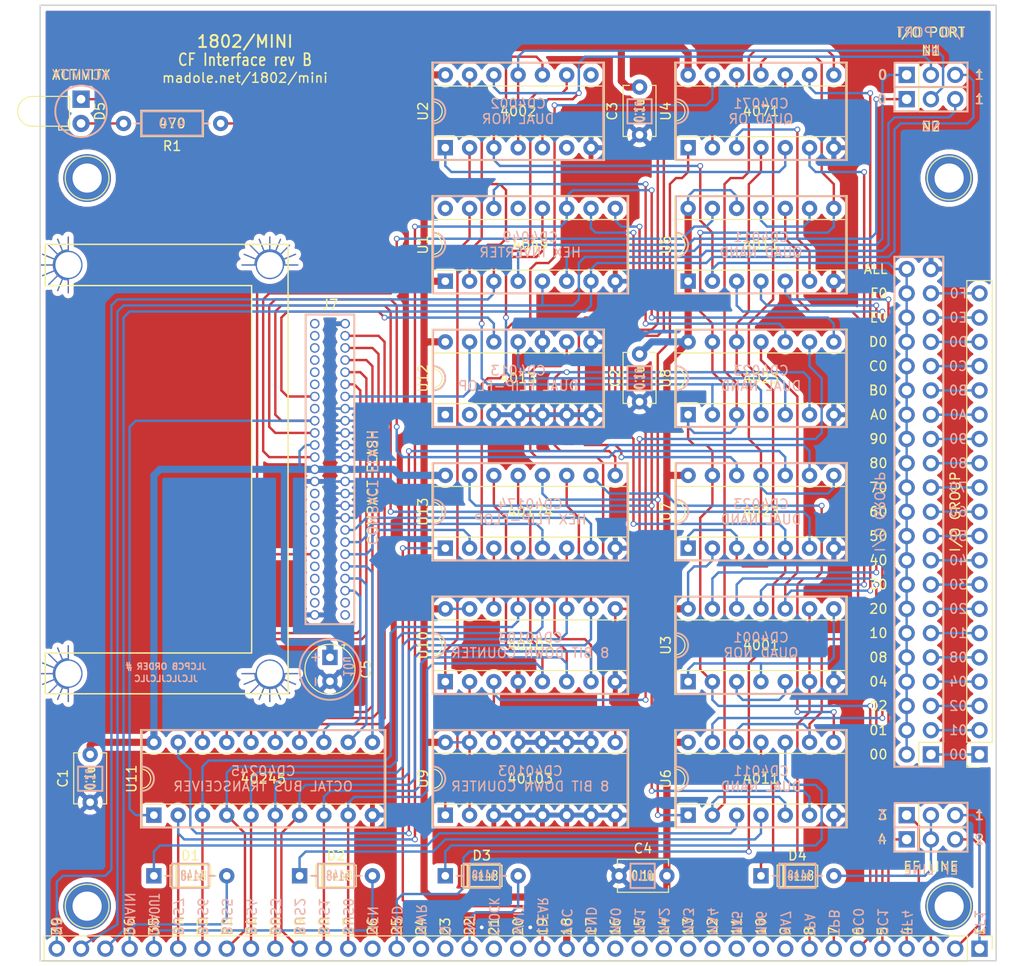
<source format=kicad_pcb>
(kicad_pcb (version 20171130) (host pcbnew "(5.1.8)-1")
  (layers (0 F.Cu signal) (31 B.Cu signal) (34 B.Paste user hide) (35 F.Paste user hide) (36 B.SilkS user) (37 F.SilkS user) (38 B.Mask user) (39 F.Mask user) (44 Edge.Cuts user))
  (net 0 "")
  (net 1 GND)
  (net 2 VCC)
  (net 3 N2)
  (net 4 TPB)
  (net 5 TPA)
  (net 6 /BUS0)
  (net 7 /BUS1)
  (net 8 /BUS2)
  (net 9 /BUS3)
  (net 10 /BUS4)
  (net 11 /BUS5)
  (net 12 /BUS6)
  (net 13 N0)
  (net 14 N1)
  (net 15 ~MRD)
  (net 16 /~CS0)
  (net 17 /~CS1)
  (net 18 "Net-(JP1-Pad1)")
  (net 19 "Net-(JP1-Pad2)")
  (net 20 "Net-(JP2-Pad1)")
  (net 21 "Net-(U1-Pad10)")
  (net 22 "Net-(U1-Pad12)")
  (net 23 "Net-(U4-Pad3)")
  (net 24 ~DMAIN)
  (net 25 "Net-(D1-Pad1)")
  (net 26 ~DMAOUT)
  (net 27 "Net-(D2-Pad1)")
  (net 28 "Net-(D3-Pad1)")
  (net 29 ~EF1)
  (net 30 "Net-(D4-Pad1)")
  (net 31 SC1)
  (net 32 SC0)
  (net 33 ~CLEAR)
  (net 34 ~INTERRUPT)
  (net 35 BUS7)
  (net 36 /D07)
  (net 37 /D06)
  (net 38 /D05)
  (net 39 /D04)
  (net 40 /D03)
  (net 41 /D02)
  (net 42 /D01)
  (net 43 /D00)
  (net 44 /A1)
  (net 45 /A0)
  (net 46 /A2)
  (net 47 "Net-(JP2-Pad2)")
  (net 48 "Net-(U1-Pad15)")
  (net 49 "Net-(U1-Pad14)")
  (net 50 "Net-(U1-Pad2)")
  (net 51 PORT2)
  (net 52 ~GROUP)
  (net 53 PORT3)
  (net 54 "Net-(U3-Pad13)")
  (net 55 "Net-(U3-Pad3)")
  (net 56 DMA)
  (net 57 "Net-(U3-Pad1)")
  (net 58 "Net-(U10-Pad14)")
  (net 59 "Net-(U10-Pad3)")
  (net 60 ~ZERO)
  (net 61 INP)
  (net 62 DMAOUT_EN)
  (net 63 DMAIN_EN)
  (net 64 "Net-(U5-Pad10)")
  (net 65 GROUP)
  (net 66 ~INTRQ)
  (net 67 INT_EN)
  (net 68 ~DATA)
  (net 69 ~CTL_LE)
  (net 70 ~CTR_LE)
  (net 71 ~IOWR)
  (net 72 ~IORD)
  (net 73 /INTRQ)
  (net 74 IO)
  (net 75 ~EF2)
  (net 76 ~EF3)
  (net 77 ~EF4)
  (net 78 "Net-(J6-Pad20)")
  (net 79 "Net-(J6-Pad19)")
  (net 80 "Net-(J6-Pad18)")
  (net 81 "Net-(J6-Pad17)")
  (net 82 "Net-(J6-Pad16)")
  (net 83 "Net-(J6-Pad15)")
  (net 84 "Net-(J6-Pad14)")
  (net 85 "Net-(J6-Pad13)")
  (net 86 "Net-(J6-Pad12)")
  (net 87 "Net-(J6-Pad11)")
  (net 88 "Net-(J6-Pad10)")
  (net 89 "Net-(J6-Pad9)")
  (net 90 "Net-(J6-Pad8)")
  (net 91 "Net-(J6-Pad7)")
  (net 92 "Net-(J6-Pad6)")
  (net 93 "Net-(J6-Pad5)")
  (net 94 "Net-(J6-Pad4)")
  (net 95 "Net-(J6-Pad3)")
  (net 96 "Net-(J6-Pad2)")
  (net 97 "Net-(J6-Pad1)")
  (net 98 "Net-(D4-Pad2)")
  (net 99 /~DASP)
  (net 100 "Net-(D5-Pad2)")
  (net 101 CLK)
  (module 1802-mini:samtec (layer F.Cu) (at 130.175 95.885 270)
    (fp_text reference J7 (at -17.24 0) (layer F.SilkS))
    (fp_text value CF)
    (pad "" thru_hole custom (at -21.3868 27.3685 270) (size 2.9718 2.9718) (drill 2.6924) (layers *.Cu) (options (clearance outline) (anchor circle)) (primitives (gr_line (start 0 0) (end 2.921 0) (width 0.127)) (gr_line (start 0 0) (end 2.6924 1.1176) (width 0.127)) (gr_line (start 0 0) (end 2.0574 2.0574) (width 0.127)) (gr_line (start 0 0) (end 1.1176 2.6924) (width 0.127)) (gr_line (start 0 0) (end 0 2.921) (width 0.127)) (gr_line (start 0 0) (end -1.1176 2.6924) (width 0.127)) (gr_line (start 0 0) (end -2.0574 2.0574) (width 0.127)) (gr_line (start 0 0) (end -2.6924 1.1176) (width 0.127)) (gr_line (start 0 0) (end -2.921 0) (width 0.127)) (gr_arc (start 0 0) (end 1.4732 0.0762) (angle 174) (width 0.3048))))
    (pad "" thru_hole custom (at -21.3868 6.2865 180) (size 2.9718 2.9718) (drill 2.6924) (layers *.Cu) (options (clearance outline) (anchor circle)) (primitives (gr_line (start 0 0) (end 2.921 0) (width 0.127)) (gr_line (start 0 0) (end 2.6924 1.1176) (width 0.127)) (gr_line (start 0 0) (end 2.0574 2.0574) (width 0.127)) (gr_line (start 0 0) (end 1.1176 2.6924) (width 0.127)) (gr_line (start 0 0) (end 0 2.921) (width 0.127)) (gr_line (start 0 0) (end -1.1176 2.6924) (width 0.127)) (gr_line (start 0 0) (end -2.0574 2.0574) (width 0.127)) (gr_line (start 0 0) (end -2.6924 1.1176) (width 0.127)) (gr_line (start 0 0) (end -2.921 0) (width 0.127)) (gr_arc (start 0 0) (end 1.4732 0.0762) (angle 174) (width 0.3048))))
    (pad "" thru_hole custom (at 21.3868 27.3685 270) (size 2.9718 2.9718) (drill 2.6924) (layers *.Cu) (options (clearance outline) (anchor circle)) (primitives (gr_line (start 0 0) (end 2.921 0) (width 0.127)) (gr_line (start 0 0) (end 2.6924 1.1176) (width 0.127)) (gr_line (start 0 0) (end 2.0574 2.0574) (width 0.127)) (gr_line (start 0 0) (end 1.1176 2.6924) (width 0.127)) (gr_line (start 0 0) (end 0 2.921) (width 0.127)) (gr_line (start 0 0) (end -1.1176 2.6924) (width 0.127)) (gr_line (start 0 0) (end -2.0574 2.0574) (width 0.127)) (gr_line (start 0 0) (end -2.6924 1.1176) (width 0.127)) (gr_line (start 0 0) (end -2.921 0) (width 0.127)) (gr_arc (start 0 0) (end 1.4732 0.0762) (angle 174) (width 0.3048))))
    (pad "" thru_hole custom (at 21.3868 6.2865) (size 2.9718 2.9718) (drill 2.6924) (layers *.Cu) (options (clearance outline) (anchor circle)) (primitives (gr_line (start 0 0) (end 2.921 0) (width 0.127)) (gr_line (start 0 0) (end 2.6924 1.1176) (width 0.127)) (gr_line (start 0 0) (end 2.0574 2.0574) (width 0.127)) (gr_line (start 0 0) (end 1.1176 2.6924) (width 0.127)) (gr_line (start 0 0) (end 0 2.921) (width 0.127)) (gr_line (start 0 0) (end -1.1176 2.6924) (width 0.127)) (gr_line (start 0 0) (end -2.0574 2.0574) (width 0.127)) (gr_line (start 0 0) (end -2.6924 1.1176) (width 0.127)) (gr_line (start 0 0) (end -2.921 0) (width 0.127)) (gr_arc (start 0 0) (end 1.4732 0.0762) (angle 174) (width 0.3048))))
    (pad 50 thru_hole circle (at 15.24 1.5875 270) (size 1 1) (drill 0.711) (layers *.Cu *.Mask) (net 1 GND))
    (pad 25 thru_hole circle (at 15.24 -1.5875 270) (size 1 1) (drill 0.711) (layers *.Cu *.Mask))
    (pad 49 thru_hole circle (at 13.97 1.5875 270) (size 1 1) (drill 0.711) (layers *.Cu *.Mask))
    (pad 24 thru_hole circle (at 13.97 -1.5875 270) (size 1 1) (drill 0.711) (layers *.Cu *.Mask))
    (pad 48 thru_hole circle (at 12.7 1.5875 270) (size 1 1) (drill 0.711) (layers *.Cu *.Mask))
    (pad 23 thru_hole circle (at 12.7 -1.5875 270) (size 1 1) (drill 0.711) (layers *.Cu *.Mask) (net 41 /D02))
    (pad 47 thru_hole circle (at 11.43 1.5875 270) (size 1 1) (drill 0.711) (layers *.Cu *.Mask))
    (pad 22 thru_hole circle (at 11.43 -1.5875 270) (size 1 1) (drill 0.711) (layers *.Cu *.Mask) (net 42 /D01))
    (pad 46 thru_hole circle (at 10.16 1.5875 270) (size 1 1) (drill 0.711) (layers *.Cu *.Mask))
    (pad 21 thru_hole circle (at 10.16 -1.5875 270) (size 1 1) (drill 0.711) (layers *.Cu *.Mask) (net 43 /D00))
    (pad 45 thru_hole circle (at 8.89 1.5875 270) (size 1 1) (drill 0.711) (layers *.Cu *.Mask) (net 99 /~DASP))
    (pad 20 thru_hole circle (at 8.89 -1.5875 270) (size 1 1) (drill 0.711) (layers *.Cu *.Mask) (net 45 /A0))
    (pad 44 thru_hole circle (at 7.62 1.5875 270) (size 1 1) (drill 0.711) (layers *.Cu *.Mask))
    (pad 19 thru_hole circle (at 7.62 -1.5875 270) (size 1 1) (drill 0.711) (layers *.Cu *.Mask) (net 44 /A1))
    (pad 43 thru_hole circle (at 6.35 1.5875 270) (size 1 1) (drill 0.711) (layers *.Cu *.Mask))
    (pad 18 thru_hole circle (at 6.35 -1.5875 270) (size 1 1) (drill 0.711) (layers *.Cu *.Mask) (net 46 /A2))
    (pad 42 thru_hole circle (at 5.08 1.5875 270) (size 1 1) (drill 0.711) (layers *.Cu *.Mask))
    (pad 17 thru_hole circle (at 5.08 -1.5875 270) (size 1 1) (drill 0.711) (layers *.Cu *.Mask) (net 1 GND))
    (pad 41 thru_hole circle (at 3.81 1.5875 270) (size 1 1) (drill 0.711) (layers *.Cu *.Mask))
    (pad 16 thru_hole circle (at 3.81 -1.5875 270) (size 1 1) (drill 0.711) (layers *.Cu *.Mask) (net 1 GND))
    (pad 40 thru_hole circle (at 2.54 1.5875 270) (size 1 1) (drill 0.711) (layers *.Cu *.Mask))
    (pad 15 thru_hole circle (at 2.54 -1.5875 270) (size 1 1) (drill 0.711) (layers *.Cu *.Mask) (net 1 GND))
    (pad 39 thru_hole circle (at 1.27 1.5875 270) (size 1 1) (drill 0.711) (layers *.Cu *.Mask) (net 1 GND))
    (pad 14 thru_hole circle (at 1.27 -1.5875 270) (size 1 1) (drill 0.711) (layers *.Cu *.Mask) (net 1 GND))
    (pad 38 thru_hole circle (at 0 1.5875 270) (size 1 1) (drill 0.711) (layers *.Cu *.Mask) (net 2 VCC))
    (pad 13 thru_hole circle (at 0 -1.5875 270) (size 1 1) (drill 0.711) (layers *.Cu *.Mask) (net 2 VCC))
    (pad 37 thru_hole circle (at -1.27 1.5875 270) (size 1 1) (drill 0.711) (layers *.Cu *.Mask) (net 73 /INTRQ))
    (pad 12 thru_hole circle (at -1.27 -1.5875 270) (size 1 1) (drill 0.711) (layers *.Cu *.Mask) (net 1 GND))
    (pad 36 thru_hole circle (at -2.54 1.5875 270) (size 1 1) (drill 0.711) (layers *.Cu *.Mask) (net 2 VCC))
    (pad 11 thru_hole circle (at -2.54 -1.5875 270) (size 1 1) (drill 0.711) (layers *.Cu *.Mask) (net 1 GND))
    (pad 35 thru_hole circle (at -3.81 1.5875 270) (size 1 1) (drill 0.711) (layers *.Cu *.Mask) (net 71 ~IOWR))
    (pad 10 thru_hole circle (at -3.81 -1.5875 270) (size 1 1) (drill 0.711) (layers *.Cu *.Mask) (net 1 GND))
    (pad 34 thru_hole circle (at -5.08 1.5875 270) (size 1 1) (drill 0.711) (layers *.Cu *.Mask) (net 72 ~IORD))
    (pad 9 thru_hole circle (at -5.08 -1.5875 270) (size 1 1) (drill 0.711) (layers *.Cu *.Mask) (net 1 GND))
    (pad 33 thru_hole circle (at -6.35 1.5875 270) (size 1 1) (drill 0.711) (layers *.Cu *.Mask))
    (pad 8 thru_hole circle (at -6.35 -1.5875 270) (size 1 1) (drill 0.711) (layers *.Cu *.Mask) (net 1 GND))
    (pad 32 thru_hole circle (at -7.62 1.5875 270) (size 1 1) (drill 0.711) (layers *.Cu *.Mask) (net 17 /~CS1))
    (pad 7 thru_hole circle (at -7.62 -1.5875 270) (size 1 1) (drill 0.711) (layers *.Cu *.Mask) (net 16 /~CS0))
    (pad 31 thru_hole circle (at -8.89 1.5875 270) (size 1 1) (drill 0.711) (layers *.Cu *.Mask))
    (pad 6 thru_hole circle (at -8.89 -1.5875 270) (size 1 1) (drill 0.711) (layers *.Cu *.Mask) (net 36 /D07))
    (pad 30 thru_hole circle (at -10.16 1.5875 270) (size 1 1) (drill 0.711) (layers *.Cu *.Mask))
    (pad 5 thru_hole circle (at -10.16 -1.5875 270) (size 1 1) (drill 0.711) (layers *.Cu *.Mask) (net 37 /D06))
    (pad 29 thru_hole circle (at -11.43 1.5875 270) (size 1 1) (drill 0.711) (layers *.Cu *.Mask))
    (pad 4 thru_hole circle (at -11.43 -1.5875 270) (size 1 1) (drill 0.711) (layers *.Cu *.Mask) (net 38 /D05))
    (pad 28 thru_hole circle (at -12.7 1.5875 270) (size 1 1) (drill 0.711) (layers *.Cu *.Mask))
    (pad 3 thru_hole circle (at -12.7 -1.5875 270) (size 1 1) (drill 0.711) (layers *.Cu *.Mask) (net 39 /D04))
    (pad 27 thru_hole circle (at -13.97 1.5875 270) (size 1 1) (drill 0.711) (layers *.Cu *.Mask))
    (pad 2 thru_hole circle (at -13.97 -1.5875 270) (size 1 1) (drill 0.711) (layers *.Cu *.Mask) (net 40 /D03))
    (pad 26 thru_hole circle (at -15.24 1.5875 270) (size 1 1) (drill 0.711) (layers *.Cu *.Mask))
    (pad 1 thru_hole circle (at -15.24 -1.5875 270) (size 1 1) (drill 0.711) (layers *.Cu *.Mask) (net 1 GND))
  )
  (module LED_THT:LED_D3.0mm_Horizontal_O1.27mm_Z2.0mm (layer F.Cu) (at 104.14 57.15 270)
    (fp_text reference D5 (at 1.27 -1.96 90) (layer F.SilkS))
    (fp_text value LED)
    (pad 2 thru_hole circle (at 2.54 0 270) (size 1.8 1.8) (drill 0.9) (layers *.Cu *.Mask) (net 100 "Net-(D5-Pad2)"))
    (pad 1 thru_hole rect (at 0 0 270) (size 1.8 1.8) (drill 0.9) (layers *.Cu *.Mask) (net 99 /~DASP))
  )
  (module Resistor_THT:R_Axial_DIN0207_L6.3mm_D2.5mm_P10.16mm_Horizontal (layer F.Cu) (at 118.745 59.69 180)
    (fp_text reference R1 (at 5.08 -2.37) (layer F.SilkS))
    (fp_text value 470 (at 5.08 0) (layer F.SilkS))
    (pad 2 thru_hole oval (at 10.16 0 180) (size 1.6 1.6) (drill 0.8) (layers *.Cu *.Mask) (net 100 "Net-(D5-Pad2)"))
    (pad 1 thru_hole circle (at 0 0 180) (size 1.6 1.6) (drill 0.8) (layers *.Cu *.Mask) (net 2 VCC))
  )
  (module Capacitor_THT:CP_Radial_Tantal_D5.0mm_P2.50mm (layer F.Cu) (at 130.175 115.57 270)
    (fp_text reference C5 (at 1.25 -3.75 90) (layer F.SilkS))
    (fp_text value 10u)
    (pad 2 thru_hole circle (at 2.5 0 270) (size 1.6 1.6) (drill 0.8) (layers *.Cu *.Mask) (net 1 GND))
    (pad 1 thru_hole rect (at 0 0 270) (size 1.6 1.6) (drill 0.8) (layers *.Cu *.Mask) (net 2 VCC))
  )
  (module Capacitor_THT:C_Disc_D5.1mm_W3.2mm_P5.00mm (layer F.Cu) (at 165.4175 138.43 180)
    (fp_text reference C4 (at 2.5 2.8575) (layer F.SilkS))
    (fp_text value 0.1u (at 2.5 0) (layer F.SilkS) (effects (font (size 1 0.746))))
    (pad 2 thru_hole circle (at 5 0 180) (size 1.6 1.6) (drill 0.8) (layers *.Cu *.Mask) (net 1 GND))
    (pad 1 thru_hole circle (at 0 0 180) (size 1.6 1.6) (drill 0.8) (layers *.Cu *.Mask) (net 2 VCC))
  )
  (module Capacitor_THT:C_Disc_D5.1mm_W3.2mm_P5.00mm (layer F.Cu) (at 162.56 55.88 270)
    (fp_text reference C3 (at 2.54 2.8575 90) (layer F.SilkS))
    (fp_text value 0.1u (at 2.5 0 90) (layer F.SilkS) (effects (font (size 1 0.746))))
    (pad 2 thru_hole circle (at 5 0 270) (size 1.6 1.6) (drill 0.8) (layers *.Cu *.Mask) (net 1 GND))
    (pad 1 thru_hole circle (at 0 0 270) (size 1.6 1.6) (drill 0.8) (layers *.Cu *.Mask) (net 2 VCC))
  )
  (module Capacitor_THT:C_Disc_D5.1mm_W3.2mm_P5.00mm (layer F.Cu) (at 162.56 83.82 270)
    (fp_text reference C2 (at 2.5 2.54 90) (layer F.SilkS))
    (fp_text value 0.1u (at 2.5 0 90) (layer F.SilkS) (effects (font (size 1 0.746))))
    (pad 2 thru_hole circle (at 5 0 270) (size 1.6 1.6) (drill 0.8) (layers *.Cu *.Mask) (net 1 GND))
    (pad 1 thru_hole circle (at 0 0 270) (size 1.6 1.6) (drill 0.8) (layers *.Cu *.Mask) (net 2 VCC))
  )
  (module Capacitor_THT:C_Disc_D5.1mm_W3.2mm_P5.00mm (layer F.Cu) (at 105.0925 125.73 270)
    (fp_text reference C1 (at 2.5 2.8575 90) (layer F.SilkS))
    (fp_text value 0.1u (at 2.5 0 90) (layer F.SilkS) (effects (font (size 1 0.746))))
    (pad 2 thru_hole circle (at 5 0 270) (size 1.6 1.6) (drill 0.8) (layers *.Cu *.Mask) (net 1 GND))
    (pad 1 thru_hole circle (at 0 0 270) (size 1.6 1.6) (drill 0.8) (layers *.Cu *.Mask) (net 2 VCC))
  )
  (module Package_DIP:DIP-14_W7.62mm_Socket (layer F.Cu) (at 167.64 104.14 90)
    (fp_text reference U7 (at 3.81 -2.33 90) (layer F.SilkS))
    (fp_text value 4023 (at 3.81 7.62 180) (layer F.SilkS))
    (pad 14 thru_hole oval (at 7.62 0 90) (size 1.6 1.6) (drill 0.8) (layers *.Cu *.Mask) (net 2 VCC))
    (pad 7 thru_hole oval (at 0 15.24 90) (size 1.6 1.6) (drill 0.8) (layers *.Cu *.Mask) (net 1 GND))
    (pad 13 thru_hole oval (at 7.62 2.54 90) (size 1.6 1.6) (drill 0.8) (layers *.Cu *.Mask) (net 4 TPB))
    (pad 6 thru_hole oval (at 0 12.7 90) (size 1.6 1.6) (drill 0.8) (layers *.Cu *.Mask) (net 72 ~IORD))
    (pad 12 thru_hole oval (at 7.62 5.08 90) (size 1.6 1.6) (drill 0.8) (layers *.Cu *.Mask) (net 21 "Net-(U1-Pad10)"))
    (pad 5 thru_hole oval (at 0 10.16 90) (size 1.6 1.6) (drill 0.8) (layers *.Cu *.Mask) (net 15 ~MRD))
    (pad 11 thru_hole oval (at 7.62 7.62 90) (size 1.6 1.6) (drill 0.8) (layers *.Cu *.Mask) (net 74 IO))
    (pad 4 thru_hole oval (at 0 7.62 90) (size 1.6 1.6) (drill 0.8) (layers *.Cu *.Mask) (net 74 IO))
    (pad 10 thru_hole oval (at 7.62 10.16 90) (size 1.6 1.6) (drill 0.8) (layers *.Cu *.Mask) (net 71 ~IOWR))
    (pad 3 thru_hole oval (at 0 5.08 90) (size 1.6 1.6) (drill 0.8) (layers *.Cu *.Mask) (net 61 INP))
    (pad 9 thru_hole oval (at 7.62 12.7 90) (size 1.6 1.6) (drill 0.8) (layers *.Cu *.Mask) (net 68 ~DATA))
    (pad 2 thru_hole oval (at 0 2.54 90) (size 1.6 1.6) (drill 0.8) (layers *.Cu *.Mask) (net 2 VCC))
    (pad 8 thru_hole oval (at 7.62 15.24 90) (size 1.6 1.6) (drill 0.8) (layers *.Cu *.Mask) (net 74 IO))
    (pad 1 thru_hole rect (at 0 0 90) (size 1.6 1.6) (drill 0.8) (layers *.Cu *.Mask) (net 61 INP))
  )
  (module Package_DIP:DIP-14_W7.62mm_Socket (layer F.Cu) (at 142.24 90.17 90)
    (fp_text reference U12 (at 3.81 -2.33 90) (layer F.SilkS))
    (fp_text value 4013 (at 3.81 7.62 180) (layer F.SilkS))
    (pad 14 thru_hole oval (at 7.62 0 90) (size 1.6 1.6) (drill 0.8) (layers *.Cu *.Mask) (net 2 VCC))
    (pad 7 thru_hole oval (at 0 15.24 90) (size 1.6 1.6) (drill 0.8) (layers *.Cu *.Mask) (net 1 GND))
    (pad 13 thru_hole oval (at 7.62 2.54 90) (size 1.6 1.6) (drill 0.8) (layers *.Cu *.Mask) (net 16 /~CS0))
    (pad 6 thru_hole oval (at 0 12.7 90) (size 1.6 1.6) (drill 0.8) (layers *.Cu *.Mask) (net 1 GND))
    (pad 12 thru_hole oval (at 7.62 5.08 90) (size 1.6 1.6) (drill 0.8) (layers *.Cu *.Mask) (net 17 /~CS1))
    (pad 5 thru_hole oval (at 0 10.16 90) (size 1.6 1.6) (drill 0.8) (layers *.Cu *.Mask) (net 1 GND))
    (pad 11 thru_hole oval (at 7.62 7.62 90) (size 1.6 1.6) (drill 0.8) (layers *.Cu *.Mask) (net 69 ~CTL_LE))
    (pad 4 thru_hole oval (at 0 7.62 90) (size 1.6 1.6) (drill 0.8) (layers *.Cu *.Mask) (net 1 GND))
    (pad 10 thru_hole oval (at 7.62 10.16 90) (size 1.6 1.6) (drill 0.8) (layers *.Cu *.Mask) (net 1 GND))
    (pad 3 thru_hole oval (at 0 5.08 90) (size 1.6 1.6) (drill 0.8) (layers *.Cu *.Mask) (net 1 GND))
    (pad 9 thru_hole oval (at 7.62 12.7 90) (size 1.6 1.6) (drill 0.8) (layers *.Cu *.Mask) (net 9 /BUS3))
    (pad 2 thru_hole oval (at 0 2.54 90) (size 1.6 1.6) (drill 0.8) (layers *.Cu *.Mask))
    (pad 8 thru_hole oval (at 7.62 15.24 90) (size 1.6 1.6) (drill 0.8) (layers *.Cu *.Mask) (net 1 GND))
    (pad 1 thru_hole rect (at 0 0 90) (size 1.6 1.6) (drill 0.8) (layers *.Cu *.Mask))
  )
  (module Connector_PinHeader_2.54mm:PinHeader_1x03_P2.54mm_Vertical (layer F.Cu) (at 190.5 134.62 90)
    (fp_text reference JP4 hide)
    (fp_text value Jumper_3_Bridged12)
    (pad 3 thru_hole oval (at 0 5.08 90) (size 1.7 1.7) (drill 1) (layers *.Cu *.Mask) (net 75 ~EF2))
    (pad 2 thru_hole oval (at 0 2.54 90) (size 1.7 1.7) (drill 1) (layers *.Cu *.Mask) (net 98 "Net-(D4-Pad2)"))
    (pad 1 thru_hole rect (at 0 0 90) (size 1.7 1.7) (drill 1) (layers *.Cu *.Mask) (net 77 ~EF4))
  )
  (module Connector_PinHeader_2.54mm:PinHeader_1x03_P2.54mm_Vertical (layer F.Cu) (at 190.5 132.08 90)
    (fp_text reference JP3 hide)
    (fp_text value Jumper_3_Bridged12)
    (pad 3 thru_hole oval (at 0 5.08 90) (size 1.7 1.7) (drill 1) (layers *.Cu *.Mask) (net 29 ~EF1))
    (pad 2 thru_hole oval (at 0 2.54 90) (size 1.7 1.7) (drill 1) (layers *.Cu *.Mask) (net 98 "Net-(D4-Pad2)"))
    (pad 1 thru_hole rect (at 0 0 90) (size 1.7 1.7) (drill 1) (layers *.Cu *.Mask) (net 76 ~EF3))
  )
  (module Connector_PinHeader_2.54mm:PinHeader_2x21_P2.54mm_Vertical (layer F.Cu) (at 193.04 125.73 180)
    (fp_text reference J8 hide)
    (fp_text value Conn_02x21_Odd_Even)
    (pad 42 thru_hole oval (at 2.54 50.8 180) (size 1.7 1.7) (drill 1) (layers *.Cu *.Mask) (net 52 ~GROUP))
    (pad 41 thru_hole oval (at 0 50.8 180) (size 1.7 1.7) (drill 1) (layers *.Cu *.Mask) (net 1 GND))
    (pad 40 thru_hole oval (at 2.54 48.26 180) (size 1.7 1.7) (drill 1) (layers *.Cu *.Mask) (net 52 ~GROUP))
    (pad 39 thru_hole oval (at 0 48.26 180) (size 1.7 1.7) (drill 1) (layers *.Cu *.Mask) (net 78 "Net-(J6-Pad20)"))
    (pad 38 thru_hole oval (at 2.54 45.72 180) (size 1.7 1.7) (drill 1) (layers *.Cu *.Mask) (net 52 ~GROUP))
    (pad 37 thru_hole oval (at 0 45.72 180) (size 1.7 1.7) (drill 1) (layers *.Cu *.Mask) (net 79 "Net-(J6-Pad19)"))
    (pad 36 thru_hole oval (at 2.54 43.18 180) (size 1.7 1.7) (drill 1) (layers *.Cu *.Mask) (net 52 ~GROUP))
    (pad 35 thru_hole oval (at 0 43.18 180) (size 1.7 1.7) (drill 1) (layers *.Cu *.Mask) (net 80 "Net-(J6-Pad18)"))
    (pad 34 thru_hole oval (at 2.54 40.64 180) (size 1.7 1.7) (drill 1) (layers *.Cu *.Mask) (net 52 ~GROUP))
    (pad 33 thru_hole oval (at 0 40.64 180) (size 1.7 1.7) (drill 1) (layers *.Cu *.Mask) (net 81 "Net-(J6-Pad17)"))
    (pad 32 thru_hole oval (at 2.54 38.1 180) (size 1.7 1.7) (drill 1) (layers *.Cu *.Mask) (net 52 ~GROUP))
    (pad 31 thru_hole oval (at 0 38.1 180) (size 1.7 1.7) (drill 1) (layers *.Cu *.Mask) (net 82 "Net-(J6-Pad16)"))
    (pad 30 thru_hole oval (at 2.54 35.56 180) (size 1.7 1.7) (drill 1) (layers *.Cu *.Mask) (net 52 ~GROUP))
    (pad 29 thru_hole oval (at 0 35.56 180) (size 1.7 1.7) (drill 1) (layers *.Cu *.Mask) (net 83 "Net-(J6-Pad15)"))
    (pad 28 thru_hole oval (at 2.54 33.02 180) (size 1.7 1.7) (drill 1) (layers *.Cu *.Mask) (net 52 ~GROUP))
    (pad 27 thru_hole oval (at 0 33.02 180) (size 1.7 1.7) (drill 1) (layers *.Cu *.Mask) (net 84 "Net-(J6-Pad14)"))
    (pad 26 thru_hole oval (at 2.54 30.48 180) (size 1.7 1.7) (drill 1) (layers *.Cu *.Mask) (net 52 ~GROUP))
    (pad 25 thru_hole oval (at 0 30.48 180) (size 1.7 1.7) (drill 1) (layers *.Cu *.Mask) (net 85 "Net-(J6-Pad13)"))
    (pad 24 thru_hole oval (at 2.54 27.94 180) (size 1.7 1.7) (drill 1) (layers *.Cu *.Mask) (net 52 ~GROUP))
    (pad 23 thru_hole oval (at 0 27.94 180) (size 1.7 1.7) (drill 1) (layers *.Cu *.Mask) (net 86 "Net-(J6-Pad12)"))
    (pad 22 thru_hole oval (at 2.54 25.4 180) (size 1.7 1.7) (drill 1) (layers *.Cu *.Mask) (net 52 ~GROUP))
    (pad 21 thru_hole oval (at 0 25.4 180) (size 1.7 1.7) (drill 1) (layers *.Cu *.Mask) (net 87 "Net-(J6-Pad11)"))
    (pad 20 thru_hole oval (at 2.54 22.86 180) (size 1.7 1.7) (drill 1) (layers *.Cu *.Mask) (net 52 ~GROUP))
    (pad 19 thru_hole oval (at 0 22.86 180) (size 1.7 1.7) (drill 1) (layers *.Cu *.Mask) (net 88 "Net-(J6-Pad10)"))
    (pad 18 thru_hole oval (at 2.54 20.32 180) (size 1.7 1.7) (drill 1) (layers *.Cu *.Mask) (net 52 ~GROUP))
    (pad 17 thru_hole oval (at 0 20.32 180) (size 1.7 1.7) (drill 1) (layers *.Cu *.Mask) (net 89 "Net-(J6-Pad9)"))
    (pad 16 thru_hole oval (at 2.54 17.78 180) (size 1.7 1.7) (drill 1) (layers *.Cu *.Mask) (net 52 ~GROUP))
    (pad 15 thru_hole oval (at 0 17.78 180) (size 1.7 1.7) (drill 1) (layers *.Cu *.Mask) (net 90 "Net-(J6-Pad8)"))
    (pad 14 thru_hole oval (at 2.54 15.24 180) (size 1.7 1.7) (drill 1) (layers *.Cu *.Mask) (net 52 ~GROUP))
    (pad 13 thru_hole oval (at 0 15.24 180) (size 1.7 1.7) (drill 1) (layers *.Cu *.Mask) (net 91 "Net-(J6-Pad7)"))
    (pad 12 thru_hole oval (at 2.54 12.7 180) (size 1.7 1.7) (drill 1) (layers *.Cu *.Mask) (net 52 ~GROUP))
    (pad 11 thru_hole oval (at 0 12.7 180) (size 1.7 1.7) (drill 1) (layers *.Cu *.Mask) (net 92 "Net-(J6-Pad6)"))
    (pad 10 thru_hole oval (at 2.54 10.16 180) (size 1.7 1.7) (drill 1) (layers *.Cu *.Mask) (net 52 ~GROUP))
    (pad 9 thru_hole oval (at 0 10.16 180) (size 1.7 1.7) (drill 1) (layers *.Cu *.Mask) (net 93 "Net-(J6-Pad5)"))
    (pad 8 thru_hole oval (at 2.54 7.62 180) (size 1.7 1.7) (drill 1) (layers *.Cu *.Mask) (net 52 ~GROUP))
    (pad 7 thru_hole oval (at 0 7.62 180) (size 1.7 1.7) (drill 1) (layers *.Cu *.Mask) (net 94 "Net-(J6-Pad4)"))
    (pad 6 thru_hole oval (at 2.54 5.08 180) (size 1.7 1.7) (drill 1) (layers *.Cu *.Mask) (net 52 ~GROUP))
    (pad 5 thru_hole oval (at 0 5.08 180) (size 1.7 1.7) (drill 1) (layers *.Cu *.Mask) (net 95 "Net-(J6-Pad3)"))
    (pad 4 thru_hole oval (at 2.54 2.54 180) (size 1.7 1.7) (drill 1) (layers *.Cu *.Mask) (net 52 ~GROUP))
    (pad 3 thru_hole oval (at 0 2.54 180) (size 1.7 1.7) (drill 1) (layers *.Cu *.Mask) (net 96 "Net-(J6-Pad2)"))
    (pad 2 thru_hole oval (at 2.54 0 180) (size 1.7 1.7) (drill 1) (layers *.Cu *.Mask) (net 52 ~GROUP))
    (pad 1 thru_hole rect (at 0 0 180) (size 1.7 1.7) (drill 1) (layers *.Cu *.Mask) (net 97 "Net-(J6-Pad1)"))
  )
  (module Connector_PinSocket_2.54mm:PinSocket_1x20_P2.54mm_Vertical (layer F.Cu) (at 198.12 125.73 180)
    (fp_text reference J6 hide)
    (fp_text value Conn_01x20)
    (pad 20 thru_hole oval (at 0 48.26 180) (size 1.7 1.7) (drill 1) (layers *.Cu *.Mask) (net 78 "Net-(J6-Pad20)"))
    (pad 19 thru_hole oval (at 0 45.72 180) (size 1.7 1.7) (drill 1) (layers *.Cu *.Mask) (net 79 "Net-(J6-Pad19)"))
    (pad 18 thru_hole oval (at 0 43.18 180) (size 1.7 1.7) (drill 1) (layers *.Cu *.Mask) (net 80 "Net-(J6-Pad18)"))
    (pad 17 thru_hole oval (at 0 40.64 180) (size 1.7 1.7) (drill 1) (layers *.Cu *.Mask) (net 81 "Net-(J6-Pad17)"))
    (pad 16 thru_hole oval (at 0 38.1 180) (size 1.7 1.7) (drill 1) (layers *.Cu *.Mask) (net 82 "Net-(J6-Pad16)"))
    (pad 15 thru_hole oval (at 0 35.56 180) (size 1.7 1.7) (drill 1) (layers *.Cu *.Mask) (net 83 "Net-(J6-Pad15)"))
    (pad 14 thru_hole oval (at 0 33.02 180) (size 1.7 1.7) (drill 1) (layers *.Cu *.Mask) (net 84 "Net-(J6-Pad14)"))
    (pad 13 thru_hole oval (at 0 30.48 180) (size 1.7 1.7) (drill 1) (layers *.Cu *.Mask) (net 85 "Net-(J6-Pad13)"))
    (pad 12 thru_hole oval (at 0 27.94 180) (size 1.7 1.7) (drill 1) (layers *.Cu *.Mask) (net 86 "Net-(J6-Pad12)"))
    (pad 11 thru_hole oval (at 0 25.4 180) (size 1.7 1.7) (drill 1) (layers *.Cu *.Mask) (net 87 "Net-(J6-Pad11)"))
    (pad 10 thru_hole oval (at 0 22.86 180) (size 1.7 1.7) (drill 1) (layers *.Cu *.Mask) (net 88 "Net-(J6-Pad10)"))
    (pad 9 thru_hole oval (at 0 20.32 180) (size 1.7 1.7) (drill 1) (layers *.Cu *.Mask) (net 89 "Net-(J6-Pad9)"))
    (pad 8 thru_hole oval (at 0 17.78 180) (size 1.7 1.7) (drill 1) (layers *.Cu *.Mask) (net 90 "Net-(J6-Pad8)"))
    (pad 7 thru_hole oval (at 0 15.24 180) (size 1.7 1.7) (drill 1) (layers *.Cu *.Mask) (net 91 "Net-(J6-Pad7)"))
    (pad 6 thru_hole oval (at 0 12.7 180) (size 1.7 1.7) (drill 1) (layers *.Cu *.Mask) (net 92 "Net-(J6-Pad6)"))
    (pad 5 thru_hole oval (at 0 10.16 180) (size 1.7 1.7) (drill 1) (layers *.Cu *.Mask) (net 93 "Net-(J6-Pad5)"))
    (pad 4 thru_hole oval (at 0 7.62 180) (size 1.7 1.7) (drill 1) (layers *.Cu *.Mask) (net 94 "Net-(J6-Pad4)"))
    (pad 3 thru_hole oval (at 0 5.08 180) (size 1.7 1.7) (drill 1) (layers *.Cu *.Mask) (net 95 "Net-(J6-Pad3)"))
    (pad 2 thru_hole oval (at 0 2.54 180) (size 1.7 1.7) (drill 1) (layers *.Cu *.Mask) (net 96 "Net-(J6-Pad2)"))
    (pad 1 thru_hole rect (at 0 0 180) (size 1.7 1.7) (drill 1) (layers *.Cu *.Mask) (net 97 "Net-(J6-Pad1)"))
  )
  (module Package_DIP:DIP-20_W7.62mm_Socket (layer F.Cu) (at 111.76 132.08 90)
    (fp_text reference U11 (at 3.81 -2.33 90) (layer F.SilkS))
    (fp_text value 40245 (at 3.81 11.43 180) (layer F.SilkS))
    (pad 20 thru_hole oval (at 7.62 0 90) (size 1.6 1.6) (drill 0.8) (layers *.Cu *.Mask) (net 2 VCC))
    (pad 10 thru_hole oval (at 0 22.86 90) (size 1.6 1.6) (drill 0.8) (layers *.Cu *.Mask) (net 1 GND))
    (pad 19 thru_hole oval (at 7.62 2.54 90) (size 1.6 1.6) (drill 0.8) (layers *.Cu *.Mask) (net 68 ~DATA))
    (pad 9 thru_hole oval (at 0 20.32 90) (size 1.6 1.6) (drill 0.8) (layers *.Cu *.Mask) (net 6 /BUS0))
    (pad 18 thru_hole oval (at 7.62 5.08 90) (size 1.6 1.6) (drill 0.8) (layers *.Cu *.Mask) (net 36 /D07))
    (pad 8 thru_hole oval (at 0 17.78 90) (size 1.6 1.6) (drill 0.8) (layers *.Cu *.Mask) (net 7 /BUS1))
    (pad 17 thru_hole oval (at 7.62 7.62 90) (size 1.6 1.6) (drill 0.8) (layers *.Cu *.Mask) (net 37 /D06))
    (pad 7 thru_hole oval (at 0 15.24 90) (size 1.6 1.6) (drill 0.8) (layers *.Cu *.Mask) (net 8 /BUS2))
    (pad 16 thru_hole oval (at 7.62 10.16 90) (size 1.6 1.6) (drill 0.8) (layers *.Cu *.Mask) (net 38 /D05))
    (pad 6 thru_hole oval (at 0 12.7 90) (size 1.6 1.6) (drill 0.8) (layers *.Cu *.Mask) (net 9 /BUS3))
    (pad 15 thru_hole oval (at 7.62 12.7 90) (size 1.6 1.6) (drill 0.8) (layers *.Cu *.Mask) (net 39 /D04))
    (pad 5 thru_hole oval (at 0 10.16 90) (size 1.6 1.6) (drill 0.8) (layers *.Cu *.Mask) (net 10 /BUS4))
    (pad 14 thru_hole oval (at 7.62 15.24 90) (size 1.6 1.6) (drill 0.8) (layers *.Cu *.Mask) (net 40 /D03))
    (pad 4 thru_hole oval (at 0 7.62 90) (size 1.6 1.6) (drill 0.8) (layers *.Cu *.Mask) (net 11 /BUS5))
    (pad 13 thru_hole oval (at 7.62 17.78 90) (size 1.6 1.6) (drill 0.8) (layers *.Cu *.Mask) (net 41 /D02))
    (pad 3 thru_hole oval (at 0 5.08 90) (size 1.6 1.6) (drill 0.8) (layers *.Cu *.Mask) (net 12 /BUS6))
    (pad 12 thru_hole oval (at 7.62 20.32 90) (size 1.6 1.6) (drill 0.8) (layers *.Cu *.Mask) (net 42 /D01))
    (pad 2 thru_hole oval (at 0 2.54 90) (size 1.6 1.6) (drill 0.8) (layers *.Cu *.Mask) (net 35 BUS7))
    (pad 11 thru_hole oval (at 7.62 22.86 90) (size 1.6 1.6) (drill 0.8) (layers *.Cu *.Mask) (net 43 /D00))
    (pad 1 thru_hole rect (at 0 0 90) (size 1.6 1.6) (drill 0.8) (layers *.Cu *.Mask) (net 72 ~IORD))
  )
  (module Connector_PinHeader_2.54mm:PinHeader_1x03_P2.54mm_Vertical (layer F.Cu) (at 190.5 54.61 90)
    (fp_text reference JP2 hide)
    (fp_text value Jumper_3_Bridged12)
    (pad 3 thru_hole oval (at 0 5.08 90) (size 1.7 1.7) (drill 1) (layers *.Cu *.Mask) (net 3 N2))
    (pad 2 thru_hole oval (at 0 2.54 90) (size 1.7 1.7) (drill 1) (layers *.Cu *.Mask) (net 47 "Net-(JP2-Pad2)"))
    (pad 1 thru_hole rect (at 0 0 90) (size 1.7 1.7) (drill 1) (layers *.Cu *.Mask) (net 20 "Net-(JP2-Pad1)"))
  )
  (module Connector_PinHeader_2.54mm:PinHeader_1x03_P2.54mm_Vertical (layer F.Cu) (at 190.5 57.15 90)
    (fp_text reference JP1 hide)
    (fp_text value Jumper_3_Bridged12)
    (pad 3 thru_hole oval (at 0 5.08 90) (size 1.7 1.7) (drill 1) (layers *.Cu *.Mask) (net 14 N1))
    (pad 2 thru_hole oval (at 0 2.54 90) (size 1.7 1.7) (drill 1) (layers *.Cu *.Mask) (net 19 "Net-(JP1-Pad2)"))
    (pad 1 thru_hole rect (at 0 0 90) (size 1.7 1.7) (drill 1) (layers *.Cu *.Mask) (net 18 "Net-(JP1-Pad1)"))
  )
  (module Package_DIP:DIP-16_W7.62mm_Socket (layer F.Cu) (at 142.24 104.14 90)
    (fp_text reference U13 (at 3.81 -2.33 90) (layer F.SilkS))
    (fp_text value 40174 (at 3.81 8.89 180) (layer F.SilkS))
    (pad 16 thru_hole oval (at 7.62 0 90) (size 1.6 1.6) (drill 0.8) (layers *.Cu *.Mask) (net 2 VCC))
    (pad 8 thru_hole oval (at 0 17.78 90) (size 1.6 1.6) (drill 0.8) (layers *.Cu *.Mask) (net 1 GND))
    (pad 15 thru_hole oval (at 7.62 2.54 90) (size 1.6 1.6) (drill 0.8) (layers *.Cu *.Mask) (net 62 DMAOUT_EN))
    (pad 7 thru_hole oval (at 0 15.24 90) (size 1.6 1.6) (drill 0.8) (layers *.Cu *.Mask) (net 46 /A2))
    (pad 14 thru_hole oval (at 7.62 5.08 90) (size 1.6 1.6) (drill 0.8) (layers *.Cu *.Mask) (net 12 /BUS6))
    (pad 6 thru_hole oval (at 0 12.7 90) (size 1.6 1.6) (drill 0.8) (layers *.Cu *.Mask) (net 8 /BUS2))
    (pad 13 thru_hole oval (at 7.62 7.62 90) (size 1.6 1.6) (drill 0.8) (layers *.Cu *.Mask) (net 11 /BUS5))
    (pad 5 thru_hole oval (at 0 10.16 90) (size 1.6 1.6) (drill 0.8) (layers *.Cu *.Mask) (net 44 /A1))
    (pad 12 thru_hole oval (at 7.62 10.16 90) (size 1.6 1.6) (drill 0.8) (layers *.Cu *.Mask) (net 63 DMAIN_EN))
    (pad 4 thru_hole oval (at 0 7.62 90) (size 1.6 1.6) (drill 0.8) (layers *.Cu *.Mask) (net 7 /BUS1))
    (pad 11 thru_hole oval (at 7.62 12.7 90) (size 1.6 1.6) (drill 0.8) (layers *.Cu *.Mask) (net 10 /BUS4))
    (pad 3 thru_hole oval (at 0 5.08 90) (size 1.6 1.6) (drill 0.8) (layers *.Cu *.Mask) (net 6 /BUS0))
    (pad 10 thru_hole oval (at 7.62 15.24 90) (size 1.6 1.6) (drill 0.8) (layers *.Cu *.Mask) (net 67 INT_EN))
    (pad 2 thru_hole oval (at 0 2.54 90) (size 1.6 1.6) (drill 0.8) (layers *.Cu *.Mask) (net 45 /A0))
    (pad 9 thru_hole oval (at 7.62 17.78 90) (size 1.6 1.6) (drill 0.8) (layers *.Cu *.Mask) (net 69 ~CTL_LE))
    (pad 1 thru_hole rect (at 0 0 90) (size 1.6 1.6) (drill 0.8) (layers *.Cu *.Mask) (net 33 ~CLEAR))
  )
  (module Package_DIP:DIP-16_W7.62mm_Socket (layer F.Cu) (at 142.24 118.11 90)
    (fp_text reference U10 (at 3.81 -2.33 90) (layer F.SilkS))
    (fp_text value 40103 (at 3.81 8.89 180) (layer F.SilkS))
    (pad 16 thru_hole oval (at 7.62 0 90) (size 1.6 1.6) (drill 0.8) (layers *.Cu *.Mask) (net 2 VCC))
    (pad 8 thru_hole oval (at 0 17.78 90) (size 1.6 1.6) (drill 0.8) (layers *.Cu *.Mask) (net 1 GND))
    (pad 15 thru_hole oval (at 7.62 2.54 90) (size 1.6 1.6) (drill 0.8) (layers *.Cu *.Mask) (net 2 VCC))
    (pad 7 thru_hole oval (at 0 15.24 90) (size 1.6 1.6) (drill 0.8) (layers *.Cu *.Mask) (net 8 /BUS2))
    (pad 14 thru_hole oval (at 7.62 5.08 90) (size 1.6 1.6) (drill 0.8) (layers *.Cu *.Mask) (net 58 "Net-(U10-Pad14)"))
    (pad 6 thru_hole oval (at 0 12.7 90) (size 1.6 1.6) (drill 0.8) (layers *.Cu *.Mask) (net 7 /BUS1))
    (pad 13 thru_hole oval (at 7.62 7.62 90) (size 1.6 1.6) (drill 0.8) (layers *.Cu *.Mask) (net 12 /BUS6))
    (pad 5 thru_hole oval (at 0 10.16 90) (size 1.6 1.6) (drill 0.8) (layers *.Cu *.Mask) (net 6 /BUS0))
    (pad 12 thru_hole oval (at 7.62 10.16 90) (size 1.6 1.6) (drill 0.8) (layers *.Cu *.Mask) (net 11 /BUS5))
    (pad 4 thru_hole oval (at 0 7.62 90) (size 1.6 1.6) (drill 0.8) (layers *.Cu *.Mask) (net 1 GND))
    (pad 11 thru_hole oval (at 7.62 12.7 90) (size 1.6 1.6) (drill 0.8) (layers *.Cu *.Mask) (net 10 /BUS4))
    (pad 3 thru_hole oval (at 0 5.08 90) (size 1.6 1.6) (drill 0.8) (layers *.Cu *.Mask) (net 59 "Net-(U10-Pad3)"))
    (pad 10 thru_hole oval (at 7.62 15.24 90) (size 1.6 1.6) (drill 0.8) (layers *.Cu *.Mask) (net 9 /BUS3))
    (pad 2 thru_hole oval (at 0 2.54 90) (size 1.6 1.6) (drill 0.8) (layers *.Cu *.Mask) (net 2 VCC))
    (pad 9 thru_hole oval (at 7.62 17.78 90) (size 1.6 1.6) (drill 0.8) (layers *.Cu *.Mask) (net 70 ~CTR_LE))
    (pad 1 thru_hole rect (at 0 0 90) (size 1.6 1.6) (drill 0.8) (layers *.Cu *.Mask) (net 48 "Net-(U1-Pad15)"))
  )
  (module Package_DIP:DIP-16_W7.62mm_Socket (layer F.Cu) (at 142.24 132.08 90)
    (fp_text reference U9 (at 3.81 -2.33 90) (layer F.SilkS))
    (fp_text value 40103 (at 3.81 8.89 180) (layer F.SilkS))
    (pad 16 thru_hole oval (at 7.62 0 90) (size 1.6 1.6) (drill 0.8) (layers *.Cu *.Mask) (net 2 VCC))
    (pad 8 thru_hole oval (at 0 17.78 90) (size 1.6 1.6) (drill 0.8) (layers *.Cu *.Mask) (net 1 GND))
    (pad 15 thru_hole oval (at 7.62 2.54 90) (size 1.6 1.6) (drill 0.8) (layers *.Cu *.Mask) (net 2 VCC))
    (pad 7 thru_hole oval (at 0 15.24 90) (size 1.6 1.6) (drill 0.8) (layers *.Cu *.Mask) (net 1 GND))
    (pad 14 thru_hole oval (at 7.62 5.08 90) (size 1.6 1.6) (drill 0.8) (layers *.Cu *.Mask) (net 59 "Net-(U10-Pad3)"))
    (pad 6 thru_hole oval (at 0 12.7 90) (size 1.6 1.6) (drill 0.8) (layers *.Cu *.Mask) (net 1 GND))
    (pad 13 thru_hole oval (at 7.62 7.62 90) (size 1.6 1.6) (drill 0.8) (layers *.Cu *.Mask) (net 1 GND))
    (pad 5 thru_hole oval (at 0 10.16 90) (size 1.6 1.6) (drill 0.8) (layers *.Cu *.Mask) (net 1 GND))
    (pad 12 thru_hole oval (at 7.62 10.16 90) (size 1.6 1.6) (drill 0.8) (layers *.Cu *.Mask) (net 1 GND))
    (pad 4 thru_hole oval (at 0 7.62 90) (size 1.6 1.6) (drill 0.8) (layers *.Cu *.Mask) (net 1 GND))
    (pad 11 thru_hole oval (at 7.62 12.7 90) (size 1.6 1.6) (drill 0.8) (layers *.Cu *.Mask) (net 1 GND))
    (pad 3 thru_hole oval (at 0 5.08 90) (size 1.6 1.6) (drill 0.8) (layers *.Cu *.Mask) (net 1 GND))
    (pad 10 thru_hole oval (at 7.62 15.24 90) (size 1.6 1.6) (drill 0.8) (layers *.Cu *.Mask) (net 1 GND))
    (pad 2 thru_hole oval (at 0 2.54 90) (size 1.6 1.6) (drill 0.8) (layers *.Cu *.Mask) (net 2 VCC))
    (pad 9 thru_hole oval (at 7.62 17.78 90) (size 1.6 1.6) (drill 0.8) (layers *.Cu *.Mask) (net 70 ~CTR_LE))
    (pad 1 thru_hole rect (at 0 0 90) (size 1.6 1.6) (drill 0.8) (layers *.Cu *.Mask) (net 48 "Net-(U1-Pad15)"))
  )
  (module Package_DIP:DIP-14_W7.62mm_Socket (layer F.Cu) (at 167.64 90.17 90)
    (fp_text reference U8 (at 3.81 -2.33 90) (layer F.SilkS))
    (fp_text value 4023 (at 3.81 7.62 180) (layer F.SilkS))
    (pad 14 thru_hole oval (at 7.62 0 90) (size 1.6 1.6) (drill 0.8) (layers *.Cu *.Mask) (net 2 VCC))
    (pad 7 thru_hole oval (at 0 15.24 90) (size 1.6 1.6) (drill 0.8) (layers *.Cu *.Mask) (net 1 GND))
    (pad 13 thru_hole oval (at 7.62 2.54 90) (size 1.6 1.6) (drill 0.8) (layers *.Cu *.Mask) (net 60 ~ZERO))
    (pad 6 thru_hole oval (at 0 12.7 90) (size 1.6 1.6) (drill 0.8) (layers *.Cu *.Mask) (net 69 ~CTL_LE))
    (pad 12 thru_hole oval (at 7.62 5.08 90) (size 1.6 1.6) (drill 0.8) (layers *.Cu *.Mask) (net 74 IO))
    (pad 5 thru_hole oval (at 0 10.16 90) (size 1.6 1.6) (drill 0.8) (layers *.Cu *.Mask) (net 22 "Net-(U1-Pad12)"))
    (pad 11 thru_hole oval (at 7.62 7.62 90) (size 1.6 1.6) (drill 0.8) (layers *.Cu *.Mask) (net 101 CLK))
    (pad 4 thru_hole oval (at 0 7.62 90) (size 1.6 1.6) (drill 0.8) (layers *.Cu *.Mask) (net 51 PORT2))
    (pad 10 thru_hole oval (at 7.62 10.16 90) (size 1.6 1.6) (drill 0.8) (layers *.Cu *.Mask) (net 49 "Net-(U1-Pad14)"))
    (pad 3 thru_hole oval (at 0 5.08 90) (size 1.6 1.6) (drill 0.8) (layers *.Cu *.Mask) (net 4 TPB))
    (pad 9 thru_hole oval (at 7.62 12.7 90) (size 1.6 1.6) (drill 0.8) (layers *.Cu *.Mask) (net 70 ~CTR_LE))
    (pad 2 thru_hole oval (at 0 2.54 90) (size 1.6 1.6) (drill 0.8) (layers *.Cu *.Mask) (net 51 PORT2))
    (pad 8 thru_hole oval (at 7.62 15.24 90) (size 1.6 1.6) (drill 0.8) (layers *.Cu *.Mask) (net 35 BUS7))
    (pad 1 thru_hole rect (at 0 0 90) (size 1.6 1.6) (drill 0.8) (layers *.Cu *.Mask) (net 4 TPB))
  )
  (module Package_DIP:DIP-14_W7.62mm_Socket (layer F.Cu) (at 167.64 132.08 90)
    (fp_text reference U6 (at 3.81 -2.33 90) (layer F.SilkS))
    (fp_text value 4011 (at 3.81 7.62 180) (layer F.SilkS))
    (pad 14 thru_hole oval (at 7.62 0 90) (size 1.6 1.6) (drill 0.8) (layers *.Cu *.Mask) (net 2 VCC))
    (pad 7 thru_hole oval (at 0 15.24 90) (size 1.6 1.6) (drill 0.8) (layers *.Cu *.Mask) (net 1 GND))
    (pad 13 thru_hole oval (at 7.62 2.54 90) (size 1.6 1.6) (drill 0.8) (layers *.Cu *.Mask) (net 65 GROUP))
    (pad 6 thru_hole oval (at 0 12.7 90) (size 1.6 1.6) (drill 0.8) (layers *.Cu *.Mask) (net 62 DMAOUT_EN))
    (pad 12 thru_hole oval (at 7.62 5.08 90) (size 1.6 1.6) (drill 0.8) (layers *.Cu *.Mask) (net 64 "Net-(U5-Pad10)"))
    (pad 5 thru_hole oval (at 0 10.16 90) (size 1.6 1.6) (drill 0.8) (layers *.Cu *.Mask) (net 60 ~ZERO))
    (pad 11 thru_hole oval (at 7.62 7.62 90) (size 1.6 1.6) (drill 0.8) (layers *.Cu *.Mask) (net 30 "Net-(D4-Pad1)"))
    (pad 4 thru_hole oval (at 0 7.62 90) (size 1.6 1.6) (drill 0.8) (layers *.Cu *.Mask) (net 27 "Net-(D2-Pad1)"))
    (pad 10 thru_hole oval (at 7.62 10.16 90) (size 1.6 1.6) (drill 0.8) (layers *.Cu *.Mask) (net 28 "Net-(D3-Pad1)"))
    (pad 3 thru_hole oval (at 0 5.08 90) (size 1.6 1.6) (drill 0.8) (layers *.Cu *.Mask) (net 25 "Net-(D1-Pad1)"))
    (pad 9 thru_hole oval (at 7.62 12.7 90) (size 1.6 1.6) (drill 0.8) (layers *.Cu *.Mask) (net 64 "Net-(U5-Pad10)"))
    (pad 2 thru_hole oval (at 0 2.54 90) (size 1.6 1.6) (drill 0.8) (layers *.Cu *.Mask) (net 60 ~ZERO))
    (pad 8 thru_hole oval (at 7.62 15.24 90) (size 1.6 1.6) (drill 0.8) (layers *.Cu *.Mask) (net 67 INT_EN))
    (pad 1 thru_hole rect (at 0 0 90) (size 1.6 1.6) (drill 0.8) (layers *.Cu *.Mask) (net 63 DMAIN_EN))
  )
  (module Package_DIP:DIP-14_W7.62mm_Socket (layer F.Cu) (at 167.64 76.2 90)
    (fp_text reference U5 (at 3.81 -2.33 90) (layer F.SilkS))
    (fp_text value 4011 (at 3.81 7.62 180) (layer F.SilkS))
    (pad 1 thru_hole rect (at 0 0 90) (size 1.6 1.6) (drill 0.8) (layers *.Cu *.Mask) (net 2 VCC))
    (pad 8 thru_hole oval (at 7.62 15.24 90) (size 1.6 1.6) (drill 0.8) (layers *.Cu *.Mask) (net 60 ~ZERO))
    (pad 2 thru_hole oval (at 0 2.54 90) (size 1.6 1.6) (drill 0.8) (layers *.Cu *.Mask) (net 52 ~GROUP))
    (pad 9 thru_hole oval (at 7.62 12.7 90) (size 1.6 1.6) (drill 0.8) (layers *.Cu *.Mask) (net 66 ~INTRQ))
    (pad 3 thru_hole oval (at 0 5.08 90) (size 1.6 1.6) (drill 0.8) (layers *.Cu *.Mask) (net 65 GROUP))
    (pad 10 thru_hole oval (at 7.62 10.16 90) (size 1.6 1.6) (drill 0.8) (layers *.Cu *.Mask) (net 64 "Net-(U5-Pad10)"))
    (pad 4 thru_hole oval (at 0 7.62 90) (size 1.6 1.6) (drill 0.8) (layers *.Cu *.Mask) (net 54 "Net-(U3-Pad13)"))
    (pad 11 thru_hole oval (at 7.62 7.62 90) (size 1.6 1.6) (drill 0.8) (layers *.Cu *.Mask) (net 66 ~INTRQ))
    (pad 5 thru_hole oval (at 0 10.16 90) (size 1.6 1.6) (drill 0.8) (layers *.Cu *.Mask) (net 31 SC1))
    (pad 12 thru_hole oval (at 7.62 5.08 90) (size 1.6 1.6) (drill 0.8) (layers *.Cu *.Mask) (net 2 VCC))
    (pad 6 thru_hole oval (at 0 12.7 90) (size 1.6 1.6) (drill 0.8) (layers *.Cu *.Mask) (net 23 "Net-(U4-Pad3)"))
    (pad 13 thru_hole oval (at 7.62 2.54 90) (size 1.6 1.6) (drill 0.8) (layers *.Cu *.Mask) (net 73 /INTRQ))
    (pad 7 thru_hole oval (at 0 15.24 90) (size 1.6 1.6) (drill 0.8) (layers *.Cu *.Mask) (net 1 GND))
    (pad 14 thru_hole oval (at 7.62 0 90) (size 1.6 1.6) (drill 0.8) (layers *.Cu *.Mask) (net 2 VCC))
  )
  (module Package_DIP:DIP-14_W7.62mm_Socket (layer F.Cu) (at 167.64 62.23 90)
    (fp_text reference U4 (at 3.81 -2.33 90) (layer F.SilkS))
    (fp_text value 4071 (at 3.81 7.62) (layer F.SilkS))
    (pad 14 thru_hole oval (at 7.62 0 90) (size 1.6 1.6) (drill 0.8) (layers *.Cu *.Mask) (net 2 VCC))
    (pad 7 thru_hole oval (at 0 15.24 90) (size 1.6 1.6) (drill 0.8) (layers *.Cu *.Mask) (net 1 GND))
    (pad 13 thru_hole oval (at 7.62 2.54 90) (size 1.6 1.6) (drill 0.8) (layers *.Cu *.Mask) (net 58 "Net-(U10-Pad14)"))
    (pad 6 thru_hole oval (at 0 12.7 90) (size 1.6 1.6) (drill 0.8) (layers *.Cu *.Mask) (net 56 DMA))
    (pad 12 thru_hole oval (at 7.62 5.08 90) (size 1.6 1.6) (drill 0.8) (layers *.Cu *.Mask) (net 59 "Net-(U10-Pad3)"))
    (pad 5 thru_hole oval (at 0 10.16 90) (size 1.6 1.6) (drill 0.8) (layers *.Cu *.Mask) (net 53 PORT3))
    (pad 11 thru_hole oval (at 7.62 7.62 90) (size 1.6 1.6) (drill 0.8) (layers *.Cu *.Mask) (net 60 ~ZERO))
    (pad 4 thru_hole oval (at 0 7.62 90) (size 1.6 1.6) (drill 0.8) (layers *.Cu *.Mask) (net 74 IO))
    (pad 10 thru_hole oval (at 7.62 10.16 90) (size 1.6 1.6) (drill 0.8) (layers *.Cu *.Mask) (net 61 INP))
    (pad 3 thru_hole oval (at 0 5.08 90) (size 1.6 1.6) (drill 0.8) (layers *.Cu *.Mask) (net 23 "Net-(U4-Pad3)"))
    (pad 9 thru_hole oval (at 7.62 12.7 90) (size 1.6 1.6) (drill 0.8) (layers *.Cu *.Mask) (net 101 CLK))
    (pad 2 thru_hole oval (at 0 2.54 90) (size 1.6 1.6) (drill 0.8) (layers *.Cu *.Mask) (net 62 DMAOUT_EN))
    (pad 8 thru_hole oval (at 7.62 15.24 90) (size 1.6 1.6) (drill 0.8) (layers *.Cu *.Mask) (net 4 TPB))
    (pad 1 thru_hole rect (at 0 0 90) (size 1.6 1.6) (drill 0.8) (layers *.Cu *.Mask) (net 63 DMAIN_EN))
  )
  (module Package_DIP:DIP-14_W7.62mm_Socket (layer F.Cu) (at 167.64 118.11 90)
    (fp_text reference U3 (at 3.81 -2.33 90) (layer F.SilkS))
    (fp_text value 4001 (at 3.81 7.62 180) (layer F.SilkS))
    (pad 14 thru_hole oval (at 7.62 0 90) (size 1.6 1.6) (drill 0.8) (layers *.Cu *.Mask) (net 2 VCC))
    (pad 7 thru_hole oval (at 0 15.24 90) (size 1.6 1.6) (drill 0.8) (layers *.Cu *.Mask) (net 1 GND))
    (pad 13 thru_hole oval (at 7.62 2.54 90) (size 1.6 1.6) (drill 0.8) (layers *.Cu *.Mask) (net 54 "Net-(U3-Pad13)"))
    (pad 6 thru_hole oval (at 0 12.7 90) (size 1.6 1.6) (drill 0.8) (layers *.Cu *.Mask) (net 5 TPA))
    (pad 12 thru_hole oval (at 7.62 5.08 90) (size 1.6 1.6) (drill 0.8) (layers *.Cu *.Mask) (net 32 SC0))
    (pad 5 thru_hole oval (at 0 10.16 90) (size 1.6 1.6) (drill 0.8) (layers *.Cu *.Mask) (net 55 "Net-(U3-Pad3)"))
    (pad 11 thru_hole oval (at 7.62 7.62 90) (size 1.6 1.6) (drill 0.8) (layers *.Cu *.Mask) (net 56 DMA))
    (pad 4 thru_hole oval (at 0 7.62 90) (size 1.6 1.6) (drill 0.8) (layers *.Cu *.Mask) (net 57 "Net-(U3-Pad1)"))
    (pad 10 thru_hole oval (at 7.62 10.16 90) (size 1.6 1.6) (drill 0.8) (layers *.Cu *.Mask) (net 101 CLK))
    (pad 3 thru_hole oval (at 0 5.08 90) (size 1.6 1.6) (drill 0.8) (layers *.Cu *.Mask) (net 55 "Net-(U3-Pad3)"))
    (pad 9 thru_hole oval (at 7.62 12.7 90) (size 1.6 1.6) (drill 0.8) (layers *.Cu *.Mask) (net 5 TPA))
    (pad 2 thru_hole oval (at 0 2.54 90) (size 1.6 1.6) (drill 0.8) (layers *.Cu *.Mask) (net 4 TPB))
    (pad 8 thru_hole oval (at 7.62 15.24 90) (size 1.6 1.6) (drill 0.8) (layers *.Cu *.Mask) (net 57 "Net-(U3-Pad1)"))
    (pad 1 thru_hole rect (at 0 0 90) (size 1.6 1.6) (drill 0.8) (layers *.Cu *.Mask) (net 57 "Net-(U3-Pad1)"))
  )
  (module Package_DIP:DIP-14_W7.62mm_Socket (layer F.Cu) (at 142.24 62.23 90)
    (fp_text reference U2 (at 3.81 -2.33 90) (layer F.SilkS))
    (fp_text value 4002 (at 3.81 7.62 180) (layer F.SilkS))
    (pad 14 thru_hole oval (at 7.62 0 90) (size 1.6 1.6) (drill 0.8) (layers *.Cu *.Mask) (net 2 VCC))
    (pad 7 thru_hole oval (at 0 15.24 90) (size 1.6 1.6) (drill 0.8) (layers *.Cu *.Mask) (net 1 GND))
    (pad 13 thru_hole oval (at 7.62 2.54 90) (size 1.6 1.6) (drill 0.8) (layers *.Cu *.Mask) (net 51 PORT2))
    (pad 6 thru_hole oval (at 0 12.7 90) (size 1.6 1.6) (drill 0.8) (layers *.Cu *.Mask))
    (pad 12 thru_hole oval (at 7.62 5.08 90) (size 1.6 1.6) (drill 0.8) (layers *.Cu *.Mask) (net 47 "Net-(JP2-Pad2)"))
    (pad 5 thru_hole oval (at 0 10.16 90) (size 1.6 1.6) (drill 0.8) (layers *.Cu *.Mask) (net 47 "Net-(JP2-Pad2)"))
    (pad 11 thru_hole oval (at 7.62 7.62 90) (size 1.6 1.6) (drill 0.8) (layers *.Cu *.Mask) (net 19 "Net-(JP1-Pad2)"))
    (pad 4 thru_hole oval (at 0 7.62 90) (size 1.6 1.6) (drill 0.8) (layers *.Cu *.Mask) (net 19 "Net-(JP1-Pad2)"))
    (pad 10 thru_hole oval (at 7.62 10.16 90) (size 1.6 1.6) (drill 0.8) (layers *.Cu *.Mask) (net 52 ~GROUP))
    (pad 3 thru_hole oval (at 0 5.08 90) (size 1.6 1.6) (drill 0.8) (layers *.Cu *.Mask) (net 52 ~GROUP))
    (pad 9 thru_hole oval (at 7.62 12.7 90) (size 1.6 1.6) (drill 0.8) (layers *.Cu *.Mask) (net 13 N0))
    (pad 2 thru_hole oval (at 0 2.54 90) (size 1.6 1.6) (drill 0.8) (layers *.Cu *.Mask) (net 50 "Net-(U1-Pad2)"))
    (pad 8 thru_hole oval (at 7.62 15.24 90) (size 1.6 1.6) (drill 0.8) (layers *.Cu *.Mask))
    (pad 1 thru_hole rect (at 0 0 90) (size 1.6 1.6) (drill 0.8) (layers *.Cu *.Mask) (net 53 PORT3))
  )
  (module Package_DIP:DIP-16_W7.62mm_Socket (layer F.Cu) (at 142.24 76.2 90)
    (fp_text reference U1 (at 3.81 -2.33 90) (layer F.SilkS))
    (fp_text value 4049 (at 3.81 8.89 180) (layer F.SilkS))
    (pad 16 thru_hole oval (at 7.62 0 90) (size 1.6 1.6) (drill 0.8) (layers *.Cu *.Mask))
    (pad 8 thru_hole oval (at 0 17.78 90) (size 1.6 1.6) (drill 0.8) (layers *.Cu *.Mask) (net 1 GND))
    (pad 15 thru_hole oval (at 7.62 2.54 90) (size 1.6 1.6) (drill 0.8) (layers *.Cu *.Mask) (net 48 "Net-(U1-Pad15)"))
    (pad 7 thru_hole oval (at 0 15.24 90) (size 1.6 1.6) (drill 0.8) (layers *.Cu *.Mask) (net 3 N2))
    (pad 14 thru_hole oval (at 7.62 5.08 90) (size 1.6 1.6) (drill 0.8) (layers *.Cu *.Mask) (net 49 "Net-(U1-Pad14)"))
    (pad 6 thru_hole oval (at 0 12.7 90) (size 1.6 1.6) (drill 0.8) (layers *.Cu *.Mask) (net 20 "Net-(JP2-Pad1)"))
    (pad 13 thru_hole oval (at 7.62 7.62 90) (size 1.6 1.6) (drill 0.8) (layers *.Cu *.Mask))
    (pad 5 thru_hole oval (at 0 10.16 90) (size 1.6 1.6) (drill 0.8) (layers *.Cu *.Mask) (net 14 N1))
    (pad 12 thru_hole oval (at 7.62 10.16 90) (size 1.6 1.6) (drill 0.8) (layers *.Cu *.Mask) (net 22 "Net-(U1-Pad12)"))
    (pad 4 thru_hole oval (at 0 7.62 90) (size 1.6 1.6) (drill 0.8) (layers *.Cu *.Mask) (net 18 "Net-(JP1-Pad1)"))
    (pad 11 thru_hole oval (at 7.62 12.7 90) (size 1.6 1.6) (drill 0.8) (layers *.Cu *.Mask) (net 35 BUS7))
    (pad 3 thru_hole oval (at 0 5.08 90) (size 1.6 1.6) (drill 0.8) (layers *.Cu *.Mask) (net 13 N0))
    (pad 10 thru_hole oval (at 7.62 15.24 90) (size 1.6 1.6) (drill 0.8) (layers *.Cu *.Mask) (net 21 "Net-(U1-Pad10)"))
    (pad 2 thru_hole oval (at 0 2.54 90) (size 1.6 1.6) (drill 0.8) (layers *.Cu *.Mask) (net 50 "Net-(U1-Pad2)"))
    (pad 9 thru_hole oval (at 7.62 17.78 90) (size 1.6 1.6) (drill 0.8) (layers *.Cu *.Mask) (net 15 ~MRD))
    (pad 1 thru_hole rect (at 0 0 90) (size 1.6 1.6) (drill 0.8) (layers *.Cu *.Mask) (net 2 VCC))
  )
  (module Diode_THT:D_DO-35_SOD27_P7.62mm_Horizontal (layer F.Cu) (at 175.26 138.43)
    (fp_text reference D4 (at 3.81 -2.12) (layer F.SilkS))
    (fp_text value 4148 (at 4.1275 0) (layer F.SilkS) (effects (font (size 1 0.746) (thickness 0.123))))
    (pad 2 thru_hole oval (at 7.62 0) (size 1.6 1.6) (drill 0.8) (layers *.Cu *.Mask) (net 98 "Net-(D4-Pad2)"))
    (pad 1 thru_hole rect (at 0 0) (size 1.6 1.6) (drill 0.8) (layers *.Cu *.Mask) (net 30 "Net-(D4-Pad1)"))
  )
  (module Diode_THT:D_DO-35_SOD27_P7.62mm_Horizontal (layer F.Cu) (at 142.24 138.43)
    (fp_text reference D3 (at 3.81 -2.12) (layer F.SilkS))
    (fp_text value 4148 (at 4.1275 0) (layer F.SilkS) (effects (font (size 1 0.746) (thickness 0.123))))
    (pad 2 thru_hole oval (at 7.62 0) (size 1.6 1.6) (drill 0.8) (layers *.Cu *.Mask) (net 34 ~INTERRUPT))
    (pad 1 thru_hole rect (at 0 0) (size 1.6 1.6) (drill 0.8) (layers *.Cu *.Mask) (net 28 "Net-(D3-Pad1)"))
  )
  (module Diode_THT:D_DO-35_SOD27_P7.62mm_Horizontal (layer F.Cu) (at 127 138.43)
    (fp_text reference D2 (at 3.81 -2.12) (layer F.SilkS))
    (fp_text value 4148 (at 4.1275 0) (layer F.SilkS) (effects (font (size 1 0.746) (thickness 0.123))))
    (pad 2 thru_hole oval (at 7.62 0) (size 1.6 1.6) (drill 0.8) (layers *.Cu *.Mask) (net 26 ~DMAOUT))
    (pad 1 thru_hole rect (at 0 0) (size 1.6 1.6) (drill 0.8) (layers *.Cu *.Mask) (net 27 "Net-(D2-Pad1)"))
  )
  (module Diode_THT:D_DO-35_SOD27_P7.62mm_Horizontal (layer F.Cu) (at 111.76 138.43)
    (fp_text reference D1 (at 3.81 -2.12) (layer F.SilkS))
    (fp_text value 4148 (at 4.1275 0) (layer F.SilkS) (effects (font (size 1 0.746) (thickness 0.123))))
    (pad 2 thru_hole oval (at 7.62 0) (size 1.6 1.6) (drill 0.8) (layers *.Cu *.Mask) (net 24 ~DMAIN))
    (pad 1 thru_hole rect (at 0 0) (size 1.6 1.6) (drill 0.8) (layers *.Cu *.Mask) (net 25 "Net-(D1-Pad1)"))
  )
  (module Pin_Headers:Pin_Header_Straight_1x39_Pitch2.54mm (layer F.Cu) (at 198.12 146.05 270)
    (fp_text reference J5 hide)
    (fp_text value Expansion hide)
    (pad 1 thru_hole rect (at 0 0 270) (size 1.7 1.7) (drill 1) (layers *.Cu *.Mask) (net 29 ~EF1))
    (pad 2 thru_hole oval (at 0 2.54 270) (size 1.7 1.7) (drill 1) (layers *.Cu *.Mask) (net 75 ~EF2))
    (pad 3 thru_hole oval (at 0 5.08 270) (size 1.7 1.7) (drill 1) (layers *.Cu *.Mask) (net 76 ~EF3))
    (pad 4 thru_hole oval (at 0 7.62 270) (size 1.7 1.7) (drill 1) (layers *.Cu *.Mask) (net 77 ~EF4))
    (pad 5 thru_hole oval (at 0 10.16 270) (size 1.7 1.7) (drill 1) (layers *.Cu *.Mask) (net 31 SC1))
    (pad 6 thru_hole oval (at 0 12.7 270) (size 1.7 1.7) (drill 1) (layers *.Cu *.Mask) (net 32 SC0))
    (pad 7 thru_hole oval (at 0 15.24 270) (size 1.7 1.7) (drill 1) (layers *.Cu *.Mask) (net 4 TPB))
    (pad 8 thru_hole oval (at 0 17.78 270) (size 1.7 1.7) (drill 1) (layers *.Cu *.Mask) (net 5 TPA))
    (pad 9 thru_hole oval (at 0 20.32 270) (size 1.7 1.7) (drill 1) (layers *.Cu *.Mask))
    (pad 10 thru_hole oval (at 0 22.86 270) (size 1.7 1.7) (drill 1) (layers *.Cu *.Mask))
    (pad 11 thru_hole oval (at 0 25.4 270) (size 1.7 1.7) (drill 1) (layers *.Cu *.Mask))
    (pad 12 thru_hole oval (at 0 27.94 270) (size 1.7 1.7) (drill 1) (layers *.Cu *.Mask))
    (pad 13 thru_hole oval (at 0 30.48 270) (size 1.7 1.7) (drill 1) (layers *.Cu *.Mask))
    (pad 14 thru_hole oval (at 0 33.02 270) (size 1.7 1.7) (drill 1) (layers *.Cu *.Mask))
    (pad 15 thru_hole oval (at 0 35.56 270) (size 1.7 1.7) (drill 1) (layers *.Cu *.Mask))
    (pad 16 thru_hole oval (at 0 38.1 270) (size 1.7 1.7) (drill 1) (layers *.Cu *.Mask))
    (pad 17 thru_hole oval (at 0 40.64 270) (size 1.7 1.7) (drill 1) (layers *.Cu *.Mask) (net 1 GND))
    (pad 18 thru_hole oval (at 0 43.18 270) (size 1.7 1.7) (drill 1) (layers *.Cu *.Mask) (net 2 VCC))
    (pad 19 thru_hole oval (at 0 45.72 270) (size 1.7 1.7) (drill 1) (layers *.Cu *.Mask) (net 33 ~CLEAR))
    (pad 20 thru_hole oval (at 0 48.26 270) (size 1.7 1.7) (drill 1) (layers *.Cu *.Mask))
    (pad 21 thru_hole oval (at 0 50.8 270) (size 1.7 1.7) (drill 1) (layers *.Cu *.Mask))
    (pad 22 thru_hole oval (at 0 53.34 270) (size 1.7 1.7) (drill 1) (layers *.Cu *.Mask) (net 34 ~INTERRUPT))
    (pad 23 thru_hole oval (at 0 55.88 270) (size 1.7 1.7) (drill 1) (layers *.Cu *.Mask))
    (pad 24 thru_hole oval (at 0 58.42 270) (size 1.7 1.7) (drill 1) (layers *.Cu *.Mask))
    (pad 25 thru_hole oval (at 0 60.96 270) (size 1.7 1.7) (drill 1) (layers *.Cu *.Mask) (net 15 ~MRD))
    (pad 26 thru_hole oval (at 0 63.5 270) (size 1.7 1.7) (drill 1) (layers *.Cu *.Mask))
    (pad 27 thru_hole oval (at 0 66.04 270) (size 1.7 1.7) (drill 1) (layers *.Cu *.Mask) (net 6 /BUS0))
    (pad 28 thru_hole oval (at 0 68.58 270) (size 1.7 1.7) (drill 1) (layers *.Cu *.Mask) (net 7 /BUS1))
    (pad 29 thru_hole oval (at 0 71.12 270) (size 1.7 1.7) (drill 1) (layers *.Cu *.Mask) (net 8 /BUS2))
    (pad 30 thru_hole oval (at 0 73.66 270) (size 1.7 1.7) (drill 1) (layers *.Cu *.Mask) (net 9 /BUS3))
    (pad 31 thru_hole oval (at 0 76.2 270) (size 1.7 1.7) (drill 1) (layers *.Cu *.Mask) (net 10 /BUS4))
    (pad 32 thru_hole oval (at 0 78.74 270) (size 1.7 1.7) (drill 1) (layers *.Cu *.Mask) (net 11 /BUS5))
    (pad 33 thru_hole oval (at 0 81.28 270) (size 1.7 1.7) (drill 1) (layers *.Cu *.Mask) (net 12 /BUS6))
    (pad 34 thru_hole oval (at 0 83.82 270) (size 1.7 1.7) (drill 1) (layers *.Cu *.Mask) (net 35 BUS7))
    (pad 35 thru_hole oval (at 0 86.36 270) (size 1.7 1.7) (drill 1) (layers *.Cu *.Mask) (net 26 ~DMAOUT))
    (pad 36 thru_hole oval (at 0 88.9 270) (size 1.7 1.7) (drill 1) (layers *.Cu *.Mask) (net 24 ~DMAIN))
    (pad 37 thru_hole oval (at 0 91.44 270) (size 1.7 1.7) (drill 1) (layers *.Cu *.Mask) (net 3 N2))
    (pad 38 thru_hole oval (at 0 93.98 270) (size 1.7 1.7) (drill 1) (layers *.Cu *.Mask) (net 14 N1))
    (pad 39 thru_hole oval (at 0 96.52 270) (size 1.7 1.7) (drill 1) (layers *.Cu *.Mask) (net 13 N0))
  )
  (module mount:1pin (layer F.Cu) (at 104.775 65.405)
    (fp_text reference J4 hide)
    (fp_text value Mount hide)
    (pad 1 thru_hole circle (at 0 0) (size 5 5) (drill 3.048) (layers *.Cu *.Mask))
  )
  (module mount:1pin (layer F.Cu) (at 104.775 141.605)
    (fp_text reference J3 hide)
    (fp_text value Mount hide)
    (pad 1 thru_hole circle (at 0 0) (size 5 5) (drill 3.048) (layers *.Cu *.Mask))
  )
  (module mount:1pin (layer F.Cu) (at 194.945 65.405 180)
    (fp_text reference J2 hide)
    (fp_text value Mount hide)
    (pad 1 thru_hole circle (at 0 0 180) (size 5 5) (drill 3.048) (layers *.Cu *.Mask))
  )
  (module mount:1pin (layer F.Cu) (at 194.945 141.605)
    (fp_text reference J1 hide)
    (fp_text value Mount hide)
    (pad 1 thru_hole circle (at 0 0) (size 5 5) (drill 3.048) (layers *.Cu *.Mask))
  )
  (gr_text "JLCPCB ORDER #" (at 113.03 116.5225) (layer B.SilkS) (effects (font (size 0.64516 0.64516)) (justify mirror)))
  (gr_text JLCJLCJLCJLC (at 113.03 117.7925) (layer B.SilkS) (effects (font (size 0.64516 0.64516)) (justify mirror)))
  (gr_text "I/O GROUP" (at 187.6425 100.33 270) (layer B.SilkS) (effects (font (size 1 1)) (justify mirror)))
  (gr_text 80 (at 195.8975 95.25) (layer B.SilkS) (effects (font (size 1 1)) (justify mirror)))
  (gr_text 08 (at 195.8975 115.57) (layer B.SilkS) (effects (font (size 1 1)) (justify mirror)))
  (gr_text B0 (at 195.8975 87.63) (layer B.SilkS) (effects (font (size 1 1)) (justify mirror)))
  (gr_text 50 (at 195.8975 102.87) (layer B.SilkS) (effects (font (size 1 1)) (justify mirror)))
  (gr_text E0 (at 195.8975 80.01) (layer B.SilkS) (effects (font (size 1 1)) (justify mirror)))
  (gr_text 20 (at 195.8975 110.49) (layer B.SilkS) (effects (font (size 1 1)) (justify mirror)))
  (gr_text 40 (at 195.8975 105.41) (layer B.SilkS) (effects (font (size 1 1)) (justify mirror)))
  (gr_text 70 (at 195.8975 97.79) (layer B.SilkS) (effects (font (size 1 1)) (justify mirror)))
  (gr_text 02 (at 195.8975 120.65) (layer B.SilkS) (effects (font (size 1 1)) (justify mirror)))
  (gr_text D0 (at 195.8975 82.55) (layer B.SilkS) (effects (font (size 1 1)) (justify mirror)))
  (gr_text F0 (at 195.8975 77.47) (layer B.SilkS) (effects (font (size 1 1)) (justify mirror)))
  (gr_text A0 (at 195.8975 90.17) (layer B.SilkS) (effects (font (size 1 1)) (justify mirror)))
  (gr_text 90 (at 195.8975 92.71) (layer B.SilkS) (effects (font (size 1 1)) (justify mirror)))
  (gr_text 00 (at 195.8975 125.73) (layer B.SilkS) (effects (font (size 1 1)) (justify mirror)))
  (gr_text 10 (at 195.8975 113.03) (layer B.SilkS) (effects (font (size 1 1)) (justify mirror)))
  (gr_text 60 (at 195.8975 100.33) (layer B.SilkS) (effects (font (size 1 1)) (justify mirror)))
  (gr_text 04 (at 195.8975 118.11) (layer B.SilkS) (effects (font (size 1 1)) (justify mirror)))
  (gr_text 30 (at 195.8975 107.95) (layer B.SilkS) (effects (font (size 1 1)) (justify mirror)))
  (gr_text C0 (at 195.8975 85.09) (layer B.SilkS) (effects (font (size 1 1)) (justify mirror)))
  (gr_text 01 (at 195.8975 123.19) (layer B.SilkS) (effects (font (size 1 1)) (justify mirror)))
  (gr_line (start 194.31 73.66) (end 189.23 73.66) (angle 90) (layer B.SilkS) (width 0.2))
  (gr_line (start 194.31 127) (end 189.23 127) (angle 90) (layer B.SilkS) (width 0.2))
  (gr_line (start 194.31 73.66) (end 194.31 127) (angle 90) (layer B.SilkS) (width 0.2))
  (gr_line (start 189.23 73.66) (end 189.23 127) (angle 90) (layer B.SilkS) (width 0.2))
  (gr_text ACTIVITY (at 104.14 54.61) (layer B.SilkS) (effects (font (size 1 1)) (justify mirror)))
  (gr_circle (center 104.14 58.42) (end 102.235 60.325) (layer B.SilkS) (width 0.2))
  (gr_text - (at 128.5875 118.11 90) (layer B.SilkS) (effects (font (size 1 1)) (justify mirror)))
  (gr_text + (at 128.5875 115.57 90) (layer B.SilkS) (effects (font (size 1 1)) (justify mirror)))
  (gr_circle (center 130.175 116.84) (end 127.635 118.745) (layer B.SilkS) (width 0.2))
  (gr_text 10u (at 132.08 116.5225 270) (layer B.SilkS) (effects (font (size 1.016 0.762)) (justify mirror)))
  (gr_text N2 (at 193.04 60.0075) (layer B.SilkS) (effects (font (size 1 1)) (justify mirror)))
  (gr_text N1 (at 193.04 52.07) (layer B.SilkS) (effects (font (size 1 1)) (justify mirror)))
  (gr_text "I/O PORT" (at 193.04 50.165) (layer B.SilkS) (effects (font (size 1 1)) (justify mirror)))
  (gr_line (start 196.85 53.34) (end 196.85 58.42) (angle 90) (layer B.SilkS) (width 0.2))
  (gr_line (start 189.23 53.34) (end 189.23 58.42) (angle 90) (layer B.SilkS) (width 0.2))
  (gr_line (start 196.85 55.88) (end 189.23 55.88) (angle 90) (layer B.SilkS) (width 0.2))
  (gr_line (start 196.85 58.42) (end 189.23 58.42) (angle 90) (layer B.SilkS) (width 0.2))
  (gr_line (start 196.85 53.34) (end 189.23 53.34) (angle 90) (layer B.SilkS) (width 0.2))
  (gr_text 1 (at 197.485 54.61) (layer B.SilkS) (effects (font (size 1 1)) (justify right mirror)))
  (gr_text 1 (at 197.485 57.15) (layer B.SilkS) (effects (font (size 1 1)) (justify right mirror)))
  (gr_text 0 (at 187.325 57.15) (layer B.SilkS) (effects (font (size 1 1)) (justify right mirror)))
  (gr_text 0 (at 188.595 54.61) (layer B.SilkS) (effects (font (size 1 1)) (justify left mirror)))
  (gr_line (start 196.85 130.81) (end 189.23 130.81) (angle 90) (layer B.SilkS) (width 0.2))
  (gr_text "COMPACT FLASH" (at 134.62 97.79 270) (layer B.SilkS) (effects (font (size 1 1)) (justify mirror)))
  (gr_line (start 127.635 79.6925) (end 132.715 79.6925) (angle 90) (layer B.SilkS) (width 0.2))
  (gr_line (start 127.635 112.0775) (end 132.715 112.0775) (angle 90) (layer B.SilkS) (width 0.2))
  (gr_line (start 127.635 112.0775) (end 127.635 79.6925) (angle 90) (layer B.SilkS) (width 0.2))
  (gr_line (start 132.715 112.0775) (end 132.715 79.6925) (angle 90) (layer B.SilkS) (width 0.2))
  (gr_text "EF LINE" (at 193.04 137.795) (layer B.SilkS) (effects (font (size 1 1)) (justify mirror)))
  (gr_text "CD4049\nHEX INVERTER" (at 151.13 72.39) (layer B.SilkS) (effects (font (size 1 1)) (justify mirror)))
  (gr_arc (start 140.97 72.39) (end 140.97 73.66) (angle -180) (layer B.SilkS) (width 0.2))
  (gr_line (start 161.29 77.47) (end 161.29 67.31) (angle 90) (layer B.SilkS) (width 0.2))
  (gr_line (start 140.97 67.31) (end 161.29 67.31) (angle 90) (layer B.SilkS) (width 0.2))
  (gr_line (start 140.97 77.47) (end 161.29 77.47) (angle 90) (layer B.SilkS) (width 0.2))
  (gr_line (start 140.97 77.47) (end 140.97 67.31) (angle 90) (layer B.SilkS) (width 0.2))
  (gr_text N2 (at 193.04 60.0075) (layer F.SilkS) (effects (font (size 1 1))))
  (gr_text N1 (at 193.04 52.07) (layer F.SilkS) (effects (font (size 1 1))))
  (gr_text "EF LINE" (at 193.04 137.4775) (layer F.SilkS) (effects (font (size 1 1))))
  (gr_text 4 (at 187.325 134.62) (layer B.SilkS) (effects (font (size 1 1)) (justify right mirror)))
  (gr_text 2 (at 197.485 134.62) (layer B.SilkS) (effects (font (size 1 1)) (justify right mirror)))
  (gr_line (start 189.23 130.81) (end 189.23 135.89) (angle 90) (layer B.SilkS) (width 0.2))
  (gr_line (start 196.85 130.81) (end 196.85 135.89) (angle 90) (layer B.SilkS) (width 0.2))
  (gr_line (start 196.85 135.89) (end 189.23 135.89) (angle 90) (layer B.SilkS) (width 0.2))
  (gr_line (start 196.85 133.35) (end 189.23 133.35) (angle 90) (layer B.SilkS) (width 0.2))
  (gr_text 1 (at 197.485 132.08) (layer B.SilkS) (effects (font (size 1 1)) (justify right mirror)))
  (gr_text 3 (at 188.595 132.08) (layer B.SilkS) (effects (font (size 1 1)) (justify left mirror)))
  (gr_line (start 161.6075 139.7) (end 164.1475 139.7) (angle 90) (layer B.SilkS) (width 0.2))
  (gr_text 0.1u (at 162.8775 138.43) (layer B.SilkS) (effects (font (size 1 0.6604)) (justify mirror)))
  (gr_line (start 164.1475 137.16) (end 164.1475 139.7) (angle 90) (layer B.SilkS) (width 0.2))
  (gr_line (start 161.6075 137.16) (end 161.6075 139.7) (angle 90) (layer B.SilkS) (width 0.2))
  (gr_line (start 161.6075 137.16) (end 164.1475 137.16) (angle 90) (layer B.SilkS) (width 0.2))
  (gr_line (start 161.29 57.15) (end 161.29 59.69) (angle 90) (layer B.SilkS) (width 0.2))
  (gr_text 0.1u (at 162.56 58.42 270) (layer B.SilkS) (effects (font (size 1 0.6604)) (justify mirror)))
  (gr_line (start 163.83 59.69) (end 161.29 59.69) (angle 90) (layer B.SilkS) (width 0.2))
  (gr_line (start 163.83 57.15) (end 161.29 57.15) (angle 90) (layer B.SilkS) (width 0.2))
  (gr_line (start 163.83 57.15) (end 163.83 59.69) (angle 90) (layer B.SilkS) (width 0.2))
  (gr_line (start 161.29 85.09) (end 161.29 87.63) (angle 90) (layer B.SilkS) (width 0.2))
  (gr_text 0.1u (at 162.56 86.36 270) (layer B.SilkS) (effects (font (size 1 0.6604)) (justify mirror)))
  (gr_line (start 163.83 87.63) (end 161.29 87.63) (angle 90) (layer B.SilkS) (width 0.2))
  (gr_line (start 163.83 85.09) (end 161.29 85.09) (angle 90) (layer B.SilkS) (width 0.2))
  (gr_line (start 163.83 85.09) (end 163.83 87.63) (angle 90) (layer B.SilkS) (width 0.2))
  (gr_line (start 103.8225 127) (end 103.8225 129.54) (angle 90) (layer B.SilkS) (width 0.2))
  (gr_text 0.1u (at 105.0925 128.27 270) (layer B.SilkS) (effects (font (size 1 0.6604)) (justify mirror)))
  (gr_line (start 106.3625 129.54) (end 103.8225 129.54) (angle 90) (layer B.SilkS) (width 0.2))
  (gr_line (start 106.3625 127) (end 103.8225 127) (angle 90) (layer B.SilkS) (width 0.2))
  (gr_line (start 106.3625 127) (end 106.3625 129.54) (angle 90) (layer B.SilkS) (width 0.2))
  (gr_line (start 128.905 139.7) (end 132.715 139.7) (angle 90) (layer B.SilkS) (width 0.2))
  (gr_line (start 132.715 137.16) (end 132.715 139.7) (angle 90) (layer B.SilkS) (width 0.2))
  (gr_line (start 128.905 137.16) (end 128.905 139.7) (angle 90) (layer B.SilkS) (width 0.2))
  (gr_line (start 129.54 137.16) (end 129.54 139.7) (angle 90) (layer B.SilkS) (width 0.2))
  (gr_line (start 128.905 138.43) (end 128.27 138.43) (layer B.SilkS) (width 0.2))
  (gr_line (start 132.715 137.16) (end 128.905 137.16) (angle 90) (layer B.SilkS) (width 0.2))
  (gr_line (start 132.715 138.43) (end 133.35 138.43) (layer B.SilkS) (width 0.2))
  (gr_text 4148 (at 132.3975 138.43) (layer B.SilkS) (effects (font (size 1 0.6604)) (justify left mirror)))
  (gr_line (start 177.165 139.7) (end 180.975 139.7) (angle 90) (layer B.SilkS) (width 0.2))
  (gr_line (start 180.975 137.16) (end 180.975 139.7) (angle 90) (layer B.SilkS) (width 0.2))
  (gr_line (start 177.165 137.16) (end 177.165 139.7) (angle 90) (layer B.SilkS) (width 0.2))
  (gr_line (start 177.8 137.16) (end 177.8 139.7) (angle 90) (layer B.SilkS) (width 0.2))
  (gr_line (start 177.165 138.43) (end 176.53 138.43) (layer B.SilkS) (width 0.2))
  (gr_line (start 180.975 137.16) (end 177.165 137.16) (angle 90) (layer B.SilkS) (width 0.2))
  (gr_line (start 180.975 138.43) (end 181.61 138.43) (layer B.SilkS) (width 0.2))
  (gr_text 4148 (at 180.6575 138.43) (layer B.SilkS) (effects (font (size 1 0.6604)) (justify left mirror)))
  (gr_line (start 144.145 139.7) (end 147.955 139.7) (angle 90) (layer B.SilkS) (width 0.2))
  (gr_line (start 147.955 137.16) (end 147.955 139.7) (angle 90) (layer B.SilkS) (width 0.2))
  (gr_line (start 144.145 137.16) (end 144.145 139.7) (angle 90) (layer B.SilkS) (width 0.2))
  (gr_line (start 144.78 137.16) (end 144.78 139.7) (angle 90) (layer B.SilkS) (width 0.2))
  (gr_line (start 144.145 138.43) (end 143.51 138.43) (layer B.SilkS) (width 0.2))
  (gr_line (start 147.955 137.16) (end 144.145 137.16) (angle 90) (layer B.SilkS) (width 0.2))
  (gr_line (start 147.955 138.43) (end 148.59 138.43) (layer B.SilkS) (width 0.2))
  (gr_text 4148 (at 147.6375 138.43) (layer B.SilkS) (effects (font (size 1 0.6604)) (justify left mirror)))
  (gr_line (start 113.665 139.7) (end 117.475 139.7) (angle 90) (layer B.SilkS) (width 0.2))
  (gr_line (start 113.665 137.16) (end 113.665 139.7) (angle 90) (layer B.SilkS) (width 0.2))
  (gr_line (start 117.475 137.16) (end 117.475 139.7) (angle 90) (layer B.SilkS) (width 0.2))
  (gr_line (start 114.3 137.16) (end 114.3 139.7) (angle 90) (layer B.SilkS) (width 0.2))
  (gr_line (start 113.665 138.43) (end 113.03 138.43) (layer B.SilkS) (width 0.2))
  (gr_line (start 117.475 137.16) (end 113.665 137.16) (angle 90) (layer B.SilkS) (width 0.2))
  (gr_line (start 117.475 138.43) (end 118.11 138.43) (layer B.SilkS) (width 0.2))
  (gr_text 4148 (at 117.1575 138.43) (layer B.SilkS) (effects (font (size 1 0.6604)) (justify left mirror)))
  (gr_line (start 110.49 60.96) (end 116.84 60.96) (angle 90) (layer B.SilkS) (width 0.2))
  (gr_line (start 116.84 60.96) (end 116.84 58.42) (angle 90) (layer B.SilkS) (width 0.2))
  (gr_line (start 110.49 58.42) (end 116.84 58.42) (angle 90) (layer B.SilkS) (width 0.2))
  (gr_line (start 117.475 59.69) (end 116.84 59.69) (layer B.SilkS) (width 0.2))
  (gr_line (start 110.49 59.69) (end 109.855 59.69) (layer B.SilkS) (width 0.2))
  (gr_line (start 110.49 60.96) (end 110.49 58.42) (angle 90) (layer B.SilkS) (width 0.2))
  (gr_text 470 (at 113.665 59.69) (layer B.SilkS) (effects (font (size 1 1)) (justify mirror)))
  (gr_line (start 135.89 133.35) (end 135.89 123.19) (angle 90) (layer B.SilkS) (width 0.2))
  (gr_line (start 110.49 123.19) (end 135.89 123.19) (angle 90) (layer B.SilkS) (width 0.2))
  (gr_arc (start 110.49 128.27) (end 110.49 129.54) (angle -180) (layer B.SilkS) (width 0.2))
  (gr_line (start 110.49 133.35) (end 110.49 123.19) (angle 90) (layer B.SilkS) (width 0.2))
  (gr_line (start 110.49 133.35) (end 135.89 133.35) (angle 90) (layer B.SilkS) (width 0.2))
  (gr_text "CD40245\nOCTAL BUS TRANSCEIVER" (at 123.19 128.27) (layer B.SilkS) (effects (font (size 1 1)) (justify mirror)))
  (gr_line (start 140.97 133.35) (end 140.97 123.19) (angle 90) (layer B.SilkS) (width 0.2))
  (gr_line (start 140.97 133.35) (end 161.29 133.35) (angle 90) (layer B.SilkS) (width 0.2))
  (gr_line (start 140.97 123.19) (end 161.29 123.19) (angle 90) (layer B.SilkS) (width 0.2))
  (gr_line (start 161.29 133.35) (end 161.29 123.19) (angle 90) (layer B.SilkS) (width 0.2))
  (gr_arc (start 140.97 128.27) (end 140.97 129.54) (angle -180) (layer B.SilkS) (width 0.2))
  (gr_text "CD40103\n8 BIT DOWN COUNTER" (at 151.13 128.27) (layer B.SilkS) (effects (font (size 1 1)) (justify mirror)))
  (gr_line (start 161.29 119.38) (end 161.29 109.22) (angle 90) (layer B.SilkS) (width 0.2))
  (gr_line (start 140.97 109.22) (end 161.29 109.22) (angle 90) (layer B.SilkS) (width 0.2))
  (gr_line (start 140.97 119.38) (end 161.29 119.38) (angle 90) (layer B.SilkS) (width 0.2))
  (gr_line (start 140.97 119.38) (end 140.97 109.22) (angle 90) (layer B.SilkS) (width 0.2))
  (gr_arc (start 140.97 114.3) (end 140.97 115.57) (angle -180) (layer B.SilkS) (width 0.2))
  (gr_text "CD40103\n8 BIT DOWN COUNTER" (at 151.13 114.3) (layer B.SilkS) (effects (font (size 1 1)) (justify mirror)))
  (gr_line (start 140.97 95.25) (end 161.29 95.25) (angle 90) (layer B.SilkS) (width 0.2))
  (gr_line (start 161.29 105.41) (end 161.29 95.25) (angle 90) (layer B.SilkS) (width 0.2))
  (gr_line (start 140.97 105.41) (end 161.29 105.41) (angle 90) (layer B.SilkS) (width 0.2))
  (gr_line (start 140.97 105.41) (end 140.97 95.25) (angle 90) (layer B.SilkS) (width 0.2))
  (gr_arc (start 140.97 100.33) (end 140.97 101.6) (angle -180) (layer B.SilkS) (width 0.2))
  (gr_text "CD40174\nHEX FLIP-FLOP" (at 151.13 100.33) (layer B.SilkS) (effects (font (size 1 1)) (justify mirror)))
  (gr_line (start 166.37 123.19) (end 184.15 123.19) (angle 90) (layer B.SilkS) (width 0.2))
  (gr_line (start 184.15 133.35) (end 184.15 123.19) (angle 90) (layer B.SilkS) (width 0.2))
  (gr_line (start 166.37 133.35) (end 184.15 133.35) (angle 90) (layer B.SilkS) (width 0.2))
  (gr_line (start 166.37 133.35) (end 166.37 123.19) (angle 90) (layer B.SilkS) (width 0.2))
  (gr_arc (start 166.37 128.27) (end 166.37 129.54) (angle -180) (layer B.SilkS) (width 0.2))
  (gr_text "CD4011\nDUAL NAND" (at 175.26 128.27) (layer B.SilkS) (effects (font (size 1 1)) (justify mirror)))
  (gr_line (start 166.37 109.22) (end 184.15 109.22) (angle 90) (layer B.SilkS) (width 0.2))
  (gr_line (start 184.15 119.38) (end 184.15 109.22) (angle 90) (layer B.SilkS) (width 0.2))
  (gr_line (start 166.37 119.38) (end 184.15 119.38) (angle 90) (layer B.SilkS) (width 0.2))
  (gr_line (start 166.37 119.38) (end 166.37 109.22) (angle 90) (layer B.SilkS) (width 0.2))
  (gr_arc (start 166.37 114.3) (end 166.37 115.57) (angle -180) (layer B.SilkS) (width 0.2))
  (gr_text "CD4001\nQUAD NOR" (at 175.26 114.3) (layer B.SilkS) (effects (font (size 1 1)) (justify mirror)))
  (gr_line (start 166.37 95.25) (end 184.15 95.25) (angle 90) (layer B.SilkS) (width 0.2))
  (gr_line (start 184.15 105.41) (end 184.15 95.25) (angle 90) (layer B.SilkS) (width 0.2))
  (gr_line (start 166.37 105.41) (end 184.15 105.41) (angle 90) (layer B.SilkS) (width 0.2))
  (gr_line (start 166.37 105.41) (end 166.37 95.25) (angle 90) (layer B.SilkS) (width 0.2))
  (gr_arc (start 166.37 100.33) (end 166.37 101.6) (angle -180) (layer B.SilkS) (width 0.2))
  (gr_text "CD4023\nDUAL NAND" (at 175.26 100.33) (layer B.SilkS) (effects (font (size 1 1)) (justify mirror)))
  (gr_line (start 166.37 81.28) (end 184.15 81.28) (angle 90) (layer B.SilkS) (width 0.2))
  (gr_line (start 184.15 91.44) (end 184.15 81.28) (angle 90) (layer B.SilkS) (width 0.2))
  (gr_line (start 166.37 91.44) (end 184.15 91.44) (angle 90) (layer B.SilkS) (width 0.2))
  (gr_line (start 166.37 91.44) (end 166.37 81.28) (angle 90) (layer B.SilkS) (width 0.2))
  (gr_arc (start 166.37 86.36) (end 166.37 87.63) (angle -180) (layer B.SilkS) (width 0.2))
  (gr_text "CD4023\nDUAL NAND" (at 175.26 86.36) (layer B.SilkS) (effects (font (size 1 1)) (justify mirror)))
  (gr_line (start 166.37 67.31) (end 184.15 67.31) (angle 90) (layer B.SilkS) (width 0.2))
  (gr_line (start 184.15 77.47) (end 184.15 67.31) (angle 90) (layer B.SilkS) (width 0.2))
  (gr_line (start 166.37 77.47) (end 184.15 77.47) (angle 90) (layer B.SilkS) (width 0.2))
  (gr_line (start 166.37 77.47) (end 166.37 67.31) (angle 90) (layer B.SilkS) (width 0.2))
  (gr_arc (start 166.37 72.39) (end 166.37 73.66) (angle -180) (layer B.SilkS) (width 0.2))
  (gr_text "CD4011\nQUAD NAND" (at 175.26 72.39) (layer B.SilkS) (effects (font (size 1 1)) (justify mirror)))
  (gr_line (start 166.37 53.34) (end 184.15 53.34) (angle 90) (layer B.SilkS) (width 0.2))
  (gr_line (start 184.15 63.5) (end 184.15 53.34) (angle 90) (layer B.SilkS) (width 0.2))
  (gr_line (start 166.37 63.5) (end 184.15 63.5) (angle 90) (layer B.SilkS) (width 0.2))
  (gr_line (start 166.37 63.5) (end 166.37 53.34) (angle 90) (layer B.SilkS) (width 0.2))
  (gr_arc (start 166.37 58.42) (end 166.37 59.69) (angle -180) (layer B.SilkS) (width 0.2))
  (gr_text "CD4071\nQUAD OR" (at 175.26 58.42) (layer B.SilkS) (effects (font (size 1 1)) (justify mirror)))
  (gr_text "CD4002\nDUAL NOR" (at 149.86 58.42) (layer B.SilkS) (effects (font (size 1 1)) (justify mirror)))
  (gr_arc (start 140.97 58.42) (end 140.97 59.69) (angle -180) (layer B.SilkS) (width 0.2))
  (gr_line (start 140.97 63.5) (end 158.75 63.5) (angle 90) (layer B.SilkS) (width 0.2))
  (gr_line (start 158.75 63.5) (end 158.75 53.34) (angle 90) (layer B.SilkS) (width 0.2))
  (gr_line (start 140.97 53.34) (end 158.75 53.34) (angle 90) (layer B.SilkS) (width 0.2))
  (gr_line (start 140.97 63.5) (end 140.97 53.34) (angle 90) (layer B.SilkS) (width 0.2))
  (gr_line (start 99.86 47.32) (end 199.86 47.32) (angle 90) (layer Edge.Cuts) (width 0.15))
  (gr_arc (start 140.97 86.36) (end 140.97 87.63) (angle -180) (layer B.SilkS) (width 0.2))
  (gr_line (start 140.97 91.44) (end 140.97 81.28) (angle 90) (layer B.SilkS) (width 0.2))
  (gr_line (start 158.75 91.44) (end 158.75 81.28) (angle 90) (layer B.SilkS) (width 0.2))
  (gr_line (start 140.97 81.28) (end 158.75 81.28) (angle 90) (layer B.SilkS) (width 0.2))
  (gr_line (start 140.97 91.44) (end 158.75 91.44) (angle 90) (layer B.SilkS) (width 0.2))
  (gr_text "CD4013\nDUAL FLIP-FLOP" (at 149.86 86.36) (layer B.SilkS) (effects (font (size 1 1)) (justify mirror)))
  (gr_text ACTIVITY (at 104.14 54.61) (layer F.SilkS) (effects (font (size 1 1))))
  (gr_text 2 (at 198.12 134.62) (layer F.SilkS) (effects (font (size 1 1))))
  (gr_text 3 (at 187.96 132.08) (layer F.SilkS) (effects (font (size 1 1))))
  (gr_text 1 (at 198.12 132.08) (layer F.SilkS) (effects (font (size 1 1))))
  (gr_text 4 (at 187.96 134.62) (layer F.SilkS) (effects (font (size 1 1))))
  (gr_text ALL (at 188.595 74.93) (layer F.SilkS) (effects (font (size 1 1)) (justify right)))
  (gr_text F0 (at 188.595 77.47) (layer F.SilkS) (effects (font (size 1 1)) (justify right)))
  (gr_text E0 (at 188.595 80.01) (layer F.SilkS) (effects (font (size 1 1)) (justify right)))
  (gr_text D0 (at 188.595 82.55) (layer F.SilkS) (effects (font (size 1 1)) (justify right)))
  (gr_text C0 (at 188.595 85.09) (layer F.SilkS) (effects (font (size 1 1)) (justify right)))
  (gr_text B0 (at 188.595 87.63) (layer F.SilkS) (effects (font (size 1 1)) (justify right)))
  (gr_text A0 (at 188.595 90.17) (layer F.SilkS) (effects (font (size 1 1)) (justify right)))
  (gr_text 90 (at 188.595 92.71) (layer F.SilkS) (effects (font (size 1 1)) (justify right)))
  (gr_text 80 (at 188.595 95.25) (layer F.SilkS) (effects (font (size 1 1)) (justify right)))
  (gr_text 70 (at 188.595 97.79) (layer F.SilkS) (effects (font (size 1 1)) (justify right)))
  (gr_text 60 (at 188.595 100.33) (layer F.SilkS) (effects (font (size 1 1)) (justify right)))
  (gr_text 60 (at 188.595 100.33) (layer F.SilkS) (effects (font (size 1 1)) (justify right)))
  (gr_text 50 (at 188.595 102.87) (layer F.SilkS) (effects (font (size 1 1)) (justify right)))
  (gr_text 40 (at 188.595 105.41) (layer F.SilkS) (effects (font (size 1 1)) (justify right)))
  (gr_text 30 (at 188.595 107.95) (layer F.SilkS) (effects (font (size 1 1)) (justify right)))
  (gr_text 20 (at 188.595 110.49) (layer F.SilkS) (effects (font (size 1 1)) (justify right)))
  (gr_text 10 (at 188.595 113.03) (layer F.SilkS) (effects (font (size 1 1)) (justify right)))
  (gr_text 08 (at 188.595 115.57) (layer F.SilkS) (effects (font (size 1 1)) (justify right)))
  (gr_text 04 (at 188.595 118.11) (layer F.SilkS) (effects (font (size 1 1)) (justify right)))
  (gr_text 02 (at 188.595 120.65) (layer F.SilkS) (effects (font (size 1 1)) (justify right)))
  (gr_text 01 (at 188.595 123.19) (layer F.SilkS) (effects (font (size 1 1)) (justify right)))
  (gr_text 00 (at 188.595 125.73) (layer F.SilkS) (effects (font (size 1 1)) (justify right)))
  (gr_text 1 (at 198.12 54.61) (layer F.SilkS) (effects (font (size 1 1))))
  (gr_text 1 (at 198.12 57.15) (layer F.SilkS) (effects (font (size 1 1))))
  (gr_text 0 (at 187.96 57.15) (layer F.SilkS) (effects (font (size 1 1))))
  (gr_text 0 (at 187.96 54.61) (layer F.SilkS) (effects (font (size 1 1))))
  (gr_line (start 99.86 147.32) (end 99.86 47.32) (angle 90) (layer Edge.Cuts) (width 0.15))
  (gr_line (start 199.86 147.32) (end 199.86 47.32) (angle 90) (layer Edge.Cuts) (width 0.15))
  (gr_text "I/O GROUP" (at 195.58 100.33 90) (layer F.SilkS) (effects (font (size 1 1))))
  (gr_text "I/O PORT" (at 193.04 50.165) (layer F.SilkS) (effects (font (size 1 1))))
  (gr_text madole.net/1802/mini (at 121.285 54.9275) (layer F.SilkS) (effects (font (size 1 1))))
  (gr_text "CF Interface rev B" (at 121.285 53.0225) (layer F.SilkS) (effects (font (size 1.254 1) (thickness 0.1754))))
  (gr_text 1802/MINI (at 121.285 51.1175) (layer F.SilkS) (effects (font (size 1.254 1.254) (thickness 0.2008))))
  (gr_text 39 (at 101.6 144.78 90) (layer F.SilkS) (effects (font (size 1 1)) (justify left)))
  (gr_text 36 (at 109.22 144.78 90) (layer F.SilkS) (effects (font (size 1 1)) (justify left)))
  (gr_text 35 (at 111.76 144.78 90) (layer F.SilkS) (effects (font (size 1 1)) (justify left)))
  (gr_text 34 (at 114.3 144.78 90) (layer F.SilkS) (effects (font (size 1 1)) (justify left)))
  (gr_text 33 (at 116.84 144.78 90) (layer F.SilkS) (effects (font (size 1 1)) (justify left)))
  (gr_text 32 (at 119.38 144.78 90) (layer F.SilkS) (effects (font (size 1 1)) (justify left)))
  (gr_text 31 (at 121.92 144.78 90) (layer F.SilkS) (effects (font (size 1 1)) (justify left)))
  (gr_text 30 (at 124.46 144.78 90) (layer F.SilkS) (effects (font (size 1 1)) (justify left)))
  (gr_text 29 (at 127 144.78 90) (layer F.SilkS) (effects (font (size 1 1)) (justify left)))
  (gr_text 28 (at 129.54 144.78 90) (layer F.SilkS) (effects (font (size 1 1)) (justify left)))
  (gr_text 27 (at 132.08 144.78 90) (layer F.SilkS) (effects (font (size 1 1)) (justify left)))
  (gr_text 26 (at 134.62 144.78 90) (layer F.SilkS) (effects (font (size 1 1)) (justify left)))
  (gr_text 25 (at 137.16 144.78 90) (layer F.SilkS) (effects (font (size 1 1)) (justify left)))
  (gr_text 24 (at 139.7 144.78 90) (layer F.SilkS) (effects (font (size 1 1)) (justify left)))
  (gr_text 23 (at 142.24 144.78 90) (layer F.SilkS) (effects (font (size 1 1)) (justify left)))
  (gr_text 22 (at 144.78 144.78 90) (layer F.SilkS) (effects (font (size 1 1)) (justify left)))
  (gr_text 21 (at 147.32 144.78 90) (layer F.SilkS) (effects (font (size 1 1)) (justify left)))
  (gr_text 20 (at 149.86 144.78 90) (layer F.SilkS) (effects (font (size 1 1)) (justify left)))
  (gr_text 19 (at 152.4 144.78 90) (layer F.SilkS) (effects (font (size 1 1)) (justify left)))
  (gr_text 18 (at 154.94 144.78 90) (layer F.SilkS) (effects (font (size 1 1)) (justify left)))
  (gr_text 17 (at 157.48 144.78 90) (layer F.SilkS) (effects (font (size 1 1)) (justify left)))
  (gr_text 16 (at 160.02 144.78 90) (layer F.SilkS) (effects (font (size 1 1)) (justify left)))
  (gr_text 15 (at 162.56 144.78 90) (layer F.SilkS) (effects (font (size 1 1)) (justify left)))
  (gr_text 14 (at 165.1 144.78 90) (layer F.SilkS) (effects (font (size 1 1)) (justify left)))
  (gr_text 13 (at 167.64 144.78 90) (layer F.SilkS) (effects (font (size 1 1)) (justify left)))
  (gr_text 12 (at 170.18 144.78 90) (layer F.SilkS) (effects (font (size 1 1)) (justify left)))
  (gr_text 11 (at 172.72 144.78 90) (layer F.SilkS) (effects (font (size 1 1)) (justify left)))
  (gr_text 10 (at 175.26 144.78 90) (layer F.SilkS) (effects (font (size 1 1)) (justify left)))
  (gr_text 9 (at 177.8 144.78 90) (layer F.SilkS) (effects (font (size 1 1)) (justify left)))
  (gr_text 8 (at 180.34 144.78 90) (layer F.SilkS) (effects (font (size 1 1)) (justify left)))
  (gr_text 7 (at 182.88 144.78 90) (layer F.SilkS) (effects (font (size 1 1)) (justify left)))
  (gr_text 6 (at 185.42 144.78 90) (layer F.SilkS) (effects (font (size 1 1)) (justify left)))
  (gr_text 5 (at 187.96 144.78 90) (layer F.SilkS) (effects (font (size 1 1)) (justify left)))
  (gr_text 4 (at 190.5 144.78 90) (layer F.SilkS) (effects (font (size 1 1)) (justify left)))
  (gr_text 1 (at 198.12 144.78 90) (layer F.SilkS) (effects (font (size 1 1)) (justify left)))
  (gr_text N0 (at 101.6 144.78 270) (layer B.SilkS) (effects (font (size 1 1)) (justify left mirror)))
  (gr_text DMAIN (at 109.22 144.78 270) (layer B.SilkS) (effects (font (size 1 1)) (justify left mirror)))
  (gr_text DMAOUT (at 111.76 144.78 270) (layer B.SilkS) (effects (font (size 1 0.746)) (justify left mirror)))
  (gr_text BUS7 (at 114.3 144.78 270) (layer B.SilkS) (effects (font (size 1 1)) (justify left mirror)))
  (gr_text BUS6 (at 116.84 144.78 270) (layer B.SilkS) (effects (font (size 1 1)) (justify left mirror)))
  (gr_text BUS5 (at 119.38 144.78 270) (layer B.SilkS) (effects (font (size 1 1)) (justify left mirror)))
  (gr_text BUS4 (at 121.92 144.78 270) (layer B.SilkS) (effects (font (size 1 1)) (justify left mirror)))
  (gr_text BUS3 (at 124.46 144.78 270) (layer B.SilkS) (effects (font (size 1 1)) (justify left mirror)))
  (gr_text BUS2 (at 127 144.78 270) (layer B.SilkS) (effects (font (size 1 1)) (justify left mirror)))
  (gr_text BUS1 (at 129.54 144.78 270) (layer B.SilkS) (effects (font (size 1 1)) (justify left mirror)))
  (gr_text BUS0 (at 132.08 144.78 270) (layer B.SilkS) (effects (font (size 1 1)) (justify left mirror)))
  (gr_text MEN (at 134.62 144.78 270) (layer B.SilkS) (effects (font (size 1 1)) (justify left mirror)))
  (gr_text MRD (at 137.16 144.78 270) (layer B.SilkS) (effects (font (size 1 1)) (justify left mirror)))
  (gr_text MWR (at 139.7 144.78 270) (layer B.SilkS) (effects (font (size 1 1)) (justify left mirror)))
  (gr_text Q (at 142.24 144.78 270) (layer B.SilkS) (effects (font (size 1 1)) (justify left mirror)))
  (gr_text INT (at 144.78 144.78 270) (layer B.SilkS) (effects (font (size 1 1)) (justify left mirror)))
  (gr_text CLOCK (at 147.32 144.78 270) (layer B.SilkS) (effects (font (size 1 0.8222)) (justify left mirror)))
  (gr_text WAIT (at 149.86 144.78 270) (layer B.SilkS) (effects (font (size 1 1)) (justify left mirror)))
  (gr_text CLEAR (at 152.4 144.78 270) (layer B.SilkS) (effects (font (size 1 0.873)) (justify left mirror)))
  (gr_text VCC (at 154.94 144.78 270) (layer B.SilkS) (effects (font (size 1 1)) (justify left mirror)))
  (gr_text EF1 (at 198.12 144.78 270) (layer B.SilkS) (effects (font (size 1 1)) (justify left mirror)))
  (gr_text EF4 (at 190.5 144.78 270) (layer B.SilkS) (effects (font (size 1 1)) (justify left mirror)))
  (gr_text SC1 (at 187.96 144.78 270) (layer B.SilkS) (effects (font (size 1 1)) (justify left mirror)))
  (gr_text SC0 (at 185.42 144.78 270) (layer B.SilkS) (effects (font (size 1 1)) (justify left mirror)))
  (gr_text TPB (at 182.88 144.78 270) (layer B.SilkS) (effects (font (size 1 1)) (justify left mirror)))
  (gr_text TPA (at 180.34 144.78 270) (layer B.SilkS) (effects (font (size 1 0.873)) (justify left mirror)))
  (gr_text MA7 (at 177.8 144.78 270) (layer B.SilkS) (effects (font (size 1 0.873)) (justify left mirror)))
  (gr_text MA6 (at 175.26 144.78 270) (layer B.SilkS) (effects (font (size 1 0.873)) (justify left mirror)))
  (gr_text MA5 (at 172.72 144.78 270) (layer B.SilkS) (effects (font (size 1 0.873)) (justify left mirror)))
  (gr_text MA4 (at 170.18 144.78 270) (layer B.SilkS) (effects (font (size 1 1)) (justify left mirror)))
  (gr_text MA3 (at 167.64 144.78 270) (layer B.SilkS) (effects (font (size 1 1)) (justify left mirror)))
  (gr_text MA2 (at 165.1 144.78 270) (layer B.SilkS) (effects (font (size 1 1)) (justify left mirror)))
  (gr_text MA1 (at 162.56 144.78 270) (layer B.SilkS) (effects (font (size 1 1)) (justify left mirror)))
  (gr_text MA0 (at 160.02 144.78 270) (layer B.SilkS) (effects (font (size 1 1)) (justify left mirror)))
  (gr_text GND (at 157.48 144.78 270) (layer B.SilkS) (effects (font (size 1 1)) (justify left mirror)))
  (gr_text "COMPACT FLASH" (at 134.62 97.79 90) (layer F.SilkS) (effects (font (size 1 1))))
  (gr_line (start 199.86 147.32) (end 99.86 147.32) (angle 90) (layer Edge.Cuts) (width 0.15))
  (segment (start 131.7625 89.535) (end 130.175 89.535) (width 0.25) (layer B.Cu) (net 1))
  (segment (start 133.35 89.535) (end 131.7625 89.535) (width 0.25) (layer B.Cu) (net 1))
  (segment (start 130.175 92.075) (end 131.7625 92.075) (width 0.25) (layer B.Cu) (net 1))
  (segment (start 131.7625 92.075) (end 133.35 92.075) (width 0.25) (layer B.Cu) (net 1))
  (segment (start 130.175 93.345) (end 131.7625 93.345) (width 0.25) (layer B.Cu) (net 1))
  (segment (start 131.7625 93.345) (end 133.35 93.345) (width 0.25) (layer B.Cu) (net 1))
  (segment (start 130.175 94.615) (end 131.7625 94.615) (width 0.25) (layer B.Cu) (net 1))
  (segment (start 131.7625 94.615) (end 133.35 94.615) (width 0.25) (layer B.Cu) (net 1))
  (segment (start 131.7625 97.155) (end 133.35 97.155) (width 0.25) (layer B.Cu) (net 1))
  (segment (start 130.175 98.425) (end 131.7625 98.425) (width 0.25) (layer B.Cu) (net 1))
  (segment (start 131.7625 98.425) (end 133.35 98.425) (width 0.25) (layer B.Cu) (net 1))
  (segment (start 130.175 99.695) (end 131.7625 99.695) (width 0.25) (layer B.Cu) (net 1))
  (segment (start 131.7625 99.695) (end 133.35 99.695) (width 0.25) (layer B.Cu) (net 1))
  (segment (start 130.175 100.965) (end 131.7625 100.965) (width 0.25) (layer B.Cu) (net 1))
  (segment (start 131.7625 100.965) (end 132.715 100.965) (width 0.25) (layer B.Cu) (net 1))
  (segment (start 132.715 100.965) (end 133.985 99.695) (width 0.25) (layer B.Cu) (net 1))
  (segment (start 130.302 80.645) (end 131.7625 80.645) (width 0.500009) (layer B.Cu) (net 1))
  (segment (start 128.5875 111.125) (end 130.048 111.125) (width 0.500009) (layer B.Cu) (net 1))
  (segment (start 131.445 80.645) (end 131.7625 80.645) (width 0.25) (layer F.Cu) (net 1))
  (segment (start 130.175 80.645) (end 131.7625 80.645) (width 0.500009) (layer F.Cu) (net 1))
  (segment (start 131.7625 89.535) (end 130.175 89.535) (width 0.25) (layer F.Cu) (net 1))
  (segment (start 131.7625 92.075) (end 130.175 92.075) (width 0.25) (layer F.Cu) (net 1))
  (segment (start 131.7625 93.345) (end 130.175 93.345) (width 0.25) (layer F.Cu) (net 1))
  (segment (start 131.7625 94.615) (end 130.175 94.615) (width 0.25) (layer F.Cu) (net 1))
  (segment (start 128.5875 97.155) (end 127 97.155) (width 0.500009) (layer F.Cu) (net 1))
  (segment (start 131.7625 98.425) (end 130.175 98.425) (width 0.25) (layer F.Cu) (net 1))
  (segment (start 131.7625 99.695) (end 130.175 99.695) (width 0.25) (layer F.Cu) (net 1))
  (segment (start 131.7625 100.965) (end 130.175 100.965) (width 0.25) (layer F.Cu) (net 1))
  (segment (start 128.5875 111.125) (end 130.175 111.125) (width 0.500009) (layer F.Cu) (net 1))
  (segment (start 128.5875 111.125) (end 127 111.125) (width 0.500009) (layer F.Cu) (net 1))
  (segment (start 128.5875 97.155) (end 127 97.155) (width 0.500009) (layer B.Cu) (net 1))
  (segment (start 128.5875 111.125) (end 127.127 111.125) (width 0.500009) (layer B.Cu) (net 1))
  (segment (start 128.5875 97.155) (end 130.175 97.155) (width 0.500009) (layer B.Cu) (net 1))
  (segment (start 131.7625 97.155) (end 130.175 97.155) (width 0.25) (layer B.Cu) (net 1))
  (segment (start 128.5875 97.155) (end 130.175 97.155) (width 0.500009) (layer F.Cu) (net 1))
  (segment (start 131.7625 97.155) (end 130.175 97.155) (width 0.25) (layer F.Cu) (net 1))
  (segment (start 157.48 146.05) (end 157.48 144.145) (width 0.750013) (layer B.Cu) (net 1))
  (via (at 151.13 143.8275) (size 0.6) (drill 0.4) (layers F.Cu B.Cu) (net 1))
  (via (at 146.05 143.8275) (size 0.6) (drill 0.4) (layers F.Cu B.Cu) (net 1))
  (segment (start 131.7625 90.805) (end 130.175 90.805) (width 0.25) (layer F.Cu) (net 1))
  (segment (start 131.7625 90.805) (end 133.35 90.805) (width 0.25) (layer B.Cu) (net 1))
  (segment (start 130.175 90.805) (end 131.7625 90.805) (width 0.25) (layer B.Cu) (net 1))
  (segment (start 154.94 145.415) (end 154.94 146.05) (width 0.25) (layer F.Cu) (net 2))
  (segment (start 155.034999 145.955001) (end 154.94 146.05) (width 0.25) (layer F.Cu) (net 2))
  (segment (start 154.94 146.05) (end 154.94 146.685) (width 0.500009) (layer F.Cu) (net 2))
  (segment (start 154.94 141.605) (end 154.94 146.05) (width 0.750013) (layer F.Cu) (net 2))
  (segment (start 111.76 124.46) (end 111.76 96.52) (width 0.750013) (layer B.Cu) (net 2))
  (segment (start 111.76 96.52) (end 112.395 95.885) (width 0.750013) (layer B.Cu) (net 2))
  (segment (start 167.64 68.58) (end 167.64 76.2) (width 0.750013) (layer F.Cu) (net 2))
  (segment (start 167.64 76.2) (end 167.64 82.55) (width 0.750013) (layer F.Cu) (net 2))
  (segment (start 165.4175 96.52) (end 167.64 96.52) (width 0.750013) (layer F.Cu) (net 2))
  (segment (start 165.4175 124.46) (end 167.64 124.46) (width 0.750013) (layer F.Cu) (net 2))
  (segment (start 165.4175 110.49) (end 167.64 110.49) (width 0.750013) (layer F.Cu) (net 2))
  (segment (start 142.24 124.46) (end 144.78 124.46) (width 0.25) (layer B.Cu) (net 2))
  (segment (start 144.78 124.46) (end 144.78 132.08) (width 0.25) (layer F.Cu) (net 2))
  (segment (start 144.78 124.46) (end 144.78 118.11) (width 0.25) (layer F.Cu) (net 2))
  (segment (start 142.24 110.49) (end 144.78 110.49) (width 0.25) (layer B.Cu) (net 2))
  (segment (start 167.64 106.68) (end 167.64 110.49) (width 0.25) (layer B.Cu) (net 2))
  (segment (start 168.275 106.045) (end 167.64 106.68) (width 0.25) (layer B.Cu) (net 2))
  (segment (start 169.545 106.045) (end 168.275 106.045) (width 0.25) (layer B.Cu) (net 2))
  (segment (start 170.18 105.41) (end 169.545 106.045) (width 0.25) (layer B.Cu) (net 2))
  (segment (start 170.18 104.14) (end 170.18 105.41) (width 0.25) (layer B.Cu) (net 2))
  (segment (start 163.83 82.55) (end 167.64 82.55) (width 0.750013) (layer B.Cu) (net 2))
  (segment (start 162.56 83.82) (end 163.83 82.55) (width 0.750013) (layer B.Cu) (net 2))
  (segment (start 165.4175 110.1725) (end 165.4175 124.46) (width 0.750013) (layer F.Cu) (net 2))
  (segment (start 165.4175 84.7725) (end 165.4175 110.1725) (width 0.750013) (layer F.Cu) (net 2))
  (segment (start 167.64 82.55) (end 165.4175 84.7725) (width 0.750013) (layer F.Cu) (net 2))
  (segment (start 128.5875 95.885) (end 131.7625 95.885) (width 0.750013) (layer B.Cu) (net 2))
  (segment (start 128.5875 93.345) (end 127.635 93.345) (width 0.25) (layer B.Cu) (net 2))
  (segment (start 127.635 93.345) (end 127 93.98) (width 0.25) (layer B.Cu) (net 2))
  (segment (start 127 93.98) (end 127 95.885) (width 0.25) (layer B.Cu) (net 2))
  (segment (start 127 95.885) (end 128.5875 95.885) (width 0.750013) (layer B.Cu) (net 2))
  (segment (start 137.4775 96.52) (end 142.24 96.52) (width 0.750013) (layer B.Cu) (net 2))
  (segment (start 136.8425 95.885) (end 137.4775 96.52) (width 0.750013) (layer B.Cu) (net 2))
  (segment (start 131.7625 95.885) (end 136.8425 95.885) (width 0.750013) (layer B.Cu) (net 2))
  (segment (start 105.41 124.46) (end 111.76 124.46) (width 0.750013) (layer F.Cu) (net 2))
  (segment (start 105.0925 124.7775) (end 105.41 124.46) (width 0.750013) (layer F.Cu) (net 2))
  (segment (start 105.0925 125.73) (end 105.0925 124.7775) (width 0.750013) (layer F.Cu) (net 2))
  (segment (start 125.4125 95.885) (end 127 95.885) (width 0.750013) (layer B.Cu) (net 2))
  (segment (start 112.395 95.885) (end 125.4125 95.885) (width 0.750013) (layer B.Cu) (net 2))
  (segment (start 125.73 113.9825) (end 125.4125 113.665) (width 0.750013) (layer B.Cu) (net 2))
  (segment (start 129.8575 113.9825) (end 125.73 113.9825) (width 0.750013) (layer B.Cu) (net 2))
  (segment (start 130.175 114.3) (end 129.8575 113.9825) (width 0.750013) (layer B.Cu) (net 2))
  (segment (start 125.4125 113.665) (end 125.4125 95.885) (width 0.750013) (layer B.Cu) (net 2))
  (segment (start 130.175 115.57) (end 130.175 114.3) (width 0.750013) (layer B.Cu) (net 2))
  (segment (start 172.085 66.675) (end 172.72 67.31) (width 0.25) (layer B.Cu) (net 2))
  (segment (start 168.275 66.675) (end 172.085 66.675) (width 0.25) (layer B.Cu) (net 2))
  (segment (start 167.64 67.31) (end 168.275 66.675) (width 0.25) (layer B.Cu) (net 2))
  (segment (start 172.72 67.31) (end 172.72 68.58) (width 0.25) (layer B.Cu) (net 2))
  (segment (start 167.64 68.58) (end 167.64 67.31) (width 0.25) (layer B.Cu) (net 2))
  (segment (start 154.94 140.6525) (end 154.94 141.605) (width 0.750013) (layer F.Cu) (net 2))
  (segment (start 164.7825 140.6525) (end 154.94 140.6525) (width 0.750013) (layer F.Cu) (net 2))
  (segment (start 165.4175 140.0175) (end 164.7825 140.6525) (width 0.750013) (layer F.Cu) (net 2))
  (segment (start 165.4175 124.46) (end 165.4175 140.0175) (width 0.750013) (layer F.Cu) (net 2))
  (segment (start 140.6525 140.6525) (end 154.94 140.6525) (width 0.750013) (layer F.Cu) (net 2))
  (segment (start 140.0175 140.0175) (end 140.6525 140.6525) (width 0.750013) (layer F.Cu) (net 2))
  (segment (start 140.0175 124.1425) (end 140.0175 140.0175) (width 0.750013) (layer F.Cu) (net 2))
  (segment (start 140.0175 124.46) (end 142.24 124.46) (width 0.750013) (layer F.Cu) (net 2))
  (segment (start 140.0175 124.1425) (end 140.0175 124.46) (width 0.750013) (layer F.Cu) (net 2))
  (segment (start 140.0175 110.8075) (end 140.0175 124.1425) (width 0.750013) (layer F.Cu) (net 2))
  (segment (start 140.335 110.49) (end 142.24 110.49) (width 0.750013) (layer F.Cu) (net 2))
  (segment (start 140.0175 110.8075) (end 140.335 110.49) (width 0.750013) (layer F.Cu) (net 2))
  (segment (start 140.0175 96.2025) (end 140.0175 110.8075) (width 0.750013) (layer F.Cu) (net 2))
  (segment (start 140.0175 96.52) (end 140.0175 96.2025) (width 0.750013) (layer F.Cu) (net 2))
  (segment (start 142.24 96.52) (end 140.0175 96.52) (width 0.750013) (layer F.Cu) (net 2))
  (segment (start 140.335 82.55) (end 142.24 82.55) (width 0.750013) (layer F.Cu) (net 2))
  (segment (start 140.0175 82.8675) (end 140.335 82.55) (width 0.750013) (layer F.Cu) (net 2))
  (segment (start 142.24 54.61) (end 140.0175 54.61) (width 0.750013) (layer F.Cu) (net 2))
  (segment (start 140.0175 96.2025) (end 140.0175 76.2) (width 0.750013) (layer F.Cu) (net 2))
  (segment (start 142.24 76.2) (end 140.0175 76.2) (width 0.750013) (layer F.Cu) (net 2))
  (segment (start 160.655 51.7525) (end 160.9725 51.7525) (width 0.750013) (layer F.Cu) (net 2))
  (segment (start 160.655 55.245) (end 160.655 51.7525) (width 0.750013) (layer F.Cu) (net 2))
  (segment (start 161.29 55.88) (end 160.655 55.245) (width 0.750013) (layer F.Cu) (net 2))
  (segment (start 162.56 55.88) (end 161.29 55.88) (width 0.750013) (layer F.Cu) (net 2))
  (segment (start 167.64 52.3875) (end 167.64 54.61) (width 0.750013) (layer F.Cu) (net 2))
  (segment (start 167.005 51.7525) (end 167.64 52.3875) (width 0.750013) (layer F.Cu) (net 2))
  (segment (start 160.9725 51.7525) (end 167.005 51.7525) (width 0.750013) (layer F.Cu) (net 2))
  (segment (start 140.6525 51.7525) (end 160.9725 51.7525) (width 0.750013) (layer F.Cu) (net 2))
  (segment (start 140.0175 52.3875) (end 140.6525 51.7525) (width 0.750013) (layer F.Cu) (net 2))
  (segment (start 118.745 59.69) (end 139.7 59.69) (width 0.25) (layer F.Cu) (net 2))
  (segment (start 139.7 57.15) (end 140.0175 56.8325) (width 0.25) (layer F.Cu) (net 2))
  (segment (start 140.0175 56.8325) (end 140.0175 52.3875) (width 0.750013) (layer F.Cu) (net 2))
  (segment (start 140.0175 76.2) (end 140.0175 56.8325) (width 0.750013) (layer F.Cu) (net 2))
  (segment (start 157.48 78.74) (end 157.48 76.2) (width 0.25) (layer B.Cu) (net 3))
  (segment (start 109.22 79.375) (end 156.845 79.375) (width 0.25) (layer B.Cu) (net 3))
  (segment (start 108.585 80.01) (end 109.22 79.375) (width 0.25) (layer B.Cu) (net 3))
  (segment (start 108.585 144.145) (end 108.585 80.01) (width 0.25) (layer B.Cu) (net 3))
  (segment (start 156.845 79.375) (end 157.48 78.74) (width 0.25) (layer B.Cu) (net 3))
  (segment (start 106.68 146.05) (end 108.585 144.145) (width 0.25) (layer B.Cu) (net 3))
  (segment (start 196.85 54.61) (end 195.58 54.61) (width 0.25) (layer B.Cu) (net 3))
  (segment (start 197.485 55.245) (end 196.85 54.61) (width 0.25) (layer B.Cu) (net 3))
  (segment (start 197.485 59.055) (end 197.485 55.245) (width 0.25) (layer B.Cu) (net 3))
  (segment (start 188.595 73.66) (end 189.23 73.025) (width 0.25) (layer B.Cu) (net 3))
  (segment (start 189.23 60.325) (end 189.865 59.69) (width 0.25) (layer B.Cu) (net 3))
  (segment (start 170.18 73.66) (end 188.595 73.66) (width 0.25) (layer B.Cu) (net 3))
  (segment (start 169.545 74.295) (end 170.18 73.66) (width 0.25) (layer B.Cu) (net 3))
  (segment (start 189.23 73.025) (end 189.23 60.325) (width 0.25) (layer B.Cu) (net 3))
  (segment (start 158.115 74.295) (end 169.545 74.295) (width 0.25) (layer B.Cu) (net 3))
  (segment (start 189.865 59.69) (end 196.85 59.69) (width 0.25) (layer B.Cu) (net 3))
  (segment (start 157.48 74.93) (end 158.115 74.295) (width 0.25) (layer B.Cu) (net 3))
  (segment (start 196.85 59.69) (end 197.485 59.055) (width 0.25) (layer B.Cu) (net 3))
  (segment (start 157.48 76.2) (end 157.48 74.93) (width 0.25) (layer B.Cu) (net 3))
  (segment (start 167.64 90.17) (end 167.64 91.44) (width 0.25) (layer B.Cu) (net 4))
  (segment (start 167.64 91.44) (end 168.275 92.075) (width 0.25) (layer B.Cu) (net 4))
  (segment (start 168.275 92.075) (end 172.085 92.075) (width 0.25) (layer B.Cu) (net 4))
  (segment (start 172.085 92.075) (end 172.72 91.44) (width 0.25) (layer B.Cu) (net 4))
  (segment (start 172.72 91.44) (end 172.72 90.17) (width 0.25) (layer B.Cu) (net 4))
  (segment (start 174.625 52.07) (end 182.245705 52.07) (width 0.25) (layer F.Cu) (net 4))
  (segment (start 173.99 52.705) (end 174.625 52.07) (width 0.25) (layer F.Cu) (net 4))
  (segment (start 173.99 64.77) (end 173.99 52.705) (width 0.25) (layer F.Cu) (net 4))
  (segment (start 173.355 65.405) (end 173.99 64.77) (width 0.25) (layer F.Cu) (net 4))
  (segment (start 182.88 52.704295) (end 182.88 54.61) (width 0.25) (layer F.Cu) (net 4))
  (segment (start 182.245705 52.07) (end 182.88 52.704295) (width 0.25) (layer F.Cu) (net 4))
  (segment (start 172.085 65.405) (end 173.355 65.405) (width 0.25) (layer F.Cu) (net 4))
  (segment (start 171.45 66.04) (end 172.085 65.405) (width 0.25) (layer F.Cu) (net 4))
  (segment (start 171.45 85.605001) (end 171.45 66.04) (width 0.25) (layer F.Cu) (net 4))
  (segment (start 172.72 86.875001) (end 171.45 85.605001) (width 0.25) (layer F.Cu) (net 4))
  (segment (start 172.72 90.17) (end 172.72 86.875001) (width 0.25) (layer F.Cu) (net 4))
  (segment (start 170.18 93.98) (end 170.18 96.52) (width 0.25) (layer F.Cu) (net 4))
  (segment (start 169.545 93.345) (end 170.18 93.98) (width 0.25) (layer F.Cu) (net 4))
  (segment (start 168.275 93.345) (end 169.545 93.345) (width 0.25) (layer F.Cu) (net 4))
  (segment (start 167.64 92.71) (end 168.275 93.345) (width 0.25) (layer F.Cu) (net 4))
  (segment (start 167.64 90.17) (end 167.64 92.71) (width 0.25) (layer F.Cu) (net 4))
  (segment (start 170.18 120.015) (end 170.18 118.11) (width 0.25) (layer B.Cu) (net 4))
  (segment (start 186.69 120.65) (end 170.815 120.65) (width 0.25) (layer B.Cu) (net 4))
  (segment (start 170.815 120.65) (end 170.18 120.015) (width 0.25) (layer B.Cu) (net 4))
  (via (at 186.69 120.65) (size 0.6) (drill 0.4) (layers F.Cu B.Cu) (net 4))
  (segment (start 182.88 144.78) (end 182.88 146.05) (width 0.25) (layer F.Cu) (net 4))
  (segment (start 183.515 144.145) (end 182.88 144.78) (width 0.25) (layer F.Cu) (net 4))
  (segment (start 186.055 144.145) (end 183.515 144.145) (width 0.25) (layer F.Cu) (net 4))
  (segment (start 186.69 143.51) (end 186.055 144.145) (width 0.25) (layer F.Cu) (net 4))
  (segment (start 186.69 120.65) (end 186.69 143.51) (width 0.25) (layer F.Cu) (net 4))
  (segment (start 170.18 99.695) (end 170.18 96.52) (width 0.25) (layer F.Cu) (net 4))
  (segment (start 168.91 100.965) (end 170.18 99.695) (width 0.25) (layer F.Cu) (net 4))
  (segment (start 168.91 116.84) (end 168.91 100.965) (width 0.25) (layer F.Cu) (net 4))
  (segment (start 170.18 118.11) (end 168.91 116.84) (width 0.25) (layer F.Cu) (net 4))
  (segment (start 180.34 118.11) (end 180.34 110.49) (width 0.25) (layer F.Cu) (net 5))
  (segment (start 180.34 121.285) (end 180.34 118.11) (width 0.25) (layer F.Cu) (net 5))
  (segment (start 179.07 122.555) (end 180.34 121.285) (width 0.25) (layer F.Cu) (net 5))
  (segment (start 179.07 139.065) (end 179.07 122.555) (width 0.25) (layer F.Cu) (net 5))
  (segment (start 180.34 140.335) (end 179.07 139.065) (width 0.25) (layer F.Cu) (net 5))
  (segment (start 180.34 146.05) (end 180.34 140.335) (width 0.25) (layer F.Cu) (net 5))
  (segment (start 132.08 145.415) (end 132.08 146.05) (width 0.25) (layer F.Cu) (net 6))
  (segment (start 132.08 146.05) (end 132.08 132.08) (width 0.25) (layer F.Cu) (net 6))
  (segment (start 152.4 116.84) (end 152.4 118.11) (width 0.25) (layer B.Cu) (net 6))
  (segment (start 140.335 116.84) (end 140.97 116.205) (width 0.25) (layer B.Cu) (net 6))
  (segment (start 140.335 129.54) (end 140.335 116.84) (width 0.25) (layer B.Cu) (net 6))
  (segment (start 139.7 130.175) (end 140.335 129.54) (width 0.25) (layer B.Cu) (net 6))
  (segment (start 132.715 130.175) (end 139.7 130.175) (width 0.25) (layer B.Cu) (net 6))
  (segment (start 132.08 130.81) (end 132.715 130.175) (width 0.25) (layer B.Cu) (net 6))
  (segment (start 151.765 116.205) (end 152.4 116.84) (width 0.25) (layer B.Cu) (net 6))
  (segment (start 140.97 116.205) (end 151.765 116.205) (width 0.25) (layer B.Cu) (net 6))
  (segment (start 132.08 132.08) (end 132.08 130.81) (width 0.25) (layer B.Cu) (net 6))
  (segment (start 148.59 107.95) (end 147.32 106.68) (width 0.25) (layer F.Cu) (net 6))
  (segment (start 148.59 114.3) (end 148.59 107.95) (width 0.25) (layer F.Cu) (net 6))
  (segment (start 149.225 114.935) (end 148.59 114.3) (width 0.25) (layer F.Cu) (net 6))
  (segment (start 151.765 114.935) (end 149.225 114.935) (width 0.25) (layer F.Cu) (net 6))
  (segment (start 152.4 115.57) (end 151.765 114.935) (width 0.25) (layer F.Cu) (net 6))
  (segment (start 147.32 106.68) (end 147.32 104.14) (width 0.25) (layer F.Cu) (net 6))
  (segment (start 152.4 118.11) (end 152.4 115.57) (width 0.25) (layer F.Cu) (net 6))
  (segment (start 129.54 132.08) (end 129.54 146.05) (width 0.25) (layer F.Cu) (net 7))
  (segment (start 129.54 130.175) (end 129.54 132.08) (width 0.25) (layer B.Cu) (net 7))
  (segment (start 130.175 129.54) (end 129.54 130.175) (width 0.25) (layer B.Cu) (net 7))
  (segment (start 139.065 129.54) (end 130.175 129.54) (width 0.25) (layer B.Cu) (net 7))
  (segment (start 139.7 116.204295) (end 139.7 128.905) (width 0.25) (layer B.Cu) (net 7))
  (segment (start 140.334295 115.57) (end 139.7 116.204295) (width 0.25) (layer B.Cu) (net 7))
  (segment (start 154.305 115.57) (end 140.334295 115.57) (width 0.25) (layer B.Cu) (net 7))
  (segment (start 139.7 128.905) (end 139.065 129.54) (width 0.25) (layer B.Cu) (net 7))
  (segment (start 154.94 116.205) (end 154.305 115.57) (width 0.25) (layer B.Cu) (net 7))
  (segment (start 154.94 118.11) (end 154.94 116.205) (width 0.25) (layer B.Cu) (net 7))
  (segment (start 151.13 107.95) (end 149.86 106.68) (width 0.25) (layer F.Cu) (net 7))
  (segment (start 151.13 113.665) (end 151.13 107.95) (width 0.25) (layer F.Cu) (net 7))
  (segment (start 151.765 114.3) (end 151.13 113.665) (width 0.25) (layer F.Cu) (net 7))
  (segment (start 154.305 114.3) (end 151.765 114.3) (width 0.25) (layer F.Cu) (net 7))
  (segment (start 154.94 114.935) (end 154.305 114.3) (width 0.25) (layer F.Cu) (net 7))
  (segment (start 149.86 106.68) (end 149.86 104.14) (width 0.25) (layer F.Cu) (net 7))
  (segment (start 154.94 118.11) (end 154.94 114.935) (width 0.25) (layer F.Cu) (net 7))
  (segment (start 127 145.415) (end 127 146.05) (width 0.25) (layer F.Cu) (net 8))
  (segment (start 125.095 133.985) (end 127 132.08) (width 0.25) (layer F.Cu) (net 8))
  (segment (start 125.095 144.145) (end 125.095 133.985) (width 0.25) (layer F.Cu) (net 8))
  (segment (start 127 146.05) (end 125.095 144.145) (width 0.25) (layer F.Cu) (net 8))
  (segment (start 127.635 128.905) (end 127 129.54) (width 0.25) (layer B.Cu) (net 8))
  (segment (start 138.43 128.905) (end 127.635 128.905) (width 0.25) (layer B.Cu) (net 8))
  (segment (start 127 129.54) (end 127 132.08) (width 0.25) (layer B.Cu) (net 8))
  (segment (start 139.065 128.27) (end 138.43 128.905) (width 0.25) (layer B.Cu) (net 8))
  (segment (start 139.065 115.568942) (end 139.065 128.27) (width 0.25) (layer B.Cu) (net 8))
  (segment (start 139.698942 114.935) (end 139.065 115.568942) (width 0.25) (layer B.Cu) (net 8))
  (segment (start 156.845 114.935) (end 139.698942 114.935) (width 0.25) (layer B.Cu) (net 8))
  (segment (start 157.48 115.57) (end 156.845 114.935) (width 0.25) (layer B.Cu) (net 8))
  (segment (start 157.48 118.11) (end 157.48 115.57) (width 0.25) (layer B.Cu) (net 8))
  (segment (start 154.94 106.68) (end 154.94 104.14) (width 0.25) (layer F.Cu) (net 8))
  (segment (start 153.67 113.03) (end 153.67 107.95) (width 0.25) (layer F.Cu) (net 8))
  (segment (start 154.305 113.665) (end 153.67 113.03) (width 0.25) (layer F.Cu) (net 8))
  (segment (start 156.845 113.665) (end 154.305 113.665) (width 0.25) (layer F.Cu) (net 8))
  (segment (start 157.48 114.3) (end 156.845 113.665) (width 0.25) (layer F.Cu) (net 8))
  (segment (start 153.67 107.95) (end 154.94 106.68) (width 0.25) (layer F.Cu) (net 8))
  (segment (start 157.48 118.11) (end 157.48 114.3) (width 0.25) (layer F.Cu) (net 8))
  (segment (start 124.46 146.05) (end 124.46 132.08) (width 0.25) (layer F.Cu) (net 9))
  (segment (start 157.48 113.665) (end 157.48 110.49) (width 0.25) (layer B.Cu) (net 9))
  (segment (start 156.845 114.3) (end 157.48 113.665) (width 0.25) (layer B.Cu) (net 9))
  (segment (start 138.43 114.93641) (end 139.06641 114.3) (width 0.25) (layer B.Cu) (net 9))
  (segment (start 138.43 127.635) (end 138.43 114.93641) (width 0.25) (layer B.Cu) (net 9))
  (segment (start 137.795 128.27) (end 138.43 127.635) (width 0.25) (layer B.Cu) (net 9))
  (segment (start 139.06641 114.3) (end 156.845 114.3) (width 0.25) (layer B.Cu) (net 9))
  (segment (start 125.095 128.27) (end 137.795 128.27) (width 0.25) (layer B.Cu) (net 9))
  (segment (start 124.46 128.905) (end 125.095 128.27) (width 0.25) (layer B.Cu) (net 9))
  (segment (start 124.46 132.08) (end 124.46 128.905) (width 0.25) (layer B.Cu) (net 9))
  (segment (start 157.48 110.49) (end 157.48 107.95) (width 0.25) (layer F.Cu) (net 9))
  (segment (start 157.48 107.95) (end 158.75 106.68) (width 0.25) (layer F.Cu) (net 9))
  (segment (start 158.75 106.68) (end 158.75 95.25) (width 0.25) (layer F.Cu) (net 9))
  (segment (start 158.75 95.25) (end 158.115 94.615) (width 0.25) (layer F.Cu) (net 9))
  (segment (start 151.765 85.09) (end 154.305 85.09) (width 0.25) (layer F.Cu) (net 9))
  (segment (start 154.305 85.09) (end 154.94 84.455) (width 0.25) (layer F.Cu) (net 9))
  (segment (start 158.115 94.615) (end 151.765 94.615) (width 0.25) (layer F.Cu) (net 9))
  (segment (start 151.765 94.615) (end 151.13 93.98) (width 0.25) (layer F.Cu) (net 9))
  (segment (start 151.13 93.98) (end 151.13 85.725) (width 0.25) (layer F.Cu) (net 9))
  (segment (start 151.13 85.725) (end 151.765 85.09) (width 0.25) (layer F.Cu) (net 9))
  (segment (start 154.94 84.455) (end 154.94 82.55) (width 0.25) (layer F.Cu) (net 9))
  (segment (start 121.92 132.08) (end 121.92 146.05) (width 0.25) (layer F.Cu) (net 10))
  (segment (start 154.94 99.695) (end 154.94 96.52) (width 0.25) (layer F.Cu) (net 10))
  (segment (start 156.21 100.965) (end 154.94 99.695) (width 0.25) (layer F.Cu) (net 10))
  (segment (start 156.21 106.68) (end 156.21 100.965) (width 0.25) (layer F.Cu) (net 10))
  (segment (start 154.94 107.95) (end 156.21 106.68) (width 0.25) (layer F.Cu) (net 10))
  (segment (start 154.94 110.49) (end 154.94 107.95) (width 0.25) (layer F.Cu) (net 10))
  (segment (start 154.94 113.03) (end 154.94 110.49) (width 0.25) (layer B.Cu) (net 10))
  (segment (start 154.305 113.665) (end 154.94 113.03) (width 0.25) (layer B.Cu) (net 10))
  (segment (start 137.795 127) (end 137.795 114.3) (width 0.25) (layer B.Cu) (net 10))
  (segment (start 137.16 127.635) (end 137.795 127) (width 0.25) (layer B.Cu) (net 10))
  (segment (start 137.795 114.3) (end 138.43 113.665) (width 0.25) (layer B.Cu) (net 10))
  (segment (start 121.92 128.27) (end 122.555 127.635) (width 0.25) (layer B.Cu) (net 10))
  (segment (start 138.43 113.665) (end 154.305 113.665) (width 0.25) (layer B.Cu) (net 10))
  (segment (start 122.555 127.635) (end 137.16 127.635) (width 0.25) (layer B.Cu) (net 10))
  (segment (start 121.92 132.08) (end 121.92 128.27) (width 0.25) (layer B.Cu) (net 10))
  (segment (start 121.285 133.985) (end 119.38 132.08) (width 0.25) (layer F.Cu) (net 11))
  (segment (start 121.285 144.145) (end 121.285 133.985) (width 0.25) (layer F.Cu) (net 11))
  (segment (start 119.38 146.05) (end 121.285 144.145) (width 0.25) (layer F.Cu) (net 11))
  (segment (start 151.13 100.965) (end 149.86 99.695) (width 0.25) (layer F.Cu) (net 11))
  (segment (start 151.13 106.68) (end 151.13 100.965) (width 0.25) (layer F.Cu) (net 11))
  (segment (start 149.86 99.695) (end 149.86 96.52) (width 0.25) (layer F.Cu) (net 11))
  (segment (start 152.4 107.95) (end 151.13 106.68) (width 0.25) (layer F.Cu) (net 11))
  (segment (start 152.4 110.49) (end 152.4 107.95) (width 0.25) (layer F.Cu) (net 11))
  (segment (start 119.38 127.635) (end 119.38 132.08) (width 0.25) (layer B.Cu) (net 11))
  (segment (start 136.525 127) (end 120.015 127) (width 0.25) (layer B.Cu) (net 11))
  (segment (start 137.16 126.365) (end 136.525 127) (width 0.25) (layer B.Cu) (net 11))
  (segment (start 137.16 113.665) (end 137.16 126.365) (width 0.25) (layer B.Cu) (net 11))
  (segment (start 120.015 127) (end 119.38 127.635) (width 0.25) (layer B.Cu) (net 11))
  (segment (start 137.795 113.03) (end 137.16 113.665) (width 0.25) (layer B.Cu) (net 11))
  (segment (start 151.765 113.03) (end 137.795 113.03) (width 0.25) (layer B.Cu) (net 11))
  (segment (start 152.4 112.395) (end 151.765 113.03) (width 0.25) (layer B.Cu) (net 11))
  (segment (start 152.4 110.49) (end 152.4 112.395) (width 0.25) (layer B.Cu) (net 11))
  (segment (start 116.84 146.05) (end 116.84 132.08) (width 0.25) (layer F.Cu) (net 12))
  (segment (start 147.32 99.695) (end 147.32 96.52) (width 0.25) (layer F.Cu) (net 12))
  (segment (start 148.59 100.965) (end 147.32 99.695) (width 0.25) (layer F.Cu) (net 12))
  (segment (start 148.59 106.877501) (end 148.59 100.965) (width 0.25) (layer F.Cu) (net 12))
  (segment (start 149.86 108.147501) (end 148.59 106.877501) (width 0.25) (layer F.Cu) (net 12))
  (segment (start 149.86 110.49) (end 149.86 108.147501) (width 0.25) (layer F.Cu) (net 12))
  (segment (start 116.84 127) (end 116.84 132.08) (width 0.25) (layer B.Cu) (net 12))
  (segment (start 117.475 126.365) (end 116.84 127) (width 0.25) (layer B.Cu) (net 12))
  (segment (start 136.017 126.365) (end 117.475 126.365) (width 0.25) (layer B.Cu) (net 12))
  (segment (start 136.525 125.857) (end 136.017 126.365) (width 0.25) (layer B.Cu) (net 12))
  (segment (start 136.525 113.029295) (end 136.525 125.857) (width 0.25) (layer B.Cu) (net 12))
  (segment (start 137.159295 112.395) (end 136.525 113.029295) (width 0.25) (layer B.Cu) (net 12))
  (segment (start 149.225 112.395) (end 137.159295 112.395) (width 0.25) (layer B.Cu) (net 12))
  (segment (start 149.86 111.76) (end 149.225 112.395) (width 0.25) (layer B.Cu) (net 12))
  (segment (start 149.86 110.49) (end 149.86 111.76) (width 0.25) (layer B.Cu) (net 12))
  (segment (start 102.235 138.43) (end 101.6 139.065) (width 0.25) (layer B.Cu) (net 13))
  (segment (start 106.68 138.43) (end 102.235 138.43) (width 0.25) (layer B.Cu) (net 13))
  (segment (start 107.315 137.795) (end 106.68 138.43) (width 0.25) (layer B.Cu) (net 13))
  (segment (start 107.95 78.105) (end 107.315 78.74) (width 0.25) (layer B.Cu) (net 13))
  (segment (start 146.685 78.105) (end 107.95 78.105) (width 0.25) (layer B.Cu) (net 13))
  (segment (start 147.32 77.47) (end 146.685 78.105) (width 0.25) (layer B.Cu) (net 13))
  (segment (start 147.32 76.2) (end 147.32 77.47) (width 0.25) (layer B.Cu) (net 13))
  (segment (start 107.315 78.74) (end 107.315 137.795) (width 0.25) (layer B.Cu) (net 13))
  (segment (start 101.6 146.05) (end 101.6 139.065) (width 0.25) (layer B.Cu) (net 13))
  (segment (start 154.94 56.03875) (end 154.94 54.61) (width 0.25) (layer F.Cu) (net 13))
  (segment (start 154.46375 56.515) (end 154.94 56.03875) (width 0.25) (layer F.Cu) (net 13))
  (segment (start 151.13 72.39) (end 151.13 57.15) (width 0.25) (layer F.Cu) (net 13))
  (segment (start 150.495 73.025) (end 151.13 72.39) (width 0.25) (layer F.Cu) (net 13))
  (segment (start 147.955 73.025) (end 150.495 73.025) (width 0.25) (layer F.Cu) (net 13))
  (segment (start 151.765 56.515) (end 154.46375 56.515) (width 0.25) (layer F.Cu) (net 13))
  (segment (start 147.32 73.66) (end 147.955 73.025) (width 0.25) (layer F.Cu) (net 13))
  (segment (start 151.13 57.15) (end 151.765 56.515) (width 0.25) (layer F.Cu) (net 13))
  (segment (start 147.32 76.2) (end 147.32 73.66) (width 0.25) (layer F.Cu) (net 13))
  (segment (start 104.14 146.05) (end 104.14 145.415) (width 0.25) (layer B.Cu) (net 14))
  (segment (start 152.4 78.105) (end 152.4 76.2) (width 0.25) (layer B.Cu) (net 14))
  (segment (start 152.4 78.105) (end 152.4 78.74) (width 0.25) (layer B.Cu) (net 14))
  (segment (start 108.585 78.74) (end 152.4 78.74) (width 0.25) (layer B.Cu) (net 14))
  (segment (start 107.95 79.375) (end 108.585 78.74) (width 0.25) (layer B.Cu) (net 14))
  (segment (start 104.775 145.415) (end 107.95 143.51) (width 0.25) (layer B.Cu) (net 14))
  (segment (start 107.95 143.51) (end 107.95 79.375) (width 0.25) (layer B.Cu) (net 14))
  (segment (start 104.14 146.05) (end 104.775 145.415) (width 0.25) (layer B.Cu) (net 14))
  (segment (start 195.58 58.42) (end 195.58 57.15) (width 0.25) (layer B.Cu) (net 14))
  (segment (start 194.945 59.055) (end 195.58 58.42) (width 0.25) (layer B.Cu) (net 14))
  (segment (start 189.23 59.055) (end 194.945 59.055) (width 0.25) (layer B.Cu) (net 14))
  (segment (start 188.595 59.69) (end 189.23 59.055) (width 0.25) (layer B.Cu) (net 14))
  (segment (start 187.96 73.025) (end 188.595 72.39) (width 0.25) (layer B.Cu) (net 14))
  (segment (start 168.91 73.66) (end 169.545 73.025) (width 0.25) (layer B.Cu) (net 14))
  (segment (start 169.545 73.025) (end 187.96 73.025) (width 0.25) (layer B.Cu) (net 14))
  (segment (start 156.845 73.66) (end 168.91 73.66) (width 0.25) (layer B.Cu) (net 14))
  (segment (start 156.21 74.295) (end 156.845 73.66) (width 0.25) (layer B.Cu) (net 14))
  (segment (start 188.595 72.39) (end 188.595 59.69) (width 0.25) (layer B.Cu) (net 14))
  (segment (start 156.21 78.105) (end 156.21 74.295) (width 0.25) (layer B.Cu) (net 14))
  (segment (start 155.575 78.74) (end 156.21 78.105) (width 0.25) (layer B.Cu) (net 14))
  (segment (start 152.4 78.74) (end 155.575 78.74) (width 0.25) (layer B.Cu) (net 14))
  (segment (start 177.8 102.235) (end 177.8 104.14) (width 0.25) (layer B.Cu) (net 15))
  (via (at 161.925 101.6) (size 0.6) (drill 0.4) (layers F.Cu B.Cu) (net 15))
  (segment (start 177.165 101.6) (end 177.8 102.235) (width 0.25) (layer B.Cu) (net 15))
  (segment (start 161.925 101.6) (end 177.165 101.6) (width 0.25) (layer B.Cu) (net 15))
  (via (at 173.99 135.89) (size 0.6) (drill 0.4) (layers F.Cu B.Cu) (net 15))
  (segment (start 137.16 140.97) (end 137.16 146.05) (width 0.25) (layer B.Cu) (net 15))
  (segment (start 143.51 140.335) (end 137.795 140.335) (width 0.25) (layer B.Cu) (net 15))
  (segment (start 137.795 140.335) (end 137.16 140.97) (width 0.25) (layer B.Cu) (net 15))
  (segment (start 144.145 139.7) (end 143.51 140.335) (width 0.25) (layer B.Cu) (net 15))
  (segment (start 144.145 136.525) (end 144.145 139.7) (width 0.25) (layer B.Cu) (net 15))
  (segment (start 144.78 135.89) (end 144.145 136.525) (width 0.25) (layer B.Cu) (net 15))
  (segment (start 173.99 135.89) (end 144.78 135.89) (width 0.25) (layer B.Cu) (net 15))
  (segment (start 177.8 106.68) (end 177.8 104.14) (width 0.25) (layer F.Cu) (net 15))
  (segment (start 176.53 107.95) (end 177.8 106.68) (width 0.25) (layer F.Cu) (net 15))
  (segment (start 176.53 113.665) (end 176.53 107.95) (width 0.25) (layer F.Cu) (net 15))
  (segment (start 173.99 116.205) (end 176.53 113.665) (width 0.25) (layer F.Cu) (net 15))
  (segment (start 173.99 135.89) (end 173.99 116.205) (width 0.25) (layer F.Cu) (net 15))
  (segment (start 161.29 92.075) (end 161.925 92.71) (width 0.25) (layer F.Cu) (net 15))
  (segment (start 159.385 81.28) (end 159.385 91.44) (width 0.25) (layer F.Cu) (net 15))
  (segment (start 161.925 92.71) (end 161.925 101.6) (width 0.25) (layer F.Cu) (net 15))
  (segment (start 160.02 80.645) (end 159.385 81.28) (width 0.25) (layer F.Cu) (net 15))
  (segment (start 159.385 91.44) (end 160.02 92.075) (width 0.25) (layer F.Cu) (net 15))
  (segment (start 161.925 80.645) (end 160.02 80.645) (width 0.25) (layer F.Cu) (net 15))
  (segment (start 162.56 80.01) (end 161.925 80.645) (width 0.25) (layer F.Cu) (net 15))
  (segment (start 162.56 70.485) (end 162.56 80.01) (width 0.25) (layer F.Cu) (net 15))
  (segment (start 160.02 92.075) (end 161.29 92.075) (width 0.25) (layer F.Cu) (net 15))
  (via (at 162.56 70.485) (size 0.6) (drill 0.4) (layers F.Cu B.Cu) (net 15))
  (segment (start 160.02 69.85) (end 160.02 68.58) (width 0.25) (layer B.Cu) (net 15))
  (segment (start 160.655 70.485) (end 160.02 69.85) (width 0.25) (layer B.Cu) (net 15))
  (segment (start 162.56 70.485) (end 160.655 70.485) (width 0.25) (layer B.Cu) (net 15))
  (segment (start 131.7625 88.265) (end 144.145 88.265) (width 0.25) (layer B.Cu) (net 16))
  (segment (start 144.78 87.63) (end 144.78 82.55) (width 0.25) (layer B.Cu) (net 16))
  (segment (start 144.145 88.265) (end 144.78 87.63) (width 0.25) (layer B.Cu) (net 16))
  (via (at 135.89 80.010004) (size 0.6) (drill 0.4) (layers F.Cu B.Cu) (net 17))
  (segment (start 146.685004 80.010004) (end 135.89 80.010004) (width 0.25) (layer B.Cu) (net 17))
  (segment (start 147.32 80.645) (end 146.685004 80.010004) (width 0.25) (layer B.Cu) (net 17))
  (segment (start 147.32 82.55) (end 147.32 80.645) (width 0.25) (layer B.Cu) (net 17))
  (segment (start 135.254996 79.375) (end 135.89 80.010004) (width 0.25) (layer F.Cu) (net 17))
  (segment (start 125.095 80.01) (end 125.73 79.375) (width 0.25) (layer F.Cu) (net 17))
  (segment (start 125.73 79.375) (end 135.254996 79.375) (width 0.25) (layer F.Cu) (net 17))
  (segment (start 125.095 87.63) (end 125.095 80.01) (width 0.25) (layer F.Cu) (net 17))
  (segment (start 125.73 88.265) (end 125.095 87.63) (width 0.25) (layer F.Cu) (net 17))
  (segment (start 128.5875 88.265) (end 125.73 88.265) (width 0.25) (layer F.Cu) (net 17))
  (via (at 187.325 57.15) (size 0.6) (drill 0.4) (layers F.Cu B.Cu) (net 18))
  (segment (start 167.64 72.39) (end 150.495 72.39) (width 0.25) (layer B.Cu) (net 18))
  (segment (start 168.275 71.755) (end 167.64 72.39) (width 0.25) (layer B.Cu) (net 18))
  (segment (start 149.86 73.025) (end 149.86 76.2) (width 0.25) (layer B.Cu) (net 18))
  (segment (start 186.69 71.755) (end 168.275 71.755) (width 0.25) (layer B.Cu) (net 18))
  (segment (start 150.495 72.39) (end 149.86 73.025) (width 0.25) (layer B.Cu) (net 18))
  (segment (start 187.325 71.12) (end 186.69 71.755) (width 0.25) (layer B.Cu) (net 18))
  (segment (start 187.325 57.15) (end 187.325 71.12) (width 0.25) (layer B.Cu) (net 18))
  (segment (start 187.325 57.15) (end 190.5 57.15) (width 0.25) (layer F.Cu) (net 18))
  (segment (start 149.86 54.61) (end 149.86 62.23) (width 0.25) (layer F.Cu) (net 19))
  (segment (start 149.86 52.705) (end 149.86 54.61) (width 0.25) (layer B.Cu) (net 19))
  (segment (start 150.495 52.07) (end 149.86 52.705) (width 0.25) (layer B.Cu) (net 19))
  (segment (start 193.675 52.07) (end 150.495 52.07) (width 0.25) (layer B.Cu) (net 19))
  (segment (start 194.31 52.705) (end 193.675 52.07) (width 0.25) (layer B.Cu) (net 19))
  (segment (start 194.31 55.88) (end 194.31 52.705) (width 0.25) (layer B.Cu) (net 19))
  (segment (start 193.04 57.15) (end 194.31 55.88) (width 0.25) (layer B.Cu) (net 19))
  (segment (start 188.595 54.61) (end 190.5 54.61) (width 0.25) (layer B.Cu) (net 20))
  (segment (start 187.96 55.245) (end 188.595 54.61) (width 0.25) (layer B.Cu) (net 20))
  (segment (start 187.96 71.755) (end 187.96 55.245) (width 0.25) (layer B.Cu) (net 20))
  (segment (start 187.325 72.39) (end 187.96 71.755) (width 0.25) (layer B.Cu) (net 20))
  (segment (start 168.91 72.39) (end 187.325 72.39) (width 0.25) (layer B.Cu) (net 20))
  (segment (start 168.275 73.025) (end 168.91 72.39) (width 0.25) (layer B.Cu) (net 20))
  (segment (start 155.575 73.025) (end 168.275 73.025) (width 0.25) (layer B.Cu) (net 20))
  (segment (start 154.94 73.66) (end 155.575 73.025) (width 0.25) (layer B.Cu) (net 20))
  (segment (start 154.94 76.2) (end 154.94 73.66) (width 0.25) (layer B.Cu) (net 20))
  (via (at 160.655 94.615) (size 0.6) (drill 0.4) (layers F.Cu B.Cu) (net 21))
  (segment (start 172.085 94.615) (end 160.655 94.615) (width 0.25) (layer B.Cu) (net 21))
  (segment (start 172.72 95.25) (end 172.085 94.615) (width 0.25) (layer B.Cu) (net 21))
  (segment (start 172.72 96.52) (end 172.72 95.25) (width 0.25) (layer B.Cu) (net 21))
  (segment (start 160.655 93.98) (end 160.655 94.615) (width 0.25) (layer F.Cu) (net 21))
  (segment (start 160.02 93.345) (end 160.655 93.98) (width 0.25) (layer F.Cu) (net 21))
  (segment (start 156.845 93.345) (end 160.02 93.345) (width 0.25) (layer F.Cu) (net 21))
  (segment (start 156.21 92.71) (end 156.845 93.345) (width 0.25) (layer F.Cu) (net 21))
  (segment (start 156.21 80.645) (end 156.21 92.71) (width 0.25) (layer F.Cu) (net 21))
  (segment (start 161.29 80.01) (end 156.845 80.01) (width 0.25) (layer F.Cu) (net 21))
  (segment (start 161.925 79.375) (end 161.29 80.01) (width 0.25) (layer F.Cu) (net 21))
  (segment (start 161.925 71.12) (end 161.925 79.375) (width 0.25) (layer F.Cu) (net 21))
  (segment (start 156.845 80.01) (end 156.21 80.645) (width 0.25) (layer F.Cu) (net 21))
  (via (at 161.925 71.12) (size 0.6) (drill 0.4) (layers F.Cu B.Cu) (net 21))
  (segment (start 157.48 70.64375) (end 157.48 68.58) (width 0.25) (layer B.Cu) (net 21))
  (segment (start 157.95625 71.12) (end 157.48 70.64375) (width 0.25) (layer B.Cu) (net 21))
  (segment (start 161.925 71.12) (end 157.95625 71.12) (width 0.25) (layer B.Cu) (net 21))
  (via (at 148.59 80.01) (size 0.6) (drill 0.4) (layers F.Cu B.Cu) (net 22))
  (segment (start 148.59 74.295705) (end 148.59 80.01) (width 0.25) (layer F.Cu) (net 22))
  (segment (start 149.225352 73.660352) (end 148.59 74.295705) (width 0.25) (layer F.Cu) (net 22))
  (segment (start 151.764648 73.660352) (end 149.225352 73.660352) (width 0.25) (layer F.Cu) (net 22))
  (segment (start 152.4 73.025) (end 151.764648 73.660352) (width 0.25) (layer F.Cu) (net 22))
  (segment (start 152.4 68.58) (end 152.4 73.025) (width 0.25) (layer F.Cu) (net 22))
  (segment (start 148.59 85.725003) (end 148.59 80.01) (width 0.25) (layer B.Cu) (net 22))
  (segment (start 149.224997 86.36) (end 148.59 85.725003) (width 0.25) (layer B.Cu) (net 22))
  (segment (start 177.165 86.36) (end 149.224997 86.36) (width 0.25) (layer B.Cu) (net 22))
  (segment (start 177.8 86.995) (end 177.165 86.36) (width 0.25) (layer B.Cu) (net 22))
  (segment (start 177.8 90.17) (end 177.8 86.995) (width 0.25) (layer B.Cu) (net 22))
  (segment (start 172.72 60.96) (end 172.72 62.23) (width 0.25) (layer B.Cu) (net 23))
  (segment (start 180.34 73.025) (end 180.34 76.2) (width 0.25) (layer F.Cu) (net 23))
  (segment (start 173.355 60.325) (end 172.72 60.96) (width 0.25) (layer B.Cu) (net 23))
  (segment (start 179.07 60.325) (end 173.355 60.325) (width 0.25) (layer B.Cu) (net 23))
  (segment (start 179.07 71.755) (end 180.34 73.025) (width 0.25) (layer F.Cu) (net 23))
  (segment (start 179.07 60.325) (end 179.07 71.755) (width 0.25) (layer F.Cu) (net 23))
  (via (at 179.07 60.325) (size 0.6) (drill 0.4) (layers F.Cu B.Cu) (net 23))
  (segment (start 119.38 142.875) (end 119.38 138.43) (width 0.25) (layer B.Cu) (net 24))
  (segment (start 118.745 143.51) (end 119.38 142.875) (width 0.25) (layer B.Cu) (net 24))
  (segment (start 109.855 143.51) (end 118.745 143.51) (width 0.25) (layer B.Cu) (net 24))
  (segment (start 109.22 144.145) (end 109.855 143.51) (width 0.25) (layer B.Cu) (net 24))
  (segment (start 109.22 146.05) (end 109.22 144.145) (width 0.25) (layer B.Cu) (net 24))
  (segment (start 172.72 133.35) (end 172.72 132.08) (width 0.25) (layer B.Cu) (net 25))
  (segment (start 172.085 133.985) (end 172.72 133.35) (width 0.25) (layer B.Cu) (net 25))
  (segment (start 141.605 133.985) (end 172.085 133.985) (width 0.25) (layer B.Cu) (net 25))
  (segment (start 112.395 135.255) (end 140.335 135.255) (width 0.25) (layer B.Cu) (net 25))
  (segment (start 111.76 135.89) (end 112.395 135.255) (width 0.25) (layer B.Cu) (net 25))
  (segment (start 140.335 135.255) (end 141.605 133.985) (width 0.25) (layer B.Cu) (net 25))
  (segment (start 111.76 138.43) (end 111.76 135.89) (width 0.25) (layer B.Cu) (net 25))
  (segment (start 134.62 143.51) (end 134.62 138.43) (width 0.25) (layer B.Cu) (net 26))
  (segment (start 133.985 144.145) (end 134.62 143.51) (width 0.25) (layer B.Cu) (net 26))
  (segment (start 112.395 144.145) (end 133.985 144.145) (width 0.25) (layer B.Cu) (net 26))
  (segment (start 111.76 144.78) (end 112.395 144.145) (width 0.25) (layer B.Cu) (net 26))
  (segment (start 111.76 146.05) (end 111.76 144.78) (width 0.25) (layer B.Cu) (net 26))
  (segment (start 174.625 134.62) (end 175.26 133.985) (width 0.25) (layer B.Cu) (net 27))
  (segment (start 142.24 134.62) (end 174.625 134.62) (width 0.25) (layer B.Cu) (net 27))
  (segment (start 140.97 135.89) (end 142.24 134.62) (width 0.25) (layer B.Cu) (net 27))
  (segment (start 127.635 135.89) (end 140.97 135.89) (width 0.25) (layer B.Cu) (net 27))
  (segment (start 175.26 133.985) (end 175.26 132.08) (width 0.25) (layer B.Cu) (net 27))
  (segment (start 127 136.525) (end 127.635 135.89) (width 0.25) (layer B.Cu) (net 27))
  (segment (start 127 138.43) (end 127 136.525) (width 0.25) (layer B.Cu) (net 27))
  (segment (start 142.24 135.89) (end 142.24 138.43) (width 0.25) (layer B.Cu) (net 28))
  (segment (start 180.975 135.255) (end 142.875 135.255) (width 0.25) (layer B.Cu) (net 28))
  (segment (start 181.61 134.62) (end 180.975 135.255) (width 0.25) (layer B.Cu) (net 28))
  (segment (start 181.61 129.54) (end 181.61 134.62) (width 0.25) (layer B.Cu) (net 28))
  (segment (start 178.435 128.905) (end 180.975 128.905) (width 0.25) (layer B.Cu) (net 28))
  (segment (start 177.8 128.27) (end 178.435 128.905) (width 0.25) (layer B.Cu) (net 28))
  (segment (start 142.875 135.255) (end 142.24 135.89) (width 0.25) (layer B.Cu) (net 28))
  (segment (start 180.975 128.905) (end 181.61 129.54) (width 0.25) (layer B.Cu) (net 28))
  (segment (start 177.8 124.46) (end 177.8 128.27) (width 0.25) (layer B.Cu) (net 28))
  (segment (start 197.485 132.08) (end 195.58 132.08) (width 0.25) (layer B.Cu) (net 29))
  (segment (start 198.12 132.715) (end 197.485 132.08) (width 0.25) (layer B.Cu) (net 29))
  (segment (start 198.12 146.05) (end 198.12 132.715) (width 0.25) (layer B.Cu) (net 29))
  (segment (start 175.26 127.635) (end 175.26 124.46) (width 0.25) (layer F.Cu) (net 30))
  (segment (start 176.53 128.905) (end 175.26 127.635) (width 0.25) (layer F.Cu) (net 30))
  (segment (start 176.53 135.89) (end 176.53 128.905) (width 0.25) (layer F.Cu) (net 30))
  (segment (start 175.26 137.16) (end 176.53 135.89) (width 0.25) (layer F.Cu) (net 30))
  (segment (start 175.26 138.43) (end 175.26 137.16) (width 0.25) (layer F.Cu) (net 30))
  (segment (start 178.435 78.105) (end 177.8 77.47) (width 0.25) (layer B.Cu) (net 31))
  (segment (start 177.8 77.47) (end 177.8 76.2) (width 0.25) (layer B.Cu) (net 31))
  (segment (start 188.595 78.105) (end 178.435 78.105) (width 0.25) (layer B.Cu) (net 31))
  (via (at 188.595 78.105) (size 0.6) (drill 0.4) (layers F.Cu B.Cu) (net 31))
  (segment (start 187.96 144.78) (end 187.96 146.05) (width 0.25) (layer F.Cu) (net 31))
  (segment (start 187.96 123.19) (end 187.96 144.78) (width 0.25) (layer F.Cu) (net 31))
  (segment (start 188.595 122.555) (end 187.96 123.19) (width 0.25) (layer F.Cu) (net 31))
  (segment (start 188.595 78.105) (end 188.595 122.555) (width 0.25) (layer F.Cu) (net 31))
  (segment (start 187.325 107.95) (end 187.325 144.145) (width 0.25) (layer F.Cu) (net 32))
  (segment (start 172.72 107.95) (end 172.72 110.49) (width 0.25) (layer B.Cu) (net 32))
  (segment (start 187.325 144.145) (end 185.42 146.05) (width 0.25) (layer F.Cu) (net 32))
  (segment (start 173.355 107.315) (end 172.72 107.95) (width 0.25) (layer B.Cu) (net 32))
  (segment (start 186.69 107.315) (end 173.355 107.315) (width 0.25) (layer B.Cu) (net 32))
  (segment (start 187.325 107.95) (end 186.69 107.315) (width 0.25) (layer B.Cu) (net 32))
  (via (at 187.325 107.95) (size 0.6) (drill 0.4) (layers F.Cu B.Cu) (net 32))
  (segment (start 142.24 104.14) (end 137.795 104.14) (width 0.25) (layer B.Cu) (net 33))
  (segment (start 137.795 104.14) (end 137.795 104.14) (width 0.25) (layer B.Cu) (net 33))
  (via (at 137.795 104.14) (size 0.6) (drill 0.4) (layers F.Cu B.Cu) (net 33))
  (segment (start 152.4 142.24) (end 152.4 146.05) (width 0.25) (layer F.Cu) (net 33))
  (segment (start 151.765 141.605) (end 152.4 142.24) (width 0.25) (layer F.Cu) (net 33))
  (segment (start 138.43 141.605) (end 151.765 141.605) (width 0.25) (layer F.Cu) (net 33))
  (segment (start 137.795 140.97) (end 138.43 141.605) (width 0.25) (layer F.Cu) (net 33))
  (segment (start 137.795 104.14) (end 137.795 140.97) (width 0.25) (layer F.Cu) (net 33))
  (segment (start 149.86 141.605) (end 149.86 138.43) (width 0.25) (layer B.Cu) (net 34))
  (segment (start 149.225 142.24) (end 149.86 141.605) (width 0.25) (layer B.Cu) (net 34))
  (segment (start 144.78 142.875) (end 145.415 142.24) (width 0.25) (layer B.Cu) (net 34))
  (segment (start 145.415 142.24) (end 149.225 142.24) (width 0.25) (layer B.Cu) (net 34))
  (segment (start 144.78 146.05) (end 144.78 142.875) (width 0.25) (layer B.Cu) (net 34))
  (segment (start 114.3 146.05) (end 114.3 132.08) (width 0.25) (layer F.Cu) (net 35))
  (via (at 163.83 66.675) (size 0.6) (drill 0.4) (layers F.Cu B.Cu) (net 35))
  (segment (start 155.575 66.675) (end 163.83 66.675) (width 0.25) (layer B.Cu) (net 35))
  (segment (start 154.94 67.31) (end 155.575 66.675) (width 0.25) (layer B.Cu) (net 35))
  (segment (start 154.94 68.58) (end 154.94 67.31) (width 0.25) (layer B.Cu) (net 35))
  (segment (start 163.83 66.675) (end 163.83 80.01) (width 0.25) (layer F.Cu) (net 35))
  (via (at 163.83 80.01) (size 0.6) (drill 0.4) (layers F.Cu B.Cu) (net 35))
  (segment (start 182.88 80.645) (end 182.245 80.01) (width 0.25) (layer B.Cu) (net 35))
  (segment (start 182.245 80.01) (end 163.83 80.01) (width 0.25) (layer B.Cu) (net 35))
  (segment (start 182.88 82.55) (end 182.88 80.645) (width 0.25) (layer B.Cu) (net 35))
  (segment (start 114.3 133.985) (end 114.3 132.08) (width 0.25) (layer B.Cu) (net 35))
  (segment (start 114.935 134.62) (end 114.3 133.985) (width 0.25) (layer B.Cu) (net 35))
  (segment (start 139.065 134.62) (end 114.935 134.62) (width 0.25) (layer B.Cu) (net 35))
  (via (at 139.065 134.62) (size 0.6) (drill 0.4) (layers F.Cu B.Cu) (net 35))
  (segment (start 154.305 70.485) (end 154.94 69.85) (width 0.25) (layer B.Cu) (net 35))
  (segment (start 139.065 70.485) (end 154.305 70.485) (width 0.25) (layer B.Cu) (net 35))
  (segment (start 154.94 69.85) (end 154.94 68.58) (width 0.25) (layer B.Cu) (net 35))
  (via (at 139.065 70.485) (size 0.6) (drill 0.4) (layers F.Cu B.Cu) (net 35))
  (segment (start 139.065 70.485) (end 139.065 134.62) (width 0.25) (layer F.Cu) (net 35))
  (segment (start 117.475 113.03) (end 116.84 113.665) (width 0.25) (layer F.Cu) (net 36))
  (segment (start 116.84 113.665) (end 116.84 124.46) (width 0.25) (layer F.Cu) (net 36))
  (segment (start 133.0325 113.03) (end 117.475 113.03) (width 0.25) (layer F.Cu) (net 36))
  (segment (start 133.35 112.7125) (end 133.0325 113.03) (width 0.25) (layer F.Cu) (net 36))
  (segment (start 133.35 87.63) (end 133.35 112.7125) (width 0.25) (layer F.Cu) (net 36))
  (segment (start 132.715 86.995) (end 133.35 87.63) (width 0.25) (layer F.Cu) (net 36))
  (segment (start 131.7625 86.995) (end 132.715 86.995) (width 0.25) (layer F.Cu) (net 36))
  (segment (start 119.38 114.3) (end 119.38 124.46) (width 0.25) (layer F.Cu) (net 37))
  (segment (start 133.985 113.18875) (end 133.50875 113.665) (width 0.25) (layer F.Cu) (net 37))
  (segment (start 120.015 113.665) (end 119.38 114.3) (width 0.25) (layer F.Cu) (net 37))
  (segment (start 133.985 86.36) (end 133.985 113.18875) (width 0.25) (layer F.Cu) (net 37))
  (segment (start 133.50875 113.665) (end 120.015 113.665) (width 0.25) (layer F.Cu) (net 37))
  (segment (start 133.35 85.725) (end 133.985 86.36) (width 0.25) (layer F.Cu) (net 37))
  (segment (start 131.7625 85.725) (end 133.35 85.725) (width 0.25) (layer F.Cu) (net 37))
  (segment (start 122.555 121.285) (end 121.92 121.92) (width 0.25) (layer F.Cu) (net 38))
  (segment (start 131.7625 84.455) (end 133.985 84.455) (width 0.25) (layer F.Cu) (net 38))
  (segment (start 133.985 121.285) (end 122.555 121.285) (width 0.25) (layer F.Cu) (net 38))
  (segment (start 133.985 84.455) (end 134.62 85.09) (width 0.25) (layer F.Cu) (net 38))
  (segment (start 134.62 85.09) (end 134.62 120.65) (width 0.25) (layer F.Cu) (net 38))
  (segment (start 121.92 121.92) (end 121.92 124.46) (width 0.25) (layer F.Cu) (net 38))
  (segment (start 134.62 120.65) (end 133.985 121.285) (width 0.25) (layer F.Cu) (net 38))
  (segment (start 134.62 83.185) (end 131.7625 83.185) (width 0.25) (layer F.Cu) (net 39))
  (segment (start 135.255 83.82) (end 134.62 83.185) (width 0.25) (layer F.Cu) (net 39))
  (segment (start 135.255 121.285) (end 135.255 83.82) (width 0.25) (layer F.Cu) (net 39))
  (segment (start 134.62 121.92) (end 135.255 121.285) (width 0.25) (layer F.Cu) (net 39))
  (segment (start 125.095 121.92) (end 134.62 121.92) (width 0.25) (layer F.Cu) (net 39))
  (segment (start 124.46 122.555) (end 125.095 121.92) (width 0.25) (layer F.Cu) (net 39))
  (segment (start 124.46 124.46) (end 124.46 122.555) (width 0.25) (layer F.Cu) (net 39))
  (segment (start 135.89 82.55) (end 135.255 81.915) (width 0.25) (layer F.Cu) (net 40))
  (segment (start 135.255 122.555) (end 135.89 121.92) (width 0.25) (layer F.Cu) (net 40))
  (segment (start 135.255 81.915) (end 131.7625 81.915) (width 0.25) (layer F.Cu) (net 40))
  (segment (start 135.89 121.92) (end 135.89 82.55) (width 0.25) (layer F.Cu) (net 40))
  (segment (start 127.635 122.555) (end 135.255 122.555) (width 0.25) (layer F.Cu) (net 40))
  (segment (start 127 123.19) (end 127.635 122.555) (width 0.25) (layer F.Cu) (net 40))
  (segment (start 127 124.46) (end 127 123.19) (width 0.25) (layer F.Cu) (net 40))
  (segment (start 133.35 121.92) (end 133.35 109.22) (width 0.25) (layer B.Cu) (net 41))
  (segment (start 133.35 109.22) (end 132.715 108.585) (width 0.25) (layer B.Cu) (net 41))
  (segment (start 132.715 122.555) (end 133.35 121.92) (width 0.25) (layer B.Cu) (net 41))
  (segment (start 132.715 108.585) (end 131.7625 108.585) (width 0.25) (layer B.Cu) (net 41))
  (segment (start 130.175 122.555) (end 132.715 122.555) (width 0.25) (layer B.Cu) (net 41))
  (segment (start 129.54 123.19) (end 130.175 122.555) (width 0.25) (layer B.Cu) (net 41))
  (segment (start 129.54 124.46) (end 129.54 123.19) (width 0.25) (layer B.Cu) (net 41))
  (segment (start 131.7625 107.315) (end 133.35 107.315) (width 0.25) (layer B.Cu) (net 42))
  (segment (start 133.35 107.315) (end 133.985 107.95) (width 0.25) (layer B.Cu) (net 42))
  (segment (start 133.985 122.555) (end 132.08 124.46) (width 0.25) (layer B.Cu) (net 42))
  (segment (start 133.985 107.95) (end 133.985 122.555) (width 0.25) (layer B.Cu) (net 42))
  (segment (start 134.62 124.46) (end 134.62 106.68) (width 0.25) (layer B.Cu) (net 43))
  (segment (start 133.985 106.045) (end 131.7625 106.045) (width 0.25) (layer B.Cu) (net 43))
  (segment (start 134.62 106.68) (end 133.985 106.045) (width 0.25) (layer B.Cu) (net 43))
  (segment (start 151.765 101.6) (end 152.4 102.235) (width 0.25) (layer B.Cu) (net 44))
  (segment (start 134.62 101.6) (end 151.765 101.6) (width 0.25) (layer B.Cu) (net 44))
  (segment (start 133.985 102.235) (end 134.62 101.6) (width 0.25) (layer B.Cu) (net 44))
  (segment (start 152.4 102.235) (end 152.4 104.14) (width 0.25) (layer B.Cu) (net 44))
  (segment (start 133.35 103.505) (end 133.985 102.87) (width 0.25) (layer B.Cu) (net 44))
  (segment (start 133.985 102.87) (end 133.985 102.235) (width 0.25) (layer B.Cu) (net 44))
  (segment (start 131.7625 103.505) (end 133.35 103.505) (width 0.25) (layer B.Cu) (net 44))
  (segment (start 144.145 102.235) (end 144.78 102.87) (width 0.25) (layer B.Cu) (net 45))
  (segment (start 144.78 102.87) (end 144.78 104.14) (width 0.25) (layer B.Cu) (net 45))
  (segment (start 135.255 102.235) (end 144.145 102.235) (width 0.25) (layer B.Cu) (net 45))
  (segment (start 134.62 102.87) (end 135.255 102.235) (width 0.25) (layer B.Cu) (net 45))
  (segment (start 134.62 104.14) (end 134.62 102.87) (width 0.25) (layer B.Cu) (net 45))
  (segment (start 133.985 104.775) (end 134.62 104.14) (width 0.25) (layer B.Cu) (net 45))
  (segment (start 131.7625 104.775) (end 133.985 104.775) (width 0.25) (layer B.Cu) (net 45))
  (segment (start 156.845 100.965) (end 157.48 101.6) (width 0.25) (layer B.Cu) (net 46))
  (segment (start 133.985 100.965) (end 156.845 100.965) (width 0.25) (layer B.Cu) (net 46))
  (segment (start 132.715 102.235) (end 133.985 100.965) (width 0.25) (layer B.Cu) (net 46))
  (segment (start 157.48 101.6) (end 157.48 104.14) (width 0.25) (layer B.Cu) (net 46))
  (segment (start 131.7625 102.235) (end 132.715 102.235) (width 0.25) (layer B.Cu) (net 46))
  (segment (start 147.955 56.515) (end 147.32 55.88) (width 0.25) (layer B.Cu) (net 47))
  (segment (start 152.4 56.515) (end 147.955 56.515) (width 0.25) (layer B.Cu) (net 47))
  (segment (start 147.32 55.88) (end 147.32 54.61) (width 0.25) (layer B.Cu) (net 47))
  (segment (start 156.21 56.515) (end 152.4 56.515) (width 0.25) (layer B.Cu) (net 47))
  (segment (start 156.21 56.515) (end 156.21 56.515) (width 0.25) (layer F.Cu) (net 47))
  (via (at 156.21 56.515) (size 0.6) (drill 0.4) (layers F.Cu B.Cu) (net 47))
  (segment (start 155.575 57.15) (end 156.21 56.515) (width 0.25) (layer F.Cu) (net 47))
  (segment (start 153.035 57.15) (end 155.575 57.15) (width 0.25) (layer F.Cu) (net 47))
  (segment (start 152.4 57.785) (end 153.035 57.15) (width 0.25) (layer F.Cu) (net 47))
  (segment (start 152.4 62.23) (end 152.4 57.785) (width 0.25) (layer F.Cu) (net 47))
  (segment (start 156.21 53.34) (end 156.21 56.515) (width 0.25) (layer B.Cu) (net 47))
  (segment (start 156.845 52.705) (end 156.21 53.34) (width 0.25) (layer B.Cu) (net 47))
  (segment (start 192.405 52.705) (end 156.845 52.705) (width 0.25) (layer B.Cu) (net 47))
  (segment (start 193.04 53.34) (end 192.405 52.705) (width 0.25) (layer B.Cu) (net 47))
  (segment (start 193.04 54.61) (end 193.04 53.34) (width 0.25) (layer B.Cu) (net 47))
  (segment (start 142.24 120.65) (end 142.24 118.11) (width 0.25) (layer F.Cu) (net 48))
  (segment (start 143.51 121.92) (end 142.24 120.65) (width 0.25) (layer F.Cu) (net 48))
  (segment (start 143.51 127.635) (end 143.51 121.92) (width 0.25) (layer F.Cu) (net 48))
  (segment (start 142.24 128.905) (end 143.51 127.635) (width 0.25) (layer F.Cu) (net 48))
  (segment (start 142.24 132.08) (end 142.24 128.905) (width 0.25) (layer F.Cu) (net 48))
  (segment (start 142.24 114.935) (end 142.24 118.11) (width 0.25) (layer F.Cu) (net 48))
  (segment (start 143.51 113.665) (end 142.24 114.935) (width 0.25) (layer F.Cu) (net 48))
  (segment (start 143.51 73.025) (end 143.51 113.665) (width 0.25) (layer F.Cu) (net 48))
  (segment (start 144.78 71.755) (end 143.51 73.025) (width 0.25) (layer F.Cu) (net 48))
  (segment (start 144.78 68.58) (end 144.78 71.755) (width 0.25) (layer F.Cu) (net 48))
  (via (at 163.195 66.04) (size 0.6) (drill 0.4) (layers F.Cu B.Cu) (net 49))
  (segment (start 147.955 66.04) (end 163.195 66.04) (width 0.25) (layer B.Cu) (net 49))
  (segment (start 147.32 66.675) (end 147.955 66.04) (width 0.25) (layer B.Cu) (net 49))
  (segment (start 147.32 68.58) (end 147.32 66.675) (width 0.25) (layer B.Cu) (net 49))
  (via (at 163.195 80.645) (size 0.6) (drill 0.4) (layers F.Cu B.Cu) (net 49))
  (segment (start 163.195 66.04) (end 163.195 80.645) (width 0.25) (layer F.Cu) (net 49))
  (segment (start 177.8 81.28) (end 177.165 80.645) (width 0.25) (layer B.Cu) (net 49))
  (segment (start 177.8 82.55) (end 177.8 81.28) (width 0.25) (layer B.Cu) (net 49))
  (segment (start 164.465 80.645) (end 163.195 80.645) (width 0.25) (layer B.Cu) (net 49))
  (segment (start 177.165 80.645) (end 164.465 80.645) (width 0.25) (layer B.Cu) (net 49))
  (segment (start 144.78 65.405) (end 144.78 62.23) (width 0.25) (layer F.Cu) (net 50))
  (segment (start 146.05 66.675) (end 144.78 65.405) (width 0.25) (layer F.Cu) (net 50))
  (segment (start 144.78 73.025) (end 146.05 71.755) (width 0.25) (layer F.Cu) (net 50))
  (segment (start 146.05 71.755) (end 146.05 66.675) (width 0.25) (layer F.Cu) (net 50))
  (segment (start 144.78 76.2) (end 144.78 73.025) (width 0.25) (layer F.Cu) (net 50))
  (segment (start 170.18 90.17) (end 170.18 88.9) (width 0.25) (layer B.Cu) (net 51))
  (via (at 146.05 80.645) (size 0.6) (drill 0.4) (layers F.Cu B.Cu) (net 51))
  (segment (start 146.05 86.36) (end 146.05 80.645) (width 0.25) (layer B.Cu) (net 51))
  (segment (start 170.18 86.995) (end 146.685 86.995) (width 0.25) (layer B.Cu) (net 51))
  (segment (start 146.685 86.995) (end 146.05 86.36) (width 0.25) (layer B.Cu) (net 51))
  (segment (start 170.18 88.9) (end 170.18 86.995) (width 0.25) (layer B.Cu) (net 51))
  (segment (start 175.26 87.63) (end 175.26 90.17) (width 0.25) (layer B.Cu) (net 51))
  (segment (start 174.625 86.995) (end 175.26 87.63) (width 0.25) (layer B.Cu) (net 51))
  (segment (start 170.18 86.995) (end 174.625 86.995) (width 0.25) (layer B.Cu) (net 51))
  (segment (start 146.05 73.025) (end 146.05 80.645) (width 0.25) (layer F.Cu) (net 51))
  (segment (start 146.685 72.39) (end 146.05 73.025) (width 0.25) (layer F.Cu) (net 51))
  (segment (start 148.59 71.755) (end 147.955 72.39) (width 0.25) (layer F.Cu) (net 51))
  (segment (start 148.59 66.675) (end 148.59 71.755) (width 0.25) (layer F.Cu) (net 51))
  (segment (start 147.955 72.39) (end 146.685 72.39) (width 0.25) (layer F.Cu) (net 51))
  (segment (start 147.955 66.04) (end 148.59 66.675) (width 0.25) (layer F.Cu) (net 51))
  (segment (start 146.685 66.04) (end 147.955 66.04) (width 0.25) (layer F.Cu) (net 51))
  (segment (start 146.05 65.405) (end 146.685 66.04) (width 0.25) (layer F.Cu) (net 51))
  (segment (start 144.78 57.785) (end 146.05 59.055) (width 0.25) (layer F.Cu) (net 51))
  (segment (start 146.05 59.055) (end 146.05 65.405) (width 0.25) (layer F.Cu) (net 51))
  (segment (start 144.78 54.61) (end 144.78 57.785) (width 0.25) (layer F.Cu) (net 51))
  (segment (start 190.5 125.73) (end 190.5 123.19) (width 0.25) (layer B.Cu) (net 52))
  (segment (start 190.5 123.19) (end 190.5 120.65) (width 0.25) (layer B.Cu) (net 52))
  (segment (start 190.5 120.65) (end 190.5 74.93) (width 0.25) (layer B.Cu) (net 52))
  (segment (start 152.4 54.61) (end 152.4 53.34) (width 0.25) (layer F.Cu) (net 52))
  (segment (start 152.4 53.34) (end 151.765 52.705) (width 0.25) (layer F.Cu) (net 52))
  (segment (start 151.765 52.705) (end 149.225 52.705) (width 0.25) (layer F.Cu) (net 52))
  (segment (start 149.225 52.705) (end 148.59 53.34) (width 0.25) (layer F.Cu) (net 52))
  (segment (start 148.59 53.34) (end 148.59 57.785) (width 0.25) (layer F.Cu) (net 52))
  (segment (start 148.59 57.785) (end 147.32 59.055) (width 0.25) (layer F.Cu) (net 52))
  (segment (start 147.32 59.055) (end 147.32 62.23) (width 0.25) (layer F.Cu) (net 52))
  (segment (start 147.32 63.5) (end 147.32 62.23) (width 0.25) (layer B.Cu) (net 52))
  (segment (start 147.955 64.135) (end 147.32 63.5) (width 0.25) (layer B.Cu) (net 52))
  (segment (start 168.91 64.135) (end 147.955 64.135) (width 0.25) (layer B.Cu) (net 52))
  (segment (start 170.18 71.12) (end 170.18 76.2) (width 0.25) (layer F.Cu) (net 52))
  (segment (start 168.91 69.85) (end 170.18 71.12) (width 0.25) (layer F.Cu) (net 52))
  (segment (start 168.91 64.135) (end 168.91 69.85) (width 0.25) (layer F.Cu) (net 52))
  (via (at 168.91 64.135) (size 0.6) (drill 0.4) (layers F.Cu B.Cu) (net 52))
  (segment (start 170.18 74.93) (end 170.18 76.2) (width 0.25) (layer B.Cu) (net 52))
  (segment (start 170.815 74.295) (end 170.18 74.93) (width 0.25) (layer B.Cu) (net 52))
  (segment (start 188.595 74.295) (end 170.815 74.295) (width 0.25) (layer B.Cu) (net 52))
  (segment (start 189.23 74.93) (end 188.595 74.295) (width 0.25) (layer B.Cu) (net 52))
  (segment (start 190.5 74.93) (end 189.23 74.93) (width 0.25) (layer B.Cu) (net 52))
  (segment (start 177.8 64.135) (end 177.8 62.23) (width 0.25) (layer B.Cu) (net 53))
  (segment (start 177.165 64.77) (end 177.8 64.135) (width 0.25) (layer B.Cu) (net 53))
  (segment (start 142.875 64.77) (end 177.165 64.77) (width 0.25) (layer B.Cu) (net 53))
  (segment (start 142.24 64.135) (end 142.875 64.77) (width 0.25) (layer B.Cu) (net 53))
  (segment (start 142.24 62.23) (end 142.24 64.135) (width 0.25) (layer B.Cu) (net 53))
  (segment (start 175.26 78.105) (end 175.26 76.2) (width 0.25) (layer B.Cu) (net 54))
  (segment (start 175.895 78.74) (end 175.26 78.105) (width 0.25) (layer B.Cu) (net 54))
  (segment (start 187.325 78.74) (end 175.895 78.74) (width 0.25) (layer B.Cu) (net 54))
  (via (at 187.325 78.74) (size 0.6) (drill 0.4) (layers F.Cu B.Cu) (net 54))
  (segment (start 187.325 106.68) (end 187.325 78.74) (width 0.25) (layer F.Cu) (net 54))
  (segment (start 170.18 107.315) (end 170.18 110.49) (width 0.25) (layer B.Cu) (net 54))
  (segment (start 170.815 106.68) (end 170.18 107.315) (width 0.25) (layer B.Cu) (net 54))
  (segment (start 187.325 106.68) (end 170.815 106.68) (width 0.25) (layer B.Cu) (net 54))
  (via (at 187.325 106.68) (size 0.6) (drill 0.4) (layers F.Cu B.Cu) (net 54))
  (segment (start 172.72 118.11) (end 172.72 119.38) (width 0.25) (layer B.Cu) (net 55))
  (segment (start 172.72 119.38) (end 173.355 120.015) (width 0.25) (layer B.Cu) (net 55))
  (segment (start 173.355 120.015) (end 177.165 120.015) (width 0.25) (layer B.Cu) (net 55))
  (segment (start 177.165 120.015) (end 177.8 119.38) (width 0.25) (layer B.Cu) (net 55))
  (segment (start 177.8 119.38) (end 177.8 118.11) (width 0.25) (layer B.Cu) (net 55))
  (segment (start 175.26 108.585) (end 175.26 110.49) (width 0.25) (layer B.Cu) (net 56))
  (segment (start 175.895 107.95) (end 175.26 108.585) (width 0.25) (layer B.Cu) (net 56))
  (segment (start 186.055 107.95) (end 175.895 107.95) (width 0.25) (layer B.Cu) (net 56))
  (via (at 186.055 107.95) (size 0.6) (drill 0.4) (layers F.Cu B.Cu) (net 56))
  (segment (start 186.055 64.77) (end 186.055 107.95) (width 0.25) (layer F.Cu) (net 56))
  (segment (start 180.34 64.135) (end 180.34 62.23) (width 0.25) (layer B.Cu) (net 56))
  (segment (start 180.975 64.77) (end 180.34 64.135) (width 0.25) (layer B.Cu) (net 56))
  (segment (start 186.055 64.77) (end 180.975 64.77) (width 0.25) (layer B.Cu) (net 56))
  (via (at 186.055 64.77) (size 0.6) (drill 0.4) (layers F.Cu B.Cu) (net 56))
  (segment (start 167.64 118.11) (end 167.64 116.84) (width 0.25) (layer B.Cu) (net 57))
  (segment (start 167.64 116.84) (end 168.275 116.205) (width 0.25) (layer B.Cu) (net 57))
  (segment (start 168.275 116.205) (end 174.625 116.205) (width 0.25) (layer B.Cu) (net 57))
  (segment (start 175.26 116.205) (end 175.26 118.11) (width 0.25) (layer B.Cu) (net 57))
  (segment (start 174.625 116.205) (end 175.26 116.205) (width 0.25) (layer B.Cu) (net 57))
  (segment (start 182.88 115.57) (end 182.88 110.49) (width 0.25) (layer B.Cu) (net 57))
  (segment (start 182.245 116.205) (end 182.88 115.57) (width 0.25) (layer B.Cu) (net 57))
  (segment (start 174.625 116.205) (end 182.245 116.205) (width 0.25) (layer B.Cu) (net 57))
  (segment (start 170.18 57.15) (end 170.18 54.61) (width 0.25) (layer B.Cu) (net 58))
  (segment (start 169.545 57.785) (end 170.18 57.15) (width 0.25) (layer B.Cu) (net 58))
  (via (at 153.67 57.785) (size 0.6) (drill 0.4) (layers F.Cu B.Cu) (net 58))
  (segment (start 153.67 57.785) (end 169.545 57.785) (width 0.25) (layer B.Cu) (net 58))
  (segment (start 153.67 57.785) (end 153.67 73.66) (width 0.25) (layer F.Cu) (net 58))
  (segment (start 147.32 107.95) (end 147.32 110.49) (width 0.25) (layer F.Cu) (net 58))
  (segment (start 146.05 106.68) (end 147.32 107.95) (width 0.25) (layer F.Cu) (net 58))
  (segment (start 146.685 86.36) (end 146.05 86.995) (width 0.25) (layer F.Cu) (net 58))
  (segment (start 147.955 86.36) (end 146.685 86.36) (width 0.25) (layer F.Cu) (net 58))
  (segment (start 146.05 86.995) (end 146.05 106.68) (width 0.25) (layer F.Cu) (net 58))
  (segment (start 148.59 85.725) (end 147.955 86.36) (width 0.25) (layer F.Cu) (net 58))
  (segment (start 148.59 81.28) (end 148.59 85.725) (width 0.25) (layer F.Cu) (net 58))
  (segment (start 149.225 80.645) (end 148.59 81.28) (width 0.25) (layer F.Cu) (net 58))
  (segment (start 150.495 80.645) (end 149.225 80.645) (width 0.25) (layer F.Cu) (net 58))
  (segment (start 151.13 80.01) (end 150.495 80.645) (width 0.25) (layer F.Cu) (net 58))
  (segment (start 153.67 73.66) (end 153.035 74.295) (width 0.25) (layer F.Cu) (net 58))
  (segment (start 153.035 74.295) (end 151.765 74.295) (width 0.25) (layer F.Cu) (net 58))
  (segment (start 151.765 74.295) (end 151.13 74.93) (width 0.25) (layer F.Cu) (net 58))
  (segment (start 151.13 74.93) (end 151.13 80.01) (width 0.25) (layer F.Cu) (net 58))
  (segment (start 147.32 124.46) (end 147.32 118.11) (width 0.25) (layer F.Cu) (net 59))
  (segment (start 163.195 120.015) (end 163.195 120.015) (width 0.25) (layer F.Cu) (net 59))
  (segment (start 147.32 119.38) (end 147.32 118.11) (width 0.25) (layer B.Cu) (net 59))
  (segment (start 147.955 120.015) (end 147.32 119.38) (width 0.25) (layer B.Cu) (net 59))
  (segment (start 163.195 120.015) (end 147.955 120.015) (width 0.25) (layer B.Cu) (net 59))
  (via (at 163.195 120.015) (size 0.6) (drill 0.4) (layers F.Cu B.Cu) (net 59))
  (segment (start 163.195 92.075) (end 162.56 91.44) (width 0.25) (layer F.Cu) (net 59))
  (segment (start 160.655 81.28) (end 163.83 81.28) (width 0.25) (layer F.Cu) (net 59))
  (segment (start 172.72 59.055) (end 172.72 54.61) (width 0.25) (layer F.Cu) (net 59))
  (segment (start 163.195 120.015) (end 163.195 92.075) (width 0.25) (layer F.Cu) (net 59))
  (segment (start 164.465 60.325) (end 165.1 59.69) (width 0.25) (layer F.Cu) (net 59))
  (segment (start 160.65641 91.44) (end 160.02 90.80359) (width 0.25) (layer F.Cu) (net 59))
  (segment (start 162.56 91.44) (end 160.65641 91.44) (width 0.25) (layer F.Cu) (net 59))
  (segment (start 160.02 90.80359) (end 160.02 81.915) (width 0.25) (layer F.Cu) (net 59))
  (segment (start 163.83 81.28) (end 164.465 80.645) (width 0.25) (layer F.Cu) (net 59))
  (segment (start 160.02 81.915) (end 160.655 81.28) (width 0.25) (layer F.Cu) (net 59))
  (segment (start 164.465 80.645) (end 164.465 60.325) (width 0.25) (layer F.Cu) (net 59))
  (segment (start 165.1 59.69) (end 172.085 59.69) (width 0.25) (layer F.Cu) (net 59))
  (segment (start 172.085 59.69) (end 172.72 59.055) (width 0.25) (layer F.Cu) (net 59))
  (via (at 168.91 71.12) (size 0.6) (drill 0.4) (layers F.Cu B.Cu) (net 60))
  (segment (start 175.26 53.34) (end 175.26 54.61) (width 0.25) (layer F.Cu) (net 60))
  (segment (start 175.895 52.705) (end 175.26 53.34) (width 0.25) (layer F.Cu) (net 60))
  (segment (start 180.975 52.705) (end 175.895 52.705) (width 0.25) (layer F.Cu) (net 60))
  (segment (start 181.61 53.34) (end 180.975 52.705) (width 0.25) (layer F.Cu) (net 60))
  (segment (start 181.61 64.77) (end 181.61 53.34) (width 0.25) (layer F.Cu) (net 60))
  (segment (start 182.88 66.04) (end 181.61 64.77) (width 0.25) (layer F.Cu) (net 60))
  (segment (start 182.88 68.58) (end 182.88 66.04) (width 0.25) (layer F.Cu) (net 60))
  (segment (start 182.88 70.485) (end 182.245 71.12) (width 0.25) (layer B.Cu) (net 60))
  (segment (start 182.245 71.12) (end 168.91 71.12) (width 0.25) (layer B.Cu) (net 60))
  (segment (start 182.88 68.58) (end 182.88 70.485) (width 0.25) (layer B.Cu) (net 60))
  (segment (start 168.91 79.375) (end 168.91 71.12) (width 0.25) (layer F.Cu) (net 60))
  (segment (start 170.18 80.645) (end 168.91 79.375) (width 0.25) (layer F.Cu) (net 60))
  (segment (start 170.18 82.55) (end 170.18 80.645) (width 0.25) (layer F.Cu) (net 60))
  (segment (start 177.8 130.81) (end 177.8 132.08) (width 0.25) (layer B.Cu) (net 60))
  (segment (start 177.165 130.175) (end 177.8 130.81) (width 0.25) (layer B.Cu) (net 60))
  (segment (start 170.815 130.175) (end 177.165 130.175) (width 0.25) (layer B.Cu) (net 60))
  (segment (start 170.18 130.81) (end 170.815 130.175) (width 0.25) (layer B.Cu) (net 60))
  (segment (start 170.18 132.08) (end 170.18 130.81) (width 0.25) (layer B.Cu) (net 60))
  (segment (start 170.18 85.725) (end 170.18 82.55) (width 0.25) (layer F.Cu) (net 60))
  (segment (start 171.45 86.995) (end 170.18 85.725) (width 0.25) (layer F.Cu) (net 60))
  (segment (start 171.45 130.81) (end 171.45 86.995) (width 0.25) (layer F.Cu) (net 60))
  (segment (start 170.18 132.08) (end 171.45 130.81) (width 0.25) (layer F.Cu) (net 60))
  (segment (start 167.64 104.14) (end 167.64 102.87) (width 0.25) (layer B.Cu) (net 61))
  (segment (start 167.64 102.87) (end 168.275 102.235) (width 0.25) (layer B.Cu) (net 61))
  (segment (start 168.275 102.235) (end 172.085 102.235) (width 0.25) (layer B.Cu) (net 61))
  (segment (start 172.085 102.235) (end 172.72 102.87) (width 0.25) (layer B.Cu) (net 61))
  (segment (start 172.72 102.87) (end 172.72 104.14) (width 0.25) (layer B.Cu) (net 61))
  (segment (start 175.895 106.045) (end 173.355 106.045) (width 0.25) (layer F.Cu) (net 61))
  (segment (start 176.53 105.41) (end 175.895 106.045) (width 0.25) (layer F.Cu) (net 61))
  (segment (start 176.53 87.63) (end 176.53 105.41) (width 0.25) (layer F.Cu) (net 61))
  (segment (start 173.99 85.09) (end 176.53 87.63) (width 0.25) (layer F.Cu) (net 61))
  (segment (start 173.99 80.645) (end 173.99 85.09) (width 0.25) (layer F.Cu) (net 61))
  (segment (start 176.53 78.105) (end 173.99 80.645) (width 0.25) (layer F.Cu) (net 61))
  (segment (start 176.53 59.055) (end 176.53 78.105) (width 0.25) (layer F.Cu) (net 61))
  (segment (start 172.72 105.41) (end 172.72 104.14) (width 0.25) (layer F.Cu) (net 61))
  (segment (start 177.8 57.785) (end 176.53 59.055) (width 0.25) (layer F.Cu) (net 61))
  (segment (start 173.355 106.045) (end 172.72 105.41) (width 0.25) (layer F.Cu) (net 61))
  (segment (start 177.8 54.61) (end 177.8 57.785) (width 0.25) (layer F.Cu) (net 61))
  (via (at 163.83 99.695) (size 0.6) (drill 0.4) (layers F.Cu B.Cu) (net 62))
  (segment (start 161.29 90.805) (end 163.195 90.805) (width 0.25) (layer F.Cu) (net 62))
  (segment (start 160.655 82.55) (end 160.655 90.17) (width 0.25) (layer F.Cu) (net 62))
  (segment (start 161.29 81.915) (end 160.655 82.55) (width 0.25) (layer F.Cu) (net 62))
  (segment (start 160.655 90.17) (end 161.29 90.805) (width 0.25) (layer F.Cu) (net 62))
  (segment (start 165.1 81.28) (end 164.465 81.915) (width 0.25) (layer F.Cu) (net 62))
  (segment (start 163.83 91.44) (end 163.83 99.695) (width 0.25) (layer F.Cu) (net 62))
  (segment (start 164.465 81.915) (end 161.29 81.915) (width 0.25) (layer F.Cu) (net 62))
  (segment (start 165.1 60.959295) (end 165.1 81.28) (width 0.25) (layer F.Cu) (net 62))
  (segment (start 163.195 90.805) (end 163.83 91.44) (width 0.25) (layer F.Cu) (net 62))
  (segment (start 165.734295 60.325) (end 165.1 60.959295) (width 0.25) (layer F.Cu) (net 62))
  (segment (start 169.545 60.325) (end 165.734295 60.325) (width 0.25) (layer F.Cu) (net 62))
  (segment (start 170.18 60.96) (end 169.545 60.325) (width 0.25) (layer F.Cu) (net 62))
  (segment (start 170.18 62.23) (end 170.18 60.96) (width 0.25) (layer F.Cu) (net 62))
  (segment (start 145.415 99.695) (end 163.83 99.695) (width 0.25) (layer B.Cu) (net 62))
  (segment (start 144.78 99.06) (end 145.415 99.695) (width 0.25) (layer B.Cu) (net 62))
  (segment (start 144.78 96.52) (end 144.78 99.06) (width 0.25) (layer B.Cu) (net 62))
  (segment (start 180.34 130.175) (end 180.34 132.08) (width 0.25) (layer B.Cu) (net 62))
  (segment (start 179.705 129.54) (end 180.34 130.175) (width 0.25) (layer B.Cu) (net 62))
  (segment (start 163.83 129.54) (end 179.705 129.54) (width 0.25) (layer B.Cu) (net 62))
  (segment (start 163.83 99.695) (end 163.83 129.54) (width 0.25) (layer F.Cu) (net 62))
  (via (at 163.83 129.54) (size 0.6) (drill 0.4) (layers F.Cu B.Cu) (net 62))
  (via (at 164.465 99.06) (size 0.6) (drill 0.4) (layers F.Cu B.Cu) (net 63))
  (segment (start 164.465 132.08) (end 164.465 132.08) (width 0.25) (layer F.Cu) (net 63))
  (segment (start 167.64 132.08) (end 164.465 132.08) (width 0.25) (layer B.Cu) (net 63))
  (segment (start 164.465 132.08) (end 164.465 99.06) (width 0.25) (layer F.Cu) (net 63))
  (via (at 164.465 132.08) (size 0.6) (drill 0.4) (layers F.Cu B.Cu) (net 63))
  (segment (start 153.035 99.06) (end 164.465 99.06) (width 0.25) (layer B.Cu) (net 63))
  (segment (start 152.4 98.425) (end 153.035 99.06) (width 0.25) (layer B.Cu) (net 63))
  (segment (start 152.4 96.52) (end 152.4 98.425) (width 0.25) (layer B.Cu) (net 63))
  (segment (start 164.465 91.7575) (end 164.465 99.06) (width 0.25) (layer F.Cu) (net 63))
  (segment (start 164.465 83.82) (end 164.465 91.7575) (width 0.25) (layer F.Cu) (net 63))
  (segment (start 165.735 82.55) (end 164.465 83.82) (width 0.25) (layer F.Cu) (net 63))
  (segment (start 166.37 65.405) (end 165.735 66.04) (width 0.25) (layer F.Cu) (net 63))
  (segment (start 167.005 65.405) (end 166.37 65.405) (width 0.25) (layer F.Cu) (net 63))
  (segment (start 165.735 66.04) (end 165.735 82.55) (width 0.25) (layer F.Cu) (net 63))
  (segment (start 167.64 64.77) (end 167.005 65.405) (width 0.25) (layer F.Cu) (net 63))
  (segment (start 167.64 62.23) (end 167.64 64.77) (width 0.25) (layer F.Cu) (net 63))
  (segment (start 172.72 124.46) (end 172.72 123.19) (width 0.25) (layer B.Cu) (net 64))
  (segment (start 172.72 123.19) (end 173.355 122.555) (width 0.25) (layer B.Cu) (net 64))
  (segment (start 173.355 122.555) (end 179.705 122.555) (width 0.25) (layer B.Cu) (net 64))
  (segment (start 180.34 123.19) (end 180.34 124.46) (width 0.25) (layer B.Cu) (net 64))
  (segment (start 179.705 122.555) (end 180.34 123.19) (width 0.25) (layer B.Cu) (net 64))
  (segment (start 179.07 73.025) (end 177.8 71.755) (width 0.25) (layer F.Cu) (net 64))
  (segment (start 179.07 78.105) (end 179.07 73.025) (width 0.25) (layer F.Cu) (net 64))
  (segment (start 184.785 79.375) (end 180.34 79.375) (width 0.25) (layer F.Cu) (net 64))
  (segment (start 185.42 80.01) (end 184.785 79.375) (width 0.25) (layer F.Cu) (net 64))
  (segment (start 182.245 113.665) (end 184.785 113.665) (width 0.25) (layer F.Cu) (net 64))
  (segment (start 185.42 113.03) (end 185.42 80.01) (width 0.25) (layer F.Cu) (net 64))
  (segment (start 184.785 113.665) (end 185.42 113.03) (width 0.25) (layer F.Cu) (net 64))
  (segment (start 181.61 121.285) (end 181.61 114.3) (width 0.25) (layer F.Cu) (net 64))
  (segment (start 181.61 114.3) (end 182.245 113.665) (width 0.25) (layer F.Cu) (net 64))
  (segment (start 180.34 122.555) (end 181.61 121.285) (width 0.25) (layer F.Cu) (net 64))
  (segment (start 177.8 71.755) (end 177.8 68.58) (width 0.25) (layer F.Cu) (net 64))
  (segment (start 180.34 79.375) (end 179.07 78.105) (width 0.25) (layer F.Cu) (net 64))
  (segment (start 180.34 124.46) (end 180.34 122.555) (width 0.25) (layer F.Cu) (net 64))
  (segment (start 170.18 122.555) (end 170.18 124.46) (width 0.25) (layer B.Cu) (net 65))
  (segment (start 170.815 121.92) (end 170.18 122.555) (width 0.25) (layer B.Cu) (net 65))
  (segment (start 187.96 121.92) (end 170.815 121.92) (width 0.25) (layer B.Cu) (net 65))
  (via (at 187.96 121.92) (size 0.6) (drill 0.4) (layers F.Cu B.Cu) (net 65))
  (segment (start 172.72 78.74) (end 172.72 76.2) (width 0.25) (layer B.Cu) (net 65))
  (segment (start 173.355 79.375) (end 172.72 78.74) (width 0.25) (layer B.Cu) (net 65))
  (segment (start 187.96 79.375) (end 187.96 121.92) (width 0.25) (layer F.Cu) (net 65))
  (segment (start 187.96 79.375) (end 173.355 79.375) (width 0.25) (layer B.Cu) (net 65))
  (via (at 187.96 79.375) (size 0.6) (drill 0.4) (layers F.Cu B.Cu) (net 65))
  (segment (start 175.26 68.58) (end 175.26 69.85) (width 0.25) (layer B.Cu) (net 66))
  (segment (start 175.26 69.85) (end 175.895 70.485) (width 0.25) (layer B.Cu) (net 66))
  (segment (start 175.895 70.485) (end 179.705 70.485) (width 0.25) (layer B.Cu) (net 66))
  (segment (start 179.705 70.485) (end 180.34 69.85) (width 0.25) (layer B.Cu) (net 66))
  (segment (start 180.34 69.85) (end 180.34 68.58) (width 0.25) (layer B.Cu) (net 66))
  (via (at 179.07 121.285) (size 0.6) (drill 0.4) (layers F.Cu B.Cu) (net 67))
  (via (at 182.88 121.285) (size 0.6) (drill 0.4) (layers F.Cu B.Cu) (net 67))
  (segment (start 179.07 121.285) (end 182.88 121.285) (width 0.25) (layer B.Cu) (net 67))
  (segment (start 182.88 121.285) (end 182.88 124.46) (width 0.25) (layer F.Cu) (net 67))
  (via (at 181.61 99.695) (size 0.6) (drill 0.4) (layers F.Cu B.Cu) (net 67))
  (segment (start 157.48 96.52) (end 159.385 98.425) (width 0.25) (layer B.Cu) (net 67))
  (segment (start 159.385 98.425) (end 165.25875 98.425) (width 0.25) (layer B.Cu) (net 67))
  (segment (start 165.25875 98.425) (end 166.52875 99.695) (width 0.25) (layer B.Cu) (net 67))
  (segment (start 166.52875 99.695) (end 181.61 99.695) (width 0.25) (layer B.Cu) (net 67))
  (segment (start 181.61 106.68) (end 181.61 99.695) (width 0.25) (layer F.Cu) (net 67))
  (segment (start 179.705 107.315) (end 180.975 107.315) (width 0.25) (layer F.Cu) (net 67))
  (segment (start 180.975 107.315) (end 181.61 106.68) (width 0.25) (layer F.Cu) (net 67))
  (segment (start 179.07 107.95) (end 179.705 107.315) (width 0.25) (layer F.Cu) (net 67))
  (segment (start 179.07 121.285) (end 179.07 107.95) (width 0.25) (layer F.Cu) (net 67))
  (segment (start 138.43 104.14) (end 138.43 104.14) (width 0.25) (layer F.Cu) (net 68))
  (segment (start 114.3 126.0475) (end 114.3 124.46) (width 0.25) (layer B.Cu) (net 68))
  (segment (start 115.57 127.3175) (end 114.3 126.0475) (width 0.25) (layer B.Cu) (net 68))
  (segment (start 115.57 133.35) (end 115.57 127.3175) (width 0.25) (layer B.Cu) (net 68))
  (segment (start 116.205 133.985) (end 115.57 133.35) (width 0.25) (layer B.Cu) (net 68))
  (segment (start 138.43 133.985) (end 116.205 133.985) (width 0.25) (layer B.Cu) (net 68))
  (via (at 138.43 133.985) (size 0.6) (drill 0.4) (layers F.Cu B.Cu) (net 68))
  (segment (start 180.34 93.98) (end 180.34 96.52) (width 0.25) (layer B.Cu) (net 68))
  (segment (start 179.705 93.345) (end 180.34 93.98) (width 0.25) (layer B.Cu) (net 68))
  (segment (start 159.385 93.345) (end 179.705 93.345) (width 0.25) (layer B.Cu) (net 68))
  (segment (start 158.75 93.98) (end 159.385 93.345) (width 0.25) (layer B.Cu) (net 68))
  (segment (start 138.43 93.98) (end 158.75 93.98) (width 0.25) (layer B.Cu) (net 68))
  (segment (start 138.43 133.985) (end 138.43 93.98) (width 0.25) (layer F.Cu) (net 68))
  (via (at 138.43 93.98) (size 0.6) (drill 0.4) (layers F.Cu B.Cu) (net 68))
  (via (at 154.94 85.725) (size 0.6) (drill 0.4) (layers F.Cu B.Cu) (net 69))
  (segment (start 159.385 93.98) (end 160.02 94.615) (width 0.25) (layer F.Cu) (net 69))
  (segment (start 160.02 94.615) (end 160.02 96.52) (width 0.25) (layer F.Cu) (net 69))
  (segment (start 154.94 85.725) (end 154.305 85.725) (width 0.25) (layer F.Cu) (net 69))
  (segment (start 153.67 93.345) (end 154.305 93.98) (width 0.25) (layer F.Cu) (net 69))
  (segment (start 154.305 85.725) (end 153.67 86.36) (width 0.25) (layer F.Cu) (net 69))
  (segment (start 153.67 86.36) (end 153.67 93.345) (width 0.25) (layer F.Cu) (net 69))
  (segment (start 154.305 93.98) (end 159.385 93.98) (width 0.25) (layer F.Cu) (net 69))
  (segment (start 154.94 85.725) (end 150.495 85.725) (width 0.25) (layer B.Cu) (net 69))
  (segment (start 150.495 85.725) (end 149.86 85.09) (width 0.25) (layer B.Cu) (net 69))
  (segment (start 149.86 85.09) (end 149.86 82.55) (width 0.25) (layer B.Cu) (net 69))
  (segment (start 180.34 86.36) (end 180.34 90.17) (width 0.25) (layer B.Cu) (net 69))
  (segment (start 179.705 85.725) (end 180.34 86.36) (width 0.25) (layer B.Cu) (net 69))
  (segment (start 154.94 85.725) (end 179.705 85.725) (width 0.25) (layer B.Cu) (net 69))
  (via (at 162.56 92.71) (size 0.6) (drill 0.4) (layers F.Cu B.Cu) (net 70))
  (segment (start 162.56 109.855) (end 162.56 92.71) (width 0.25) (layer F.Cu) (net 70))
  (segment (start 161.925 110.49) (end 162.56 109.855) (width 0.25) (layer F.Cu) (net 70))
  (segment (start 160.02 110.49) (end 161.925 110.49) (width 0.25) (layer F.Cu) (net 70))
  (segment (start 160.02 113.665) (end 160.02 110.49) (width 0.25) (layer F.Cu) (net 70))
  (segment (start 158.75 120.65) (end 158.75 114.935) (width 0.25) (layer F.Cu) (net 70))
  (segment (start 158.75 114.935) (end 160.02 113.665) (width 0.25) (layer F.Cu) (net 70))
  (segment (start 160.02 121.92) (end 158.75 120.65) (width 0.25) (layer F.Cu) (net 70))
  (segment (start 160.02 124.46) (end 160.02 121.92) (width 0.25) (layer F.Cu) (net 70))
  (segment (start 180.975 92.71) (end 162.56 92.71) (width 0.25) (layer B.Cu) (net 70))
  (segment (start 181.61 86.36) (end 181.61 92.075) (width 0.25) (layer B.Cu) (net 70))
  (segment (start 180.34 85.09) (end 181.61 86.36) (width 0.25) (layer B.Cu) (net 70))
  (segment (start 181.61 92.075) (end 180.975 92.71) (width 0.25) (layer B.Cu) (net 70))
  (segment (start 180.34 82.55) (end 180.34 85.09) (width 0.25) (layer B.Cu) (net 70))
  (via (at 137.16 91.44) (size 0.6) (drill 0.4) (layers F.Cu B.Cu) (net 71))
  (segment (start 177.8 94.615) (end 177.8 96.52) (width 0.25) (layer B.Cu) (net 71))
  (segment (start 177.165 93.98) (end 177.8 94.615) (width 0.25) (layer B.Cu) (net 71))
  (segment (start 160.02 93.98) (end 177.165 93.98) (width 0.25) (layer B.Cu) (net 71))
  (segment (start 159.385 94.615) (end 160.02 93.98) (width 0.25) (layer B.Cu) (net 71))
  (segment (start 137.795 94.615) (end 159.385 94.615) (width 0.25) (layer B.Cu) (net 71))
  (segment (start 137.16 93.98) (end 137.795 94.615) (width 0.25) (layer B.Cu) (net 71))
  (segment (start 137.16 91.44) (end 137.16 93.98) (width 0.25) (layer B.Cu) (net 71))
  (segment (start 123.825 91.44) (end 124.46 92.075) (width 0.25) (layer F.Cu) (net 71))
  (segment (start 124.46 92.075) (end 128.5875 92.075) (width 0.25) (layer F.Cu) (net 71))
  (segment (start 123.825 78.74) (end 123.825 91.44) (width 0.25) (layer F.Cu) (net 71))
  (segment (start 124.46 78.105) (end 123.825 78.74) (width 0.25) (layer F.Cu) (net 71))
  (segment (start 136.525 78.105) (end 124.46 78.105) (width 0.25) (layer F.Cu) (net 71))
  (segment (start 137.16 78.74) (end 136.525 78.105) (width 0.25) (layer F.Cu) (net 71))
  (segment (start 137.16 91.44) (end 137.16 78.74) (width 0.25) (layer F.Cu) (net 71))
  (segment (start 111.76 132.08) (end 109.855 132.08) (width 0.25) (layer B.Cu) (net 72))
  (segment (start 109.855 132.08) (end 109.22 131.445) (width 0.25) (layer B.Cu) (net 72))
  (segment (start 109.22 131.445) (end 109.22 91.44) (width 0.25) (layer B.Cu) (net 72))
  (segment (start 109.22 91.44) (end 109.855 90.805) (width 0.25) (layer B.Cu) (net 72))
  (segment (start 109.855 90.805) (end 128.5875 90.805) (width 0.25) (layer B.Cu) (net 72))
  (via (at 136.525 100.33) (size 0.6) (drill 0.4) (layers F.Cu B.Cu) (net 72))
  (segment (start 179.705 100.33) (end 136.525 100.33) (width 0.25) (layer B.Cu) (net 72))
  (segment (start 180.34 100.965) (end 179.705 100.33) (width 0.25) (layer B.Cu) (net 72))
  (segment (start 180.34 104.14) (end 180.34 100.965) (width 0.25) (layer B.Cu) (net 72))
  (segment (start 136.525 79.375) (end 136.525 100.33) (width 0.25) (layer F.Cu) (net 72))
  (segment (start 135.89 78.74) (end 136.525 79.375) (width 0.25) (layer F.Cu) (net 72))
  (segment (start 125.095 78.74) (end 135.89 78.74) (width 0.25) (layer F.Cu) (net 72))
  (segment (start 124.46 79.375) (end 125.095 78.74) (width 0.25) (layer F.Cu) (net 72))
  (segment (start 125.095 90.805) (end 124.46 90.17) (width 0.25) (layer F.Cu) (net 72))
  (segment (start 124.46 90.17) (end 124.46 79.375) (width 0.25) (layer F.Cu) (net 72))
  (segment (start 128.5875 90.805) (end 125.095 90.805) (width 0.25) (layer F.Cu) (net 72))
  (segment (start 170.18 69.85) (end 170.18 68.58) (width 0.25) (layer B.Cu) (net 73))
  (segment (start 169.545 70.485) (end 170.18 69.85) (width 0.25) (layer B.Cu) (net 73))
  (segment (start 167.005 71.755) (end 168.275 70.485) (width 0.25) (layer B.Cu) (net 73))
  (segment (start 137.16 71.755) (end 167.005 71.755) (width 0.25) (layer B.Cu) (net 73))
  (segment (start 168.275 70.485) (end 169.545 70.485) (width 0.25) (layer B.Cu) (net 73))
  (via (at 137.16 71.755) (size 0.6) (drill 0.4) (layers F.Cu B.Cu) (net 73))
  (segment (start 123.825 94.615) (end 128.5875 94.615) (width 0.25) (layer F.Cu) (net 73))
  (segment (start 123.19 78.105) (end 123.19 93.98) (width 0.25) (layer F.Cu) (net 73))
  (segment (start 123.825 77.47) (end 123.19 78.105) (width 0.25) (layer F.Cu) (net 73))
  (segment (start 136.525 77.47) (end 123.825 77.47) (width 0.25) (layer F.Cu) (net 73))
  (segment (start 137.16 76.835) (end 136.525 77.47) (width 0.25) (layer F.Cu) (net 73))
  (segment (start 123.19 93.98) (end 123.825 94.615) (width 0.25) (layer F.Cu) (net 73))
  (segment (start 137.16 71.755) (end 137.16 76.835) (width 0.25) (layer F.Cu) (net 73))
  (segment (start 175.26 104.14) (end 175.26 96.52) (width 0.25) (layer F.Cu) (net 74))
  (segment (start 175.26 97.79) (end 175.895 98.425) (width 0.25) (layer B.Cu) (net 74))
  (segment (start 175.26 96.52) (end 175.26 97.79) (width 0.25) (layer B.Cu) (net 74))
  (segment (start 175.895 98.425) (end 182.245 98.425) (width 0.25) (layer B.Cu) (net 74))
  (segment (start 182.245 98.425) (end 182.88 97.79) (width 0.25) (layer B.Cu) (net 74))
  (segment (start 182.88 97.79) (end 182.88 96.52) (width 0.25) (layer B.Cu) (net 74))
  (segment (start 172.72 85.4075) (end 172.72 82.55) (width 0.25) (layer F.Cu) (net 74))
  (segment (start 173.99 86.6775) (end 172.72 85.4075) (width 0.25) (layer F.Cu) (net 74))
  (segment (start 175.26 93.98) (end 173.99 92.71) (width 0.25) (layer F.Cu) (net 74))
  (segment (start 173.99 92.71) (end 173.99 86.6775) (width 0.25) (layer F.Cu) (net 74))
  (segment (start 175.26 96.52) (end 175.26 93.98) (width 0.25) (layer F.Cu) (net 74))
  (segment (start 175.26 64.77) (end 175.26 62.23) (width 0.25) (layer F.Cu) (net 74))
  (segment (start 173.99 66.04) (end 175.26 64.77) (width 0.25) (layer F.Cu) (net 74))
  (segment (start 173.99 79.375) (end 173.99 66.04) (width 0.25) (layer F.Cu) (net 74))
  (segment (start 172.72 80.645) (end 173.99 79.375) (width 0.25) (layer F.Cu) (net 74))
  (segment (start 172.72 82.55) (end 172.72 80.645) (width 0.25) (layer F.Cu) (net 74))
  (segment (start 197.485 134.62) (end 195.58 134.62) (width 0.25) (layer F.Cu) (net 75))
  (segment (start 198.12 135.255) (end 197.485 134.62) (width 0.25) (layer F.Cu) (net 75))
  (segment (start 198.12 143.51) (end 198.12 135.255) (width 0.25) (layer F.Cu) (net 75))
  (segment (start 195.58 146.05) (end 198.12 143.51) (width 0.25) (layer F.Cu) (net 75))
  (segment (start 190.65875 132.08) (end 190.5 132.08) (width 0.25) (layer F.Cu) (net 76))
  (segment (start 191.77 133.19125) (end 190.65875 132.08) (width 0.25) (layer F.Cu) (net 76))
  (segment (start 191.77 143.51) (end 191.77 133.19125) (width 0.25) (layer F.Cu) (net 76))
  (segment (start 193.04 144.78) (end 191.77 143.51) (width 0.25) (layer F.Cu) (net 76))
  (segment (start 193.04 146.05) (end 193.04 144.78) (width 0.25) (layer F.Cu) (net 76))
  (segment (start 188.595 135.255) (end 189.23 134.62) (width 0.25) (layer F.Cu) (net 77))
  (segment (start 189.23 134.62) (end 190.5 134.62) (width 0.25) (layer F.Cu) (net 77))
  (segment (start 188.595 143.51) (end 188.595 135.255) (width 0.25) (layer F.Cu) (net 77))
  (segment (start 189.23 144.145) (end 188.595 143.51) (width 0.25) (layer F.Cu) (net 77))
  (segment (start 189.865 144.145) (end 189.23 144.145) (width 0.25) (layer F.Cu) (net 77))
  (segment (start 190.5 144.78) (end 189.865 144.145) (width 0.25) (layer F.Cu) (net 77))
  (segment (start 190.5 146.05) (end 190.5 144.78) (width 0.25) (layer F.Cu) (net 77))
  (segment (start 180.34 55.88) (end 180.34 54.61) (width 0.25) (layer B.Cu) (net 101))
  (segment (start 180.975 56.515) (end 180.34 55.88) (width 0.25) (layer B.Cu) (net 101))
  (segment (start 186.69 56.515) (end 180.975 56.515) (width 0.25) (layer B.Cu) (net 101))
  (via (at 186.69 56.515) (size 0.6) (drill 0.4) (layers F.Cu B.Cu) (net 101))
  (segment (start 186.69 108.585) (end 186.69 56.515) (width 0.25) (layer F.Cu) (net 101))
  (segment (start 177.8 109.22) (end 177.8 110.49) (width 0.25) (layer B.Cu) (net 101))
  (segment (start 178.435 108.585) (end 177.8 109.22) (width 0.25) (layer B.Cu) (net 101))
  (segment (start 186.69 108.585) (end 178.435 108.585) (width 0.25) (layer B.Cu) (net 101))
  (via (at 186.69 108.585) (size 0.6) (drill 0.4) (layers F.Cu B.Cu) (net 101))
  (segment (start 193.04 77.47) (end 198.12 77.47) (width 0.25) (layer B.Cu) (net 78))
  (segment (start 198.12 80.01) (end 193.04 80.01) (width 0.25) (layer B.Cu) (net 79))
  (segment (start 193.04 82.55) (end 198.12 82.55) (width 0.25) (layer B.Cu) (net 80))
  (segment (start 198.12 85.09) (end 193.04 85.09) (width 0.25) (layer B.Cu) (net 81))
  (segment (start 193.04 87.63) (end 198.12 87.63) (width 0.25) (layer B.Cu) (net 82))
  (segment (start 198.12 90.17) (end 193.04 90.17) (width 0.25) (layer B.Cu) (net 83))
  (segment (start 193.04 92.71) (end 198.12 92.71) (width 0.25) (layer B.Cu) (net 84))
  (segment (start 198.12 95.25) (end 193.04 95.25) (width 0.25) (layer B.Cu) (net 85))
  (segment (start 193.04 97.79) (end 198.12 97.79) (width 0.25) (layer B.Cu) (net 86))
  (segment (start 198.12 100.33) (end 193.04 100.33) (width 0.25) (layer B.Cu) (net 87))
  (segment (start 193.04 102.87) (end 198.12 102.87) (width 0.25) (layer B.Cu) (net 88))
  (segment (start 198.12 105.41) (end 193.04 105.41) (width 0.25) (layer B.Cu) (net 89))
  (segment (start 193.04 107.95) (end 198.12 107.95) (width 0.25) (layer B.Cu) (net 90))
  (segment (start 198.12 110.49) (end 193.04 110.49) (width 0.25) (layer B.Cu) (net 91))
  (segment (start 193.04 113.03) (end 198.12 113.03) (width 0.25) (layer B.Cu) (net 92))
  (segment (start 198.12 115.57) (end 193.04 115.57) (width 0.25) (layer B.Cu) (net 93))
  (segment (start 193.04 118.11) (end 198.12 118.11) (width 0.25) (layer B.Cu) (net 94))
  (segment (start 198.12 120.65) (end 193.04 120.65) (width 0.25) (layer B.Cu) (net 95))
  (segment (start 193.04 123.19) (end 198.12 123.19) (width 0.25) (layer B.Cu) (net 96))
  (segment (start 198.12 125.73) (end 193.04 125.73) (width 0.25) (layer B.Cu) (net 97))
  (segment (start 193.04 137.795) (end 193.04 132.08) (width 0.25) (layer B.Cu) (net 98))
  (segment (start 192.405 138.43) (end 193.04 137.795) (width 0.25) (layer B.Cu) (net 98))
  (segment (start 182.88 138.43) (end 192.405 138.43) (width 0.25) (layer B.Cu) (net 98))
  (segment (start 110.49 57.15) (end 104.14 57.15) (width 0.25) (layer F.Cu) (net 99))
  (segment (start 111.125 57.785) (end 110.49 57.15) (width 0.25) (layer F.Cu) (net 99))
  (segment (start 111.125 75.565) (end 111.125 57.785) (width 0.25) (layer F.Cu) (net 99))
  (segment (start 111.76 76.2) (end 111.125 75.565) (width 0.25) (layer F.Cu) (net 99))
  (segment (start 121.92 76.2) (end 111.76 76.2) (width 0.25) (layer F.Cu) (net 99))
  (segment (start 122.555 76.835) (end 121.92 76.2) (width 0.25) (layer F.Cu) (net 99))
  (segment (start 122.555 103.8225) (end 122.555 76.835) (width 0.25) (layer F.Cu) (net 99))
  (segment (start 123.5075 104.775) (end 122.555 103.8225) (width 0.25) (layer F.Cu) (net 99))
  (segment (start 128.5875 104.775) (end 123.5075 104.775) (width 0.25) (layer F.Cu) (net 99))
  (segment (start 104.14 59.69) (end 108.585 59.69) (width 0.25) (layer F.Cu) (net 100))
  (segment (start 175.26 84.455) (end 175.26 82.55) (width 0.25) (layer F.Cu) (net 101))
  (segment (start 179.07 88.265) (end 175.26 84.455) (width 0.25) (layer F.Cu) (net 101))
  (segment (start 179.07 106.68) (end 179.07 88.265) (width 0.25) (layer F.Cu) (net 101))
  (segment (start 177.8 107.95) (end 179.07 106.68) (width 0.25) (layer F.Cu) (net 101))
  (segment (start 177.8 110.49) (end 177.8 107.95) (width 0.25) (layer F.Cu) (net 101))
  (zone (net 1) (net_name GND) (layer B.Cu) (connect_pads (clearance 0.508)) (min_thickness 0.254) (fill yes (arc_segments 32) (thermal_gap 0.508) (thermal_bridge_width 0.508))
    (polygon (pts (xy 199.644 47.498) (xy 199.771 147.193) (xy 100.076 147.193) (xy 100.076 47.498)))
  )
  (zone (net 1) (net_name GND) (layer F.Cu) (connect_pads (clearance 0.508)) (min_thickness 0.254) (fill yes (arc_segments 32) (thermal_gap 0.508) (thermal_bridge_width 0.508))
    (polygon (pts (xy 199.581272 47.498) (xy 199.708272 147.193) (xy 100.013272 147.193) (xy 100.013272 47.498)))
  )
)
</source>
